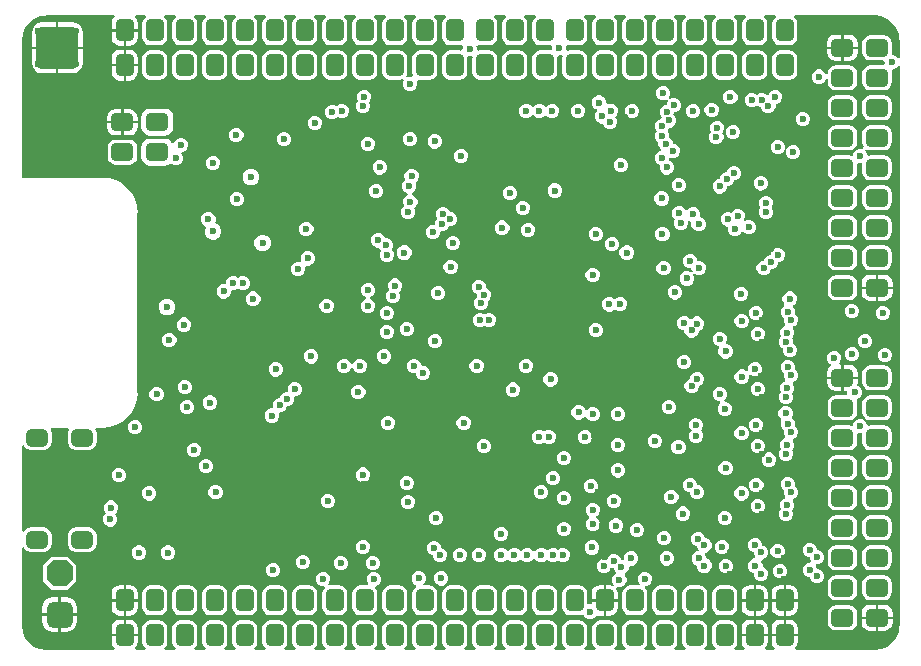
<source format=gbr>
%TF.GenerationSoftware,Altium Limited,Altium Designer,22.7.1 (60)*%
G04 Layer_Physical_Order=2*
G04 Layer_Color=36540*
%FSLAX45Y45*%
%MOMM*%
%TF.SameCoordinates,89C5C705-8D76-4DBF-8A4D-424F25D0343C*%
%TF.FilePolarity,Positive*%
%TF.FileFunction,Copper,L2,Inr,Signal*%
%TF.Part,Single*%
G01*
G75*
%TA.AperFunction,ComponentPad*%
G04:AMPARAMS|DCode=101|XSize=1.8mm|YSize=1.45mm|CornerRadius=0.3625mm|HoleSize=0mm|Usage=FLASHONLY|Rotation=180.000|XOffset=0mm|YOffset=0mm|HoleType=Round|Shape=RoundedRectangle|*
%AMROUNDEDRECTD101*
21,1,1.80000,0.72500,0,0,180.0*
21,1,1.07500,1.45000,0,0,180.0*
1,1,0.72500,-0.53750,0.36250*
1,1,0.72500,0.53750,0.36250*
1,1,0.72500,0.53750,-0.36250*
1,1,0.72500,-0.53750,-0.36250*
%
%ADD101ROUNDEDRECTD101*%
G04:AMPARAMS|DCode=103|XSize=2.2mm|YSize=2.2mm|CornerRadius=0mm|HoleSize=0mm|Usage=FLASHONLY|Rotation=270.000|XOffset=0mm|YOffset=0mm|HoleType=Round|Shape=Octagon|*
%AMOCTAGOND103*
4,1,8,-0.55000,-1.10000,0.55000,-1.10000,1.10000,-0.55000,1.10000,0.55000,0.55000,1.10000,-0.55000,1.10000,-1.10000,0.55000,-1.10000,-0.55000,-0.55000,-1.10000,0.0*
%
%ADD103OCTAGOND103*%

G04:AMPARAMS|DCode=104|XSize=2.2mm|YSize=2.2mm|CornerRadius=0.55mm|HoleSize=0mm|Usage=FLASHONLY|Rotation=270.000|XOffset=0mm|YOffset=0mm|HoleType=Round|Shape=RoundedRectangle|*
%AMROUNDEDRECTD104*
21,1,2.20000,1.10000,0,0,270.0*
21,1,1.10000,2.20000,0,0,270.0*
1,1,1.10000,-0.55000,-0.55000*
1,1,1.10000,-0.55000,0.55000*
1,1,1.10000,0.55000,0.55000*
1,1,1.10000,0.55000,-0.55000*
%
%ADD104ROUNDEDRECTD104*%
%TA.AperFunction,ViaPad*%
%ADD105C,0.60000*%
%TA.AperFunction,ComponentPad*%
G04:AMPARAMS|DCode=106|XSize=1.5mm|YSize=1.9mm|CornerRadius=0.375mm|HoleSize=0mm|Usage=FLASHONLY|Rotation=270.000|XOffset=0mm|YOffset=0mm|HoleType=Round|Shape=RoundedRectangle|*
%AMROUNDEDRECTD106*
21,1,1.50000,1.15000,0,0,270.0*
21,1,0.75000,1.90000,0,0,270.0*
1,1,0.75000,-0.57500,-0.37500*
1,1,0.75000,-0.57500,0.37500*
1,1,0.75000,0.57500,0.37500*
1,1,0.75000,0.57500,-0.37500*
%
%ADD106ROUNDEDRECTD106*%
G04:AMPARAMS|DCode=107|XSize=1.5mm|YSize=1.9mm|CornerRadius=0.375mm|HoleSize=0mm|Usage=FLASHONLY|Rotation=0.000|XOffset=0mm|YOffset=0mm|HoleType=Round|Shape=RoundedRectangle|*
%AMROUNDEDRECTD107*
21,1,1.50000,1.15000,0,0,0.0*
21,1,0.75000,1.90000,0,0,0.0*
1,1,0.75000,0.37500,-0.57500*
1,1,0.75000,-0.37500,-0.57500*
1,1,0.75000,-0.37500,0.57500*
1,1,0.75000,0.37500,0.57500*
%
%ADD107ROUNDEDRECTD107*%
G04:AMPARAMS|DCode=108|XSize=3.6mm|YSize=3.6mm|CornerRadius=0.54mm|HoleSize=0mm|Usage=FLASHONLY|Rotation=0.000|XOffset=0mm|YOffset=0mm|HoleType=Round|Shape=RoundedRectangle|*
%AMROUNDEDRECTD108*
21,1,3.60000,2.52000,0,0,0.0*
21,1,2.52000,3.60000,0,0,0.0*
1,1,1.08000,1.26000,-1.26000*
1,1,1.08000,-1.26000,-1.26000*
1,1,1.08000,-1.26000,1.26000*
1,1,1.08000,1.26000,1.26000*
%
%ADD108ROUNDEDRECTD108*%
G36*
X8434462Y5410484D02*
X8485651Y5389281D01*
X8529609Y5355551D01*
X8563338Y5311594D01*
X8584542Y5260404D01*
X8589867Y5219955D01*
X8591113Y5205471D01*
X8591116Y5205460D01*
X8591116Y5190471D01*
X8591120Y5057416D01*
X8576120Y5054432D01*
X8575688Y5055475D01*
X8558809Y5072354D01*
X8536757Y5081488D01*
X8535268D01*
X8525753Y5093083D01*
X8528322Y5106000D01*
Y5181000D01*
X8523083Y5207337D01*
X8508164Y5229664D01*
X8485837Y5244583D01*
X8459500Y5249822D01*
X8344500D01*
X8318163Y5244583D01*
X8295836Y5229664D01*
X8280917Y5207337D01*
X8275678Y5181000D01*
Y5106000D01*
X8280917Y5079663D01*
X8295836Y5057336D01*
X8318163Y5042417D01*
X8344500Y5037178D01*
X8450964D01*
X8460462Y5034604D01*
X8464822Y5022943D01*
Y5010057D01*
X8464671Y5007715D01*
X8454274Y4995822D01*
X8344500D01*
X8318163Y4990583D01*
X8295836Y4975664D01*
X8280917Y4953337D01*
X8275678Y4927000D01*
Y4852000D01*
X8280917Y4825663D01*
X8295836Y4803336D01*
X8318163Y4788417D01*
X8344500Y4783178D01*
X8459500D01*
X8485837Y4788417D01*
X8508164Y4803336D01*
X8523083Y4825663D01*
X8528322Y4852000D01*
Y4927000D01*
X8524446Y4946488D01*
X8534304Y4961488D01*
X8536757D01*
X8558809Y4970623D01*
X8575688Y4987501D01*
X8576122Y4988549D01*
X8591122Y4985565D01*
X8591247Y270194D01*
X8591247Y269996D01*
Y255256D01*
X8589999Y240773D01*
X8584683Y200394D01*
X8563507Y149271D01*
X8529821Y105371D01*
X8485921Y71685D01*
X8434798Y50509D01*
X8381926Y43549D01*
X8379938Y43944D01*
X7711646D01*
X7707096Y58944D01*
X7709769Y60731D01*
X7725793Y84712D01*
X7731420Y113000D01*
Y160500D01*
X7508580D01*
Y113000D01*
X7514207Y84712D01*
X7530231Y60731D01*
X7532904Y58944D01*
X7528354Y43944D01*
X7457646D01*
X7453096Y58944D01*
X7455769Y60731D01*
X7471793Y84712D01*
X7477420Y113000D01*
Y160500D01*
X7254580D01*
Y113000D01*
X7260207Y84712D01*
X7276231Y60731D01*
X7278904Y58944D01*
X7274354Y43944D01*
X7194646D01*
X7190096Y58944D01*
X7198164Y64336D01*
X7213083Y86663D01*
X7218322Y113000D01*
Y228000D01*
X7213083Y254337D01*
X7198164Y276664D01*
X7175837Y291583D01*
X7149500Y296822D01*
X7074500D01*
X7048163Y291583D01*
X7025836Y276664D01*
X7010917Y254337D01*
X7005678Y228000D01*
Y113000D01*
X7010917Y86663D01*
X7025836Y64336D01*
X7033904Y58944D01*
X7029354Y43944D01*
X6940646D01*
X6936096Y58944D01*
X6944164Y64336D01*
X6959083Y86663D01*
X6964322Y113000D01*
Y228000D01*
X6959083Y254337D01*
X6944164Y276664D01*
X6921837Y291583D01*
X6895500Y296822D01*
X6820500D01*
X6794163Y291583D01*
X6771836Y276664D01*
X6756917Y254337D01*
X6751678Y228000D01*
Y113000D01*
X6756917Y86663D01*
X6771836Y64336D01*
X6779904Y58944D01*
X6775354Y43944D01*
X6686646D01*
X6682096Y58944D01*
X6690164Y64336D01*
X6705083Y86663D01*
X6710322Y113000D01*
Y228000D01*
X6705083Y254337D01*
X6690164Y276664D01*
X6667837Y291583D01*
X6641500Y296822D01*
X6566500D01*
X6540163Y291583D01*
X6517836Y276664D01*
X6502917Y254337D01*
X6497678Y228000D01*
Y113000D01*
X6502917Y86663D01*
X6517836Y64336D01*
X6525904Y58944D01*
X6521354Y43944D01*
X6432646D01*
X6428096Y58944D01*
X6436164Y64336D01*
X6451083Y86663D01*
X6456322Y113000D01*
Y228000D01*
X6451083Y254337D01*
X6436164Y276664D01*
X6413837Y291583D01*
X6387500Y296822D01*
X6312500D01*
X6286163Y291583D01*
X6263836Y276664D01*
X6248917Y254337D01*
X6243678Y228000D01*
Y113000D01*
X6248917Y86663D01*
X6263836Y64336D01*
X6271904Y58944D01*
X6267354Y43944D01*
X6178646D01*
X6174096Y58944D01*
X6182164Y64336D01*
X6197083Y86663D01*
X6202322Y113000D01*
Y228000D01*
X6197083Y254337D01*
X6182164Y276664D01*
X6159837Y291583D01*
X6133500Y296822D01*
X6058500D01*
X6032163Y291583D01*
X6009836Y276664D01*
X5994917Y254337D01*
X5989678Y228000D01*
Y113000D01*
X5994917Y86663D01*
X6009836Y64336D01*
X6017904Y58944D01*
X6013354Y43944D01*
X5924646D01*
X5920096Y58944D01*
X5928164Y64336D01*
X5943083Y86663D01*
X5948322Y113000D01*
Y228000D01*
X5943083Y254337D01*
X5928164Y276664D01*
X5905837Y291583D01*
X5879500Y296822D01*
X5804500D01*
X5778163Y291583D01*
X5755836Y276664D01*
X5740917Y254337D01*
X5735678Y228000D01*
Y113000D01*
X5740917Y86663D01*
X5755836Y64336D01*
X5763904Y58944D01*
X5759354Y43944D01*
X5670646D01*
X5666096Y58944D01*
X5674164Y64336D01*
X5689083Y86663D01*
X5694322Y113000D01*
Y228000D01*
X5689083Y254337D01*
X5674164Y276664D01*
X5651837Y291583D01*
X5625500Y296822D01*
X5550500D01*
X5524163Y291583D01*
X5501836Y276664D01*
X5486917Y254337D01*
X5481678Y228000D01*
Y113000D01*
X5486917Y86663D01*
X5501836Y64336D01*
X5509904Y58944D01*
X5505354Y43944D01*
X5416646D01*
X5412096Y58944D01*
X5420164Y64336D01*
X5435083Y86663D01*
X5440322Y113000D01*
Y228000D01*
X5435083Y254337D01*
X5420164Y276664D01*
X5397837Y291583D01*
X5371500Y296822D01*
X5296500D01*
X5270163Y291583D01*
X5247836Y276664D01*
X5232917Y254337D01*
X5227678Y228000D01*
Y113000D01*
X5232917Y86663D01*
X5247836Y64336D01*
X5255904Y58944D01*
X5251354Y43944D01*
X5162646D01*
X5158096Y58944D01*
X5166164Y64336D01*
X5181083Y86663D01*
X5186322Y113000D01*
Y228000D01*
X5181083Y254337D01*
X5166164Y276664D01*
X5143837Y291583D01*
X5117500Y296822D01*
X5042500D01*
X5016163Y291583D01*
X4993836Y276664D01*
X4978917Y254337D01*
X4973678Y228000D01*
Y113000D01*
X4978917Y86663D01*
X4993836Y64336D01*
X5001904Y58944D01*
X4997354Y43944D01*
X4908646D01*
X4904096Y58944D01*
X4912164Y64336D01*
X4927083Y86663D01*
X4932322Y113000D01*
Y228000D01*
X4927083Y254337D01*
X4912164Y276664D01*
X4889837Y291583D01*
X4863500Y296822D01*
X4788500D01*
X4762163Y291583D01*
X4739836Y276664D01*
X4724917Y254337D01*
X4719678Y228000D01*
Y113000D01*
X4724917Y86663D01*
X4739836Y64336D01*
X4747904Y58944D01*
X4743354Y43944D01*
X4654646D01*
X4650096Y58944D01*
X4658164Y64336D01*
X4673083Y86663D01*
X4678322Y113000D01*
Y228000D01*
X4673083Y254337D01*
X4658164Y276664D01*
X4635837Y291583D01*
X4609500Y296822D01*
X4534500D01*
X4508163Y291583D01*
X4485836Y276664D01*
X4470917Y254337D01*
X4465678Y228000D01*
Y113000D01*
X4470917Y86663D01*
X4485836Y64336D01*
X4493904Y58944D01*
X4489354Y43944D01*
X4400646D01*
X4396096Y58944D01*
X4404164Y64336D01*
X4419083Y86663D01*
X4424322Y113000D01*
Y228000D01*
X4419083Y254337D01*
X4404164Y276664D01*
X4381837Y291583D01*
X4355500Y296822D01*
X4280500D01*
X4254163Y291583D01*
X4231836Y276664D01*
X4216917Y254337D01*
X4211678Y228000D01*
Y113000D01*
X4216917Y86663D01*
X4231836Y64336D01*
X4239904Y58944D01*
X4235354Y43944D01*
X4146646D01*
X4142096Y58944D01*
X4150164Y64336D01*
X4165083Y86663D01*
X4170322Y113000D01*
Y228000D01*
X4165083Y254337D01*
X4150164Y276664D01*
X4127837Y291583D01*
X4101500Y296822D01*
X4026500D01*
X4000163Y291583D01*
X3977836Y276664D01*
X3962917Y254337D01*
X3957678Y228000D01*
Y113000D01*
X3962917Y86663D01*
X3977836Y64336D01*
X3985904Y58944D01*
X3981354Y43944D01*
X3892646D01*
X3888096Y58944D01*
X3896164Y64336D01*
X3911083Y86663D01*
X3916322Y113000D01*
Y228000D01*
X3911083Y254337D01*
X3896164Y276664D01*
X3873837Y291583D01*
X3847500Y296822D01*
X3772500D01*
X3746163Y291583D01*
X3723836Y276664D01*
X3708917Y254337D01*
X3703678Y228000D01*
Y113000D01*
X3708917Y86663D01*
X3723836Y64336D01*
X3731904Y58944D01*
X3727354Y43944D01*
X3638646D01*
X3634096Y58944D01*
X3642164Y64336D01*
X3657083Y86663D01*
X3662322Y113000D01*
Y228000D01*
X3657083Y254337D01*
X3642164Y276664D01*
X3619837Y291583D01*
X3593500Y296822D01*
X3518500D01*
X3492163Y291583D01*
X3469836Y276664D01*
X3454917Y254337D01*
X3449678Y228000D01*
Y113000D01*
X3454917Y86663D01*
X3469836Y64336D01*
X3477904Y58944D01*
X3473354Y43944D01*
X3384646D01*
X3380096Y58944D01*
X3388164Y64336D01*
X3403083Y86663D01*
X3408322Y113000D01*
Y228000D01*
X3403083Y254337D01*
X3388164Y276664D01*
X3365837Y291583D01*
X3339500Y296822D01*
X3264500D01*
X3238163Y291583D01*
X3215836Y276664D01*
X3200917Y254337D01*
X3195678Y228000D01*
Y113000D01*
X3200917Y86663D01*
X3215836Y64336D01*
X3223904Y58944D01*
X3219354Y43944D01*
X3130646D01*
X3126096Y58944D01*
X3134164Y64336D01*
X3149083Y86663D01*
X3154322Y113000D01*
Y228000D01*
X3149083Y254337D01*
X3134164Y276664D01*
X3111837Y291583D01*
X3085500Y296822D01*
X3010500D01*
X2984163Y291583D01*
X2961836Y276664D01*
X2946917Y254337D01*
X2941678Y228000D01*
Y113000D01*
X2946917Y86663D01*
X2961836Y64336D01*
X2969904Y58944D01*
X2965354Y43944D01*
X2876646D01*
X2872096Y58944D01*
X2880164Y64336D01*
X2895083Y86663D01*
X2900322Y113000D01*
Y228000D01*
X2895083Y254337D01*
X2880164Y276664D01*
X2857837Y291583D01*
X2831500Y296822D01*
X2756500D01*
X2730163Y291583D01*
X2707836Y276664D01*
X2692917Y254337D01*
X2687678Y228000D01*
Y113000D01*
X2692917Y86663D01*
X2707836Y64336D01*
X2715904Y58944D01*
X2711354Y43944D01*
X2622646D01*
X2618096Y58944D01*
X2626164Y64336D01*
X2641083Y86663D01*
X2646322Y113000D01*
Y228000D01*
X2641083Y254337D01*
X2626164Y276664D01*
X2603837Y291583D01*
X2577500Y296822D01*
X2502500D01*
X2476163Y291583D01*
X2453836Y276664D01*
X2438917Y254337D01*
X2433678Y228000D01*
Y113000D01*
X2438917Y86663D01*
X2453836Y64336D01*
X2461904Y58944D01*
X2457354Y43944D01*
X2368646D01*
X2364096Y58944D01*
X2372164Y64336D01*
X2387083Y86663D01*
X2392322Y113000D01*
Y228000D01*
X2387083Y254337D01*
X2372164Y276664D01*
X2349837Y291583D01*
X2323500Y296822D01*
X2248500D01*
X2222163Y291583D01*
X2199836Y276664D01*
X2184917Y254337D01*
X2179678Y228000D01*
Y113000D01*
X2184917Y86663D01*
X2199836Y64336D01*
X2207904Y58944D01*
X2203354Y43944D01*
X2123646D01*
X2119096Y58944D01*
X2121769Y60731D01*
X2137793Y84712D01*
X2143420Y113000D01*
Y160500D01*
X1920580D01*
Y113000D01*
X1926207Y84712D01*
X1942231Y60731D01*
X1944904Y58944D01*
X1940354Y43944D01*
X1371600D01*
X1369643Y43555D01*
X1317066Y50477D01*
X1266249Y71526D01*
X1222611Y105011D01*
X1189126Y148649D01*
X1168077Y199466D01*
X1161155Y252043D01*
X1161544Y254000D01*
Y906011D01*
X1175454Y914991D01*
X1176544Y914852D01*
X1190487Y893986D01*
X1212401Y879344D01*
X1238250Y874202D01*
X1345750D01*
X1371599Y879344D01*
X1393513Y893986D01*
X1408156Y915900D01*
X1413298Y941750D01*
Y1014250D01*
X1408156Y1040099D01*
X1393513Y1062013D01*
X1371599Y1076656D01*
X1345750Y1081798D01*
X1238250D01*
X1212401Y1076656D01*
X1190487Y1062013D01*
X1176544Y1041148D01*
X1175454Y1041009D01*
X1161544Y1049989D01*
Y1770011D01*
X1175454Y1778991D01*
X1176544Y1778852D01*
X1190487Y1757986D01*
X1212401Y1743344D01*
X1238250Y1738202D01*
X1345750D01*
X1371599Y1743344D01*
X1393513Y1757986D01*
X1408156Y1779900D01*
X1413298Y1805750D01*
Y1878250D01*
X1408156Y1904099D01*
X1403327Y1911327D01*
X1410397Y1924556D01*
X1553602D01*
X1560673Y1911327D01*
X1555844Y1904099D01*
X1550702Y1878250D01*
Y1805750D01*
X1555844Y1779900D01*
X1570487Y1757986D01*
X1592401Y1743344D01*
X1618250Y1738202D01*
X1725750D01*
X1751599Y1743344D01*
X1773513Y1757986D01*
X1788156Y1779900D01*
X1793298Y1805750D01*
Y1878250D01*
X1788156Y1904099D01*
X1783327Y1911327D01*
X1790397Y1924556D01*
X1841500D01*
Y1923962D01*
X1899742Y1929699D01*
X1955745Y1946687D01*
X2007359Y1974275D01*
X2052598Y2011402D01*
X2089725Y2056641D01*
X2117313Y2108255D01*
X2134301Y2164258D01*
X2140038Y2222500D01*
X2139444D01*
Y3746500D01*
X2140038D01*
X2134301Y3804742D01*
X2117313Y3860745D01*
X2089725Y3912359D01*
X2052598Y3957598D01*
X2007359Y3994725D01*
X1955745Y4022313D01*
X1899742Y4039301D01*
X1841500Y4045038D01*
Y4044444D01*
X1161544D01*
Y5207000D01*
X1161155Y5208958D01*
X1168077Y5261534D01*
X1189126Y5312351D01*
X1222610Y5355989D01*
X1266248Y5389474D01*
X1317066Y5410523D01*
X1357121Y5415796D01*
X1371600Y5417055D01*
Y5417056D01*
X1940354D01*
X1944904Y5402056D01*
X1942231Y5400269D01*
X1926207Y5376288D01*
X1920580Y5348000D01*
Y5300500D01*
X2143420D01*
Y5348000D01*
X2137793Y5376288D01*
X2121769Y5400269D01*
X2119096Y5402056D01*
X2123646Y5417056D01*
X2203354D01*
X2207904Y5402056D01*
X2199836Y5396664D01*
X2184917Y5374337D01*
X2179678Y5348000D01*
Y5233000D01*
X2184917Y5206663D01*
X2199836Y5184336D01*
X2222163Y5169417D01*
X2248500Y5164178D01*
X2323500D01*
X2349837Y5169417D01*
X2372164Y5184336D01*
X2387083Y5206663D01*
X2392322Y5233000D01*
Y5348000D01*
X2387083Y5374337D01*
X2372164Y5396664D01*
X2364096Y5402056D01*
X2368646Y5417056D01*
X2457354D01*
X2461904Y5402056D01*
X2453836Y5396664D01*
X2438917Y5374337D01*
X2433678Y5348000D01*
Y5233000D01*
X2438917Y5206663D01*
X2453836Y5184336D01*
X2476163Y5169417D01*
X2502500Y5164178D01*
X2577500D01*
X2603837Y5169417D01*
X2626164Y5184336D01*
X2641083Y5206663D01*
X2646322Y5233000D01*
Y5348000D01*
X2641083Y5374337D01*
X2626164Y5396664D01*
X2618096Y5402056D01*
X2622646Y5417056D01*
X2711354D01*
X2715904Y5402056D01*
X2707836Y5396664D01*
X2692917Y5374337D01*
X2687678Y5348000D01*
Y5233000D01*
X2692917Y5206663D01*
X2707836Y5184336D01*
X2730163Y5169417D01*
X2756500Y5164178D01*
X2831500D01*
X2857837Y5169417D01*
X2880164Y5184336D01*
X2895083Y5206663D01*
X2900322Y5233000D01*
Y5348000D01*
X2895083Y5374337D01*
X2880164Y5396664D01*
X2872096Y5402056D01*
X2876646Y5417056D01*
X2965354D01*
X2969904Y5402056D01*
X2961836Y5396664D01*
X2946917Y5374337D01*
X2941678Y5348000D01*
Y5233000D01*
X2946917Y5206663D01*
X2961836Y5184336D01*
X2984163Y5169417D01*
X3010500Y5164178D01*
X3085500D01*
X3111837Y5169417D01*
X3134164Y5184336D01*
X3149083Y5206663D01*
X3154322Y5233000D01*
Y5348000D01*
X3149083Y5374337D01*
X3134164Y5396664D01*
X3126096Y5402056D01*
X3130646Y5417056D01*
X3219354D01*
X3223904Y5402056D01*
X3215836Y5396664D01*
X3200917Y5374337D01*
X3195678Y5348000D01*
Y5233000D01*
X3200917Y5206663D01*
X3215836Y5184336D01*
X3238163Y5169417D01*
X3264500Y5164178D01*
X3339500D01*
X3365837Y5169417D01*
X3388164Y5184336D01*
X3403083Y5206663D01*
X3408322Y5233000D01*
Y5348000D01*
X3403083Y5374337D01*
X3388164Y5396664D01*
X3380096Y5402056D01*
X3384646Y5417056D01*
X3473354D01*
X3477904Y5402056D01*
X3469836Y5396664D01*
X3454917Y5374337D01*
X3449678Y5348000D01*
Y5233000D01*
X3454917Y5206663D01*
X3469836Y5184336D01*
X3492163Y5169417D01*
X3518500Y5164178D01*
X3593500D01*
X3619837Y5169417D01*
X3642164Y5184336D01*
X3657083Y5206663D01*
X3662322Y5233000D01*
Y5348000D01*
X3657083Y5374337D01*
X3642164Y5396664D01*
X3634096Y5402056D01*
X3638646Y5417056D01*
X3727354D01*
X3731904Y5402056D01*
X3723836Y5396664D01*
X3708917Y5374337D01*
X3703678Y5348000D01*
Y5233000D01*
X3708917Y5206663D01*
X3723836Y5184336D01*
X3746163Y5169417D01*
X3772500Y5164178D01*
X3847500D01*
X3873837Y5169417D01*
X3896164Y5184336D01*
X3911083Y5206663D01*
X3916322Y5233000D01*
Y5348000D01*
X3911083Y5374337D01*
X3896164Y5396664D01*
X3888096Y5402056D01*
X3892646Y5417056D01*
X3981354D01*
X3985904Y5402056D01*
X3977836Y5396664D01*
X3962917Y5374337D01*
X3957678Y5348000D01*
Y5233000D01*
X3962917Y5206663D01*
X3977836Y5184336D01*
X4000163Y5169417D01*
X4026500Y5164178D01*
X4101500D01*
X4127837Y5169417D01*
X4150164Y5184336D01*
X4165083Y5206663D01*
X4170322Y5233000D01*
Y5348000D01*
X4165083Y5374337D01*
X4150164Y5396664D01*
X4142096Y5402056D01*
X4146646Y5417056D01*
X4235354D01*
X4239904Y5402056D01*
X4231836Y5396664D01*
X4216917Y5374337D01*
X4211678Y5348000D01*
Y5233000D01*
X4216917Y5206663D01*
X4231836Y5184336D01*
X4254163Y5169417D01*
X4280500Y5164178D01*
X4355500D01*
X4381837Y5169417D01*
X4404164Y5184336D01*
X4419083Y5206663D01*
X4424322Y5233000D01*
Y5348000D01*
X4419083Y5374337D01*
X4404164Y5396664D01*
X4396096Y5402056D01*
X4400646Y5417056D01*
X4489354D01*
X4493904Y5402056D01*
X4485836Y5396664D01*
X4470917Y5374337D01*
X4465678Y5348000D01*
Y5233000D01*
X4470917Y5206663D01*
X4485836Y5184336D01*
X4508163Y5169417D01*
X4534500Y5164178D01*
X4609500D01*
X4635837Y5169417D01*
X4658164Y5184336D01*
X4673083Y5206663D01*
X4678322Y5233000D01*
Y5348000D01*
X4673083Y5374337D01*
X4658164Y5396664D01*
X4650096Y5402056D01*
X4654646Y5417056D01*
X4743354D01*
X4747904Y5402056D01*
X4739836Y5396664D01*
X4724917Y5374337D01*
X4719678Y5348000D01*
Y5233000D01*
X4724917Y5206663D01*
X4739836Y5184336D01*
X4762163Y5169417D01*
X4788500Y5164178D01*
X4863500D01*
X4884170Y5168289D01*
X4895310Y5156815D01*
X4895486Y5156411D01*
X4892487Y5149171D01*
Y5132350D01*
X4881053Y5120773D01*
X4878629Y5119813D01*
X4863500Y5122822D01*
X4788500D01*
X4762163Y5117583D01*
X4739836Y5102664D01*
X4724917Y5080337D01*
X4719678Y5054000D01*
Y4939000D01*
X4724917Y4912663D01*
X4739836Y4890336D01*
X4762163Y4875417D01*
X4788500Y4870178D01*
X4863500D01*
X4889837Y4875417D01*
X4912164Y4890336D01*
X4927083Y4912663D01*
X4932322Y4939000D01*
Y5054000D01*
X4930066Y5065344D01*
X4935793Y5071839D01*
X4942994Y5077236D01*
X4963006D01*
X4965257Y5076414D01*
X4976027Y5065807D01*
X4973678Y5054000D01*
Y4939000D01*
X4978917Y4912663D01*
X4993836Y4890336D01*
X5016163Y4875417D01*
X5042500Y4870178D01*
X5117500D01*
X5143837Y4875417D01*
X5166164Y4890336D01*
X5181083Y4912663D01*
X5186322Y4939000D01*
Y5054000D01*
X5181083Y5080337D01*
X5166164Y5102664D01*
X5143837Y5117583D01*
X5117500Y5122822D01*
X5042500D01*
X5026345Y5119609D01*
X5023632Y5120723D01*
X5012487Y5131794D01*
Y5149171D01*
X5009396Y5156633D01*
X5010690Y5159077D01*
X5020712Y5168512D01*
X5042500Y5164178D01*
X5117500D01*
X5143837Y5169417D01*
X5166164Y5184336D01*
X5181083Y5206663D01*
X5186322Y5233000D01*
Y5348000D01*
X5181083Y5374337D01*
X5166164Y5396664D01*
X5158096Y5402056D01*
X5162646Y5417056D01*
X5251354D01*
X5255904Y5402056D01*
X5247836Y5396664D01*
X5232917Y5374337D01*
X5227678Y5348000D01*
Y5233000D01*
X5232917Y5206663D01*
X5247836Y5184336D01*
X5270163Y5169417D01*
X5296500Y5164178D01*
X5371500D01*
X5397837Y5169417D01*
X5420164Y5184336D01*
X5435083Y5206663D01*
X5440322Y5233000D01*
Y5348000D01*
X5435083Y5374337D01*
X5420164Y5396664D01*
X5412096Y5402056D01*
X5416646Y5417056D01*
X5505354D01*
X5509904Y5402056D01*
X5501836Y5396664D01*
X5486917Y5374337D01*
X5481678Y5348000D01*
Y5233000D01*
X5486917Y5206663D01*
X5501836Y5184336D01*
X5524163Y5169417D01*
X5550500Y5164178D01*
X5625500D01*
X5640734Y5167208D01*
X5651524Y5154060D01*
X5650469Y5151513D01*
Y5133149D01*
X5640363Y5122203D01*
X5637193Y5120496D01*
X5625500Y5122822D01*
X5550500D01*
X5524163Y5117583D01*
X5501836Y5102664D01*
X5486917Y5080337D01*
X5481678Y5054000D01*
Y4939000D01*
X5486917Y4912663D01*
X5501836Y4890336D01*
X5524163Y4875417D01*
X5550500Y4870178D01*
X5625500D01*
X5651837Y4875417D01*
X5674164Y4890336D01*
X5689083Y4912663D01*
X5694322Y4939000D01*
Y5054000D01*
X5691919Y5066083D01*
X5693377Y5069058D01*
X5704528Y5079578D01*
X5722403D01*
X5725747Y5080963D01*
X5738895Y5070174D01*
X5735678Y5054000D01*
Y4939000D01*
X5740917Y4912663D01*
X5755836Y4890336D01*
X5778163Y4875417D01*
X5804500Y4870178D01*
X5879500D01*
X5905837Y4875417D01*
X5928164Y4890336D01*
X5943083Y4912663D01*
X5948322Y4939000D01*
Y5054000D01*
X5943083Y5080337D01*
X5928164Y5102664D01*
X5905837Y5117583D01*
X5879500Y5122822D01*
X5804500D01*
X5782930Y5118532D01*
X5776461Y5123262D01*
X5772091Y5127526D01*
X5770469Y5130183D01*
Y5151513D01*
X5767602Y5158433D01*
X5774879Y5166001D01*
X5779390Y5169173D01*
X5804500Y5164178D01*
X5879500D01*
X5905837Y5169417D01*
X5928164Y5184336D01*
X5943083Y5206663D01*
X5948322Y5233000D01*
Y5348000D01*
X5943083Y5374337D01*
X5928164Y5396664D01*
X5920096Y5402056D01*
X5924646Y5417056D01*
X6013354D01*
X6017904Y5402056D01*
X6009836Y5396664D01*
X5994917Y5374337D01*
X5989678Y5348000D01*
Y5233000D01*
X5994917Y5206663D01*
X6009836Y5184336D01*
X6032163Y5169417D01*
X6058500Y5164178D01*
X6133500D01*
X6159837Y5169417D01*
X6182164Y5184336D01*
X6197083Y5206663D01*
X6202322Y5233000D01*
Y5348000D01*
X6197083Y5374337D01*
X6182164Y5396664D01*
X6174096Y5402056D01*
X6178646Y5417056D01*
X6267354D01*
X6271904Y5402056D01*
X6263836Y5396664D01*
X6248917Y5374337D01*
X6243678Y5348000D01*
Y5233000D01*
X6248917Y5206663D01*
X6263836Y5184336D01*
X6286163Y5169417D01*
X6312500Y5164178D01*
X6387500D01*
X6413837Y5169417D01*
X6436164Y5184336D01*
X6451083Y5206663D01*
X6456322Y5233000D01*
Y5348000D01*
X6451083Y5374337D01*
X6436164Y5396664D01*
X6428096Y5402056D01*
X6432646Y5417056D01*
X6521354D01*
X6525904Y5402056D01*
X6517836Y5396664D01*
X6502917Y5374337D01*
X6497678Y5348000D01*
Y5233000D01*
X6502917Y5206663D01*
X6517836Y5184336D01*
X6540163Y5169417D01*
X6566500Y5164178D01*
X6641500D01*
X6667837Y5169417D01*
X6690164Y5184336D01*
X6705083Y5206663D01*
X6710322Y5233000D01*
Y5348000D01*
X6705083Y5374337D01*
X6690164Y5396664D01*
X6682096Y5402056D01*
X6686646Y5417056D01*
X6775354D01*
X6779904Y5402056D01*
X6771836Y5396664D01*
X6756917Y5374337D01*
X6751678Y5348000D01*
Y5233000D01*
X6756917Y5206663D01*
X6771836Y5184336D01*
X6794163Y5169417D01*
X6820500Y5164178D01*
X6895500D01*
X6921837Y5169417D01*
X6944164Y5184336D01*
X6959083Y5206663D01*
X6964322Y5233000D01*
Y5348000D01*
X6959083Y5374337D01*
X6944164Y5396664D01*
X6936096Y5402056D01*
X6940646Y5417056D01*
X7029354D01*
X7033904Y5402056D01*
X7025836Y5396664D01*
X7010917Y5374337D01*
X7005678Y5348000D01*
Y5233000D01*
X7010917Y5206663D01*
X7025836Y5184336D01*
X7048163Y5169417D01*
X7074500Y5164178D01*
X7149500D01*
X7175837Y5169417D01*
X7198164Y5184336D01*
X7213083Y5206663D01*
X7218322Y5233000D01*
Y5348000D01*
X7213083Y5374337D01*
X7198164Y5396664D01*
X7190096Y5402056D01*
X7194646Y5417056D01*
X7283354D01*
X7287904Y5402056D01*
X7279836Y5396664D01*
X7264917Y5374337D01*
X7259678Y5348000D01*
Y5233000D01*
X7264917Y5206663D01*
X7279836Y5184336D01*
X7302163Y5169417D01*
X7328500Y5164178D01*
X7403500D01*
X7429837Y5169417D01*
X7452164Y5184336D01*
X7467083Y5206663D01*
X7472322Y5233000D01*
Y5348000D01*
X7467083Y5374337D01*
X7452164Y5396664D01*
X7444096Y5402056D01*
X7448646Y5417056D01*
X7537354D01*
X7541904Y5402056D01*
X7533836Y5396664D01*
X7518917Y5374337D01*
X7513678Y5348000D01*
Y5233000D01*
X7518917Y5206663D01*
X7533836Y5184336D01*
X7556163Y5169417D01*
X7582500Y5164178D01*
X7657500D01*
X7683837Y5169417D01*
X7706164Y5184336D01*
X7721083Y5206663D01*
X7726322Y5233000D01*
Y5348000D01*
X7721083Y5374337D01*
X7706164Y5396664D01*
X7698096Y5402056D01*
X7702646Y5417056D01*
X8379531D01*
X8381527Y5417453D01*
X8434462Y5410484D01*
D02*
G37*
%LPC*%
G36*
X2143420Y5280500D02*
X2042000D01*
Y5159080D01*
X2069500D01*
X2097788Y5164707D01*
X2121769Y5180731D01*
X2137793Y5204712D01*
X2143420Y5233000D01*
Y5280500D01*
D02*
G37*
G36*
X2022000D02*
X1920580D01*
Y5233000D01*
X1926207Y5204712D01*
X1942231Y5180731D01*
X1966212Y5164707D01*
X1994500Y5159080D01*
X2022000D01*
Y5280500D01*
D02*
G37*
G36*
X8165500Y5254920D02*
X8118000D01*
Y5153500D01*
X8239420D01*
Y5181000D01*
X8233793Y5209288D01*
X8217769Y5233269D01*
X8193788Y5249293D01*
X8165500Y5254920D01*
D02*
G37*
G36*
X1586500Y5360244D02*
X1470500D01*
Y5153500D01*
X1677244D01*
Y5269500D01*
X1670336Y5304226D01*
X1650665Y5333665D01*
X1621226Y5353336D01*
X1586500Y5360244D01*
D02*
G37*
G36*
X1450500D02*
X1334500D01*
X1299774Y5353336D01*
X1270335Y5333665D01*
X1250664Y5304226D01*
X1243756Y5269500D01*
Y5153500D01*
X1450500D01*
Y5360244D01*
D02*
G37*
G36*
X8098000Y5254920D02*
X8050500D01*
X8022212Y5249293D01*
X7998231Y5233269D01*
X7982207Y5209288D01*
X7976580Y5181000D01*
Y5153500D01*
X8098000D01*
Y5254920D01*
D02*
G37*
G36*
X8239420Y5133500D02*
X8118000D01*
Y5032080D01*
X8165500D01*
X8193788Y5037707D01*
X8217769Y5053731D01*
X8233793Y5077712D01*
X8239420Y5106000D01*
Y5133500D01*
D02*
G37*
G36*
X8098000D02*
X7976580D01*
Y5106000D01*
X7982207Y5077712D01*
X7998231Y5053731D01*
X8022212Y5037707D01*
X8050500Y5032080D01*
X8098000D01*
Y5133500D01*
D02*
G37*
G36*
X2069500Y5127920D02*
X2042000D01*
Y5006500D01*
X2143420D01*
Y5054000D01*
X2137793Y5082288D01*
X2121769Y5106269D01*
X2097788Y5122293D01*
X2069500Y5127920D01*
D02*
G37*
G36*
X2022000D02*
X1994500D01*
X1966212Y5122293D01*
X1942231Y5106269D01*
X1926207Y5082288D01*
X1920580Y5054000D01*
Y5006500D01*
X2022000D01*
Y5127920D01*
D02*
G37*
G36*
X1677244Y5133500D02*
X1470500D01*
Y4926756D01*
X1586500D01*
X1621226Y4933664D01*
X1650665Y4953335D01*
X1670336Y4982774D01*
X1677244Y5017500D01*
Y5133500D01*
D02*
G37*
G36*
X1450500D02*
X1243756D01*
Y5017500D01*
X1250664Y4982774D01*
X1270335Y4953335D01*
X1299774Y4933664D01*
X1334500Y4926756D01*
X1450500D01*
Y5133500D01*
D02*
G37*
G36*
X8165500Y4995822D02*
X8050500D01*
X8024163Y4990583D01*
X8001836Y4975664D01*
X7986917Y4953337D01*
X7981678Y4927000D01*
Y4922938D01*
X7966678Y4919955D01*
X7960865Y4933987D01*
X7943987Y4950866D01*
X7921935Y4960000D01*
X7898065D01*
X7876013Y4950866D01*
X7859134Y4933987D01*
X7850000Y4911935D01*
Y4888065D01*
X7859134Y4866013D01*
X7876013Y4849135D01*
X7898065Y4840000D01*
X7921935D01*
X7943987Y4849135D01*
X7960865Y4866013D01*
X7966678Y4880046D01*
X7981678Y4877062D01*
Y4852000D01*
X7986917Y4825663D01*
X8001836Y4803336D01*
X8024163Y4788417D01*
X8050500Y4783178D01*
X8165500D01*
X8191837Y4788417D01*
X8214164Y4803336D01*
X8229083Y4825663D01*
X8234322Y4852000D01*
Y4927000D01*
X8229083Y4953337D01*
X8214164Y4975664D01*
X8191837Y4990583D01*
X8165500Y4995822D01*
D02*
G37*
G36*
X4609500Y5122822D02*
X4534500D01*
X4508163Y5117583D01*
X4485836Y5102664D01*
X4470917Y5080337D01*
X4465678Y5054000D01*
Y4939000D01*
X4470917Y4912663D01*
X4471053Y4912459D01*
X4463506Y4902147D01*
X4461338Y4900000D01*
X4438065D01*
X4425064Y4894615D01*
X4415120Y4906732D01*
X4419083Y4912663D01*
X4424322Y4939000D01*
Y5054000D01*
X4419083Y5080337D01*
X4404164Y5102664D01*
X4381837Y5117583D01*
X4355500Y5122822D01*
X4280500D01*
X4254163Y5117583D01*
X4231836Y5102664D01*
X4216917Y5080337D01*
X4211678Y5054000D01*
Y4939000D01*
X4216917Y4912663D01*
X4231836Y4890336D01*
X4254163Y4875417D01*
X4280500Y4870178D01*
X4355500D01*
X4381837Y4875417D01*
X4384124Y4876945D01*
X4396240Y4867000D01*
X4390000Y4851935D01*
Y4828065D01*
X4399134Y4806013D01*
X4416013Y4789134D01*
X4438065Y4780000D01*
X4461935D01*
X4483987Y4789134D01*
X4500866Y4806013D01*
X4510000Y4828065D01*
Y4851935D01*
X4506469Y4860460D01*
X4517259Y4873607D01*
X4534500Y4870178D01*
X4609500D01*
X4635837Y4875417D01*
X4658164Y4890336D01*
X4673083Y4912663D01*
X4678322Y4939000D01*
Y5054000D01*
X4673083Y5080337D01*
X4658164Y5102664D01*
X4635837Y5117583D01*
X4609500Y5122822D01*
D02*
G37*
G36*
X7657500D02*
X7582500D01*
X7556163Y5117583D01*
X7533836Y5102664D01*
X7518917Y5080337D01*
X7513678Y5054000D01*
Y4939000D01*
X7518917Y4912663D01*
X7533836Y4890336D01*
X7556163Y4875417D01*
X7582500Y4870178D01*
X7657500D01*
X7683837Y4875417D01*
X7706164Y4890336D01*
X7721083Y4912663D01*
X7726322Y4939000D01*
Y5054000D01*
X7721083Y5080337D01*
X7706164Y5102664D01*
X7683837Y5117583D01*
X7657500Y5122822D01*
D02*
G37*
G36*
X7403500D02*
X7328500D01*
X7302163Y5117583D01*
X7279836Y5102664D01*
X7264917Y5080337D01*
X7259678Y5054000D01*
Y4939000D01*
X7264917Y4912663D01*
X7279836Y4890336D01*
X7302163Y4875417D01*
X7328500Y4870178D01*
X7403500D01*
X7429837Y4875417D01*
X7452164Y4890336D01*
X7467083Y4912663D01*
X7472322Y4939000D01*
Y5054000D01*
X7467083Y5080337D01*
X7452164Y5102664D01*
X7429837Y5117583D01*
X7403500Y5122822D01*
D02*
G37*
G36*
X7149500D02*
X7074500D01*
X7048163Y5117583D01*
X7025836Y5102664D01*
X7010917Y5080337D01*
X7005678Y5054000D01*
Y4939000D01*
X7010917Y4912663D01*
X7025836Y4890336D01*
X7048163Y4875417D01*
X7074500Y4870178D01*
X7149500D01*
X7175837Y4875417D01*
X7198164Y4890336D01*
X7213083Y4912663D01*
X7218322Y4939000D01*
Y5054000D01*
X7213083Y5080337D01*
X7198164Y5102664D01*
X7175837Y5117583D01*
X7149500Y5122822D01*
D02*
G37*
G36*
X6895500D02*
X6820500D01*
X6794163Y5117583D01*
X6771836Y5102664D01*
X6756917Y5080337D01*
X6751678Y5054000D01*
Y4939000D01*
X6756917Y4912663D01*
X6771836Y4890336D01*
X6794163Y4875417D01*
X6820500Y4870178D01*
X6895500D01*
X6921837Y4875417D01*
X6944164Y4890336D01*
X6959083Y4912663D01*
X6964322Y4939000D01*
Y5054000D01*
X6959083Y5080337D01*
X6944164Y5102664D01*
X6921837Y5117583D01*
X6895500Y5122822D01*
D02*
G37*
G36*
X6641500D02*
X6566500D01*
X6540163Y5117583D01*
X6517836Y5102664D01*
X6502917Y5080337D01*
X6497678Y5054000D01*
Y4939000D01*
X6502917Y4912663D01*
X6517836Y4890336D01*
X6540163Y4875417D01*
X6566500Y4870178D01*
X6641500D01*
X6667837Y4875417D01*
X6690164Y4890336D01*
X6705083Y4912663D01*
X6710322Y4939000D01*
Y5054000D01*
X6705083Y5080337D01*
X6690164Y5102664D01*
X6667837Y5117583D01*
X6641500Y5122822D01*
D02*
G37*
G36*
X6387500D02*
X6312500D01*
X6286163Y5117583D01*
X6263836Y5102664D01*
X6248917Y5080337D01*
X6243678Y5054000D01*
Y4939000D01*
X6248917Y4912663D01*
X6263836Y4890336D01*
X6286163Y4875417D01*
X6312500Y4870178D01*
X6387500D01*
X6413837Y4875417D01*
X6436164Y4890336D01*
X6451083Y4912663D01*
X6456322Y4939000D01*
Y5054000D01*
X6451083Y5080337D01*
X6436164Y5102664D01*
X6413837Y5117583D01*
X6387500Y5122822D01*
D02*
G37*
G36*
X6133500D02*
X6058500D01*
X6032163Y5117583D01*
X6009836Y5102664D01*
X5994917Y5080337D01*
X5989678Y5054000D01*
Y4939000D01*
X5994917Y4912663D01*
X6009836Y4890336D01*
X6032163Y4875417D01*
X6058500Y4870178D01*
X6133500D01*
X6159837Y4875417D01*
X6182164Y4890336D01*
X6197083Y4912663D01*
X6202322Y4939000D01*
Y5054000D01*
X6197083Y5080337D01*
X6182164Y5102664D01*
X6159837Y5117583D01*
X6133500Y5122822D01*
D02*
G37*
G36*
X5371500D02*
X5296500D01*
X5270163Y5117583D01*
X5247836Y5102664D01*
X5232917Y5080337D01*
X5227678Y5054000D01*
Y4939000D01*
X5232917Y4912663D01*
X5247836Y4890336D01*
X5270163Y4875417D01*
X5296500Y4870178D01*
X5371500D01*
X5397837Y4875417D01*
X5420164Y4890336D01*
X5435083Y4912663D01*
X5440322Y4939000D01*
Y5054000D01*
X5435083Y5080337D01*
X5420164Y5102664D01*
X5397837Y5117583D01*
X5371500Y5122822D01*
D02*
G37*
G36*
X4101500D02*
X4026500D01*
X4000163Y5117583D01*
X3977836Y5102664D01*
X3962917Y5080337D01*
X3957678Y5054000D01*
Y4939000D01*
X3962917Y4912663D01*
X3977836Y4890336D01*
X4000163Y4875417D01*
X4026500Y4870178D01*
X4101500D01*
X4127837Y4875417D01*
X4150164Y4890336D01*
X4165083Y4912663D01*
X4170322Y4939000D01*
Y5054000D01*
X4165083Y5080337D01*
X4150164Y5102664D01*
X4127837Y5117583D01*
X4101500Y5122822D01*
D02*
G37*
G36*
X3847500D02*
X3772500D01*
X3746163Y5117583D01*
X3723836Y5102664D01*
X3708917Y5080337D01*
X3703678Y5054000D01*
Y4939000D01*
X3708917Y4912663D01*
X3723836Y4890336D01*
X3746163Y4875417D01*
X3772500Y4870178D01*
X3847500D01*
X3873837Y4875417D01*
X3896164Y4890336D01*
X3911083Y4912663D01*
X3916322Y4939000D01*
Y5054000D01*
X3911083Y5080337D01*
X3896164Y5102664D01*
X3873837Y5117583D01*
X3847500Y5122822D01*
D02*
G37*
G36*
X3593500D02*
X3518500D01*
X3492163Y5117583D01*
X3469836Y5102664D01*
X3454917Y5080337D01*
X3449678Y5054000D01*
Y4939000D01*
X3454917Y4912663D01*
X3469836Y4890336D01*
X3492163Y4875417D01*
X3518500Y4870178D01*
X3593500D01*
X3619837Y4875417D01*
X3642164Y4890336D01*
X3657083Y4912663D01*
X3662322Y4939000D01*
Y5054000D01*
X3657083Y5080337D01*
X3642164Y5102664D01*
X3619837Y5117583D01*
X3593500Y5122822D01*
D02*
G37*
G36*
X3339500D02*
X3264500D01*
X3238163Y5117583D01*
X3215836Y5102664D01*
X3200917Y5080337D01*
X3195678Y5054000D01*
Y4939000D01*
X3200917Y4912663D01*
X3215836Y4890336D01*
X3238163Y4875417D01*
X3264500Y4870178D01*
X3339500D01*
X3365837Y4875417D01*
X3388164Y4890336D01*
X3403083Y4912663D01*
X3408322Y4939000D01*
Y5054000D01*
X3403083Y5080337D01*
X3388164Y5102664D01*
X3365837Y5117583D01*
X3339500Y5122822D01*
D02*
G37*
G36*
X3085500D02*
X3010500D01*
X2984163Y5117583D01*
X2961836Y5102664D01*
X2946917Y5080337D01*
X2941678Y5054000D01*
Y4939000D01*
X2946917Y4912663D01*
X2961836Y4890336D01*
X2984163Y4875417D01*
X3010500Y4870178D01*
X3085500D01*
X3111837Y4875417D01*
X3134164Y4890336D01*
X3149083Y4912663D01*
X3154322Y4939000D01*
Y5054000D01*
X3149083Y5080337D01*
X3134164Y5102664D01*
X3111837Y5117583D01*
X3085500Y5122822D01*
D02*
G37*
G36*
X2831500D02*
X2756500D01*
X2730163Y5117583D01*
X2707836Y5102664D01*
X2692917Y5080337D01*
X2687678Y5054000D01*
Y4939000D01*
X2692917Y4912663D01*
X2707836Y4890336D01*
X2730163Y4875417D01*
X2756500Y4870178D01*
X2831500D01*
X2857837Y4875417D01*
X2880164Y4890336D01*
X2895083Y4912663D01*
X2900322Y4939000D01*
Y5054000D01*
X2895083Y5080337D01*
X2880164Y5102664D01*
X2857837Y5117583D01*
X2831500Y5122822D01*
D02*
G37*
G36*
X2577500D02*
X2502500D01*
X2476163Y5117583D01*
X2453836Y5102664D01*
X2438917Y5080337D01*
X2433678Y5054000D01*
Y4939000D01*
X2438917Y4912663D01*
X2453836Y4890336D01*
X2476163Y4875417D01*
X2502500Y4870178D01*
X2577500D01*
X2603837Y4875417D01*
X2626164Y4890336D01*
X2641083Y4912663D01*
X2646322Y4939000D01*
Y5054000D01*
X2641083Y5080337D01*
X2626164Y5102664D01*
X2603837Y5117583D01*
X2577500Y5122822D01*
D02*
G37*
G36*
X2323500D02*
X2248500D01*
X2222163Y5117583D01*
X2199836Y5102664D01*
X2184917Y5080337D01*
X2179678Y5054000D01*
Y4939000D01*
X2184917Y4912663D01*
X2199836Y4890336D01*
X2222163Y4875417D01*
X2248500Y4870178D01*
X2323500D01*
X2349837Y4875417D01*
X2372164Y4890336D01*
X2387083Y4912663D01*
X2392322Y4939000D01*
Y5054000D01*
X2387083Y5080337D01*
X2372164Y5102664D01*
X2349837Y5117583D01*
X2323500Y5122822D01*
D02*
G37*
G36*
X2143420Y4986500D02*
X2042000D01*
Y4865080D01*
X2069500D01*
X2097788Y4870707D01*
X2121769Y4886731D01*
X2137793Y4910712D01*
X2143420Y4939000D01*
Y4986500D01*
D02*
G37*
G36*
X2022000D02*
X1920580D01*
Y4939000D01*
X1926207Y4910712D01*
X1942231Y4886731D01*
X1966212Y4870707D01*
X1994500Y4865080D01*
X2022000D01*
Y4986500D01*
D02*
G37*
G36*
X7551935Y4790000D02*
X7528065D01*
X7506013Y4780865D01*
X7489134Y4763987D01*
X7482252Y4747371D01*
X7467839Y4742805D01*
X7465432Y4742978D01*
X7458387Y4750022D01*
X7436335Y4759156D01*
X7412465D01*
X7390413Y4750022D01*
X7382622Y4742231D01*
X7373987Y4750866D01*
X7351935Y4760000D01*
X7328065D01*
X7306013Y4750866D01*
X7289135Y4733987D01*
X7280000Y4711935D01*
Y4688065D01*
X7289135Y4666013D01*
X7306013Y4649134D01*
X7328065Y4640000D01*
X7351935D01*
X7373987Y4649134D01*
X7381778Y4656925D01*
X7390413Y4648291D01*
X7412465Y4639157D01*
X7421743D01*
Y4638086D01*
X7430877Y4616033D01*
X7447755Y4599155D01*
X7469808Y4590021D01*
X7493677D01*
X7515730Y4599155D01*
X7532608Y4616033D01*
X7541743Y4638086D01*
Y4661955D01*
X7547118Y4670000D01*
X7551935D01*
X7573987Y4679134D01*
X7590865Y4696013D01*
X7600000Y4718065D01*
Y4741935D01*
X7590865Y4763987D01*
X7573987Y4780865D01*
X7551935Y4790000D01*
D02*
G37*
G36*
X7171672Y4783983D02*
X7147803D01*
X7125750Y4774849D01*
X7108872Y4757971D01*
X7099737Y4735918D01*
Y4712049D01*
X7108872Y4689996D01*
X7125750Y4673118D01*
X7147803Y4663984D01*
X7171672D01*
X7193724Y4673118D01*
X7210603Y4689996D01*
X7219737Y4712049D01*
Y4735918D01*
X7210603Y4757971D01*
X7193724Y4774849D01*
X7171672Y4783983D01*
D02*
G37*
G36*
X3881935Y4670000D02*
X3858065D01*
X3836013Y4660865D01*
X3825000Y4649853D01*
X3823987Y4650865D01*
X3801935Y4660000D01*
X3778065D01*
X3756013Y4650865D01*
X3739135Y4633987D01*
X3730000Y4611935D01*
Y4588065D01*
X3739135Y4566013D01*
X3756013Y4549134D01*
X3778065Y4540000D01*
X3801935D01*
X3823987Y4549134D01*
X3835000Y4560147D01*
X3836013Y4559134D01*
X3858065Y4550000D01*
X3881935D01*
X3903987Y4559134D01*
X3920865Y4576013D01*
X3930000Y4598065D01*
Y4621935D01*
X3920865Y4643987D01*
X3903987Y4660865D01*
X3881935Y4670000D01*
D02*
G37*
G36*
X5661936Y4669998D02*
X5638067D01*
X5616014Y4660864D01*
X5605208Y4650058D01*
X5595409Y4645659D01*
X5585610Y4650058D01*
X5574804Y4660864D01*
X5552752Y4669998D01*
X5528882D01*
X5506830Y4660864D01*
X5495009Y4649043D01*
X5485409Y4645610D01*
X5475810Y4649043D01*
X5463989Y4660864D01*
X5441937Y4669998D01*
X5418067D01*
X5396015Y4660864D01*
X5379136Y4643986D01*
X5370002Y4621933D01*
Y4598064D01*
X5379136Y4576011D01*
X5396015Y4559133D01*
X5418067Y4549999D01*
X5441937D01*
X5463989Y4559133D01*
X5475810Y4570954D01*
X5485409Y4574387D01*
X5495009Y4570954D01*
X5506830Y4559133D01*
X5528882Y4549999D01*
X5552752D01*
X5574804Y4559133D01*
X5585610Y4569939D01*
X5595409Y4574338D01*
X5605208Y4569939D01*
X5616014Y4559133D01*
X5638067Y4549999D01*
X5661936D01*
X5683989Y4559133D01*
X5700867Y4576011D01*
X5710001Y4598064D01*
Y4621933D01*
X5700867Y4643986D01*
X5683989Y4660864D01*
X5661936Y4669998D01*
D02*
G37*
G36*
X4071935Y4790000D02*
X4048065D01*
X4026013Y4780865D01*
X4009134Y4763987D01*
X4000000Y4741935D01*
Y4718065D01*
X4009134Y4696013D01*
X4010147Y4695000D01*
X3999134Y4683987D01*
X3990000Y4661935D01*
Y4638065D01*
X3999134Y4616013D01*
X4016013Y4599135D01*
X4038065Y4590000D01*
X4061935D01*
X4083987Y4599135D01*
X4100866Y4616013D01*
X4110000Y4638065D01*
Y4661935D01*
X4100866Y4683987D01*
X4099853Y4685000D01*
X4110866Y4696013D01*
X4120000Y4718065D01*
Y4741935D01*
X4110866Y4763987D01*
X4093987Y4780865D01*
X4071935Y4790000D01*
D02*
G37*
G36*
X7011935Y4677500D02*
X6988065D01*
X6966013Y4668366D01*
X6949134Y4651487D01*
X6940000Y4629435D01*
Y4605565D01*
X6949134Y4583513D01*
X6966013Y4566635D01*
X6988065Y4557500D01*
X7011935D01*
X7033987Y4566635D01*
X7050866Y4583513D01*
X7060000Y4605565D01*
Y4629435D01*
X7050866Y4651487D01*
X7033987Y4668366D01*
X7011935Y4677500D01*
D02*
G37*
G36*
X5881935Y4670000D02*
X5858065D01*
X5836013Y4660865D01*
X5819134Y4643987D01*
X5810000Y4621935D01*
Y4598065D01*
X5819134Y4576013D01*
X5836013Y4559134D01*
X5858065Y4550000D01*
X5881935D01*
X5903987Y4559134D01*
X5920865Y4576013D01*
X5930000Y4598065D01*
Y4621935D01*
X5920865Y4643987D01*
X5903987Y4660865D01*
X5881935Y4670000D01*
D02*
G37*
G36*
X6339878Y4668868D02*
X6316008D01*
X6293956Y4659734D01*
X6277078Y4642856D01*
X6267943Y4620803D01*
Y4596934D01*
X6277078Y4574881D01*
X6293956Y4558003D01*
X6316008Y4548869D01*
X6339878D01*
X6361930Y4558003D01*
X6378809Y4574881D01*
X6387943Y4596934D01*
Y4620803D01*
X6378809Y4642856D01*
X6361930Y4659734D01*
X6339878Y4668868D01*
D02*
G37*
G36*
X6856934Y4665000D02*
X6833064D01*
X6811012Y4655866D01*
X6794133Y4638987D01*
X6784999Y4616935D01*
Y4593065D01*
X6794133Y4571013D01*
X6811012Y4554135D01*
X6833064Y4545000D01*
X6856934D01*
X6878986Y4554135D01*
X6895865Y4571013D01*
X6904999Y4593065D01*
Y4616935D01*
X6895865Y4638987D01*
X6878986Y4655866D01*
X6856934Y4665000D01*
D02*
G37*
G36*
X8459500Y4741822D02*
X8344500D01*
X8318163Y4736583D01*
X8295836Y4721664D01*
X8280917Y4699337D01*
X8275678Y4673000D01*
Y4598000D01*
X8280917Y4571663D01*
X8295836Y4549336D01*
X8318163Y4534417D01*
X8344500Y4529178D01*
X8459500D01*
X8485837Y4534417D01*
X8508164Y4549336D01*
X8523083Y4571663D01*
X8528322Y4598000D01*
Y4673000D01*
X8523083Y4699337D01*
X8508164Y4721664D01*
X8485837Y4736583D01*
X8459500Y4741822D01*
D02*
G37*
G36*
X8165500D02*
X8050500D01*
X8024163Y4736583D01*
X8001836Y4721664D01*
X7986917Y4699337D01*
X7981678Y4673000D01*
Y4598000D01*
X7986917Y4571663D01*
X8001836Y4549336D01*
X8024163Y4534417D01*
X8050500Y4529178D01*
X8165500D01*
X8191837Y4534417D01*
X8214164Y4549336D01*
X8229083Y4571663D01*
X8234322Y4598000D01*
Y4673000D01*
X8229083Y4699337D01*
X8214164Y4721664D01*
X8191837Y4736583D01*
X8165500Y4741822D01*
D02*
G37*
G36*
X2069500Y4623820D02*
X2022000D01*
Y4522400D01*
X2143420D01*
Y4549900D01*
X2137793Y4578188D01*
X2121769Y4602169D01*
X2097788Y4618193D01*
X2069500Y4623820D01*
D02*
G37*
G36*
X2002000D02*
X1954500D01*
X1926212Y4618193D01*
X1902231Y4602169D01*
X1886207Y4578188D01*
X1880580Y4549900D01*
Y4522400D01*
X2002000D01*
Y4623820D01*
D02*
G37*
G36*
X7784390Y4601138D02*
X7760520D01*
X7738468Y4592003D01*
X7721589Y4575125D01*
X7712455Y4553072D01*
Y4529203D01*
X7721589Y4507150D01*
X7738468Y4490272D01*
X7760520Y4481138D01*
X7784390D01*
X7806442Y4490272D01*
X7823320Y4507150D01*
X7832455Y4529203D01*
Y4553072D01*
X7823320Y4575125D01*
X7806442Y4592003D01*
X7784390Y4601138D01*
D02*
G37*
G36*
X6061935Y4740000D02*
X6038065D01*
X6016013Y4730866D01*
X5999135Y4713987D01*
X5990000Y4691935D01*
Y4668065D01*
X5999135Y4646013D01*
X6016013Y4629135D01*
X6028764Y4623853D01*
X6032058Y4606253D01*
X6021947Y4596142D01*
X6012813Y4574090D01*
Y4550220D01*
X6021947Y4528168D01*
X6038826Y4511289D01*
X6060878Y4502155D01*
X6084188D01*
X6091538Y4484410D01*
X6108416Y4467532D01*
X6130469Y4458397D01*
X6154338D01*
X6176391Y4467532D01*
X6193269Y4484410D01*
X6202403Y4506463D01*
Y4530332D01*
X6193269Y4552385D01*
X6185253Y4560400D01*
X6200865Y4576013D01*
X6210000Y4598065D01*
Y4621935D01*
X6200865Y4643987D01*
X6183987Y4660865D01*
X6161935Y4670000D01*
X6138065D01*
X6123858Y4664115D01*
X6122448Y4664517D01*
X6110000Y4674451D01*
Y4691935D01*
X6100866Y4713987D01*
X6083987Y4730866D01*
X6061935Y4740000D01*
D02*
G37*
G36*
X3651932Y4569998D02*
X3628063D01*
X3606011Y4560864D01*
X3589132Y4543986D01*
X3579998Y4521933D01*
Y4498064D01*
X3589132Y4476011D01*
X3606011Y4459133D01*
X3628063Y4449999D01*
X3651932D01*
X3673985Y4459133D01*
X3690863Y4476011D01*
X3699998Y4498064D01*
Y4521933D01*
X3690863Y4543986D01*
X3673985Y4560864D01*
X3651932Y4569998D01*
D02*
G37*
G36*
X2143420Y4502400D02*
X2022000D01*
Y4400980D01*
X2069500D01*
X2097788Y4406607D01*
X2121769Y4422630D01*
X2137793Y4446612D01*
X2143420Y4474900D01*
Y4502400D01*
D02*
G37*
G36*
X2002000D02*
X1880580D01*
Y4474900D01*
X1886207Y4446612D01*
X1902231Y4422630D01*
X1926212Y4406607D01*
X1954500Y4400980D01*
X2002000D01*
Y4502400D01*
D02*
G37*
G36*
X2363500Y4628918D02*
X2248500D01*
X2218261Y4622903D01*
X2192626Y4605774D01*
X2175497Y4580139D01*
X2169482Y4549900D01*
Y4474900D01*
X2175497Y4444661D01*
X2192626Y4419026D01*
X2218261Y4401897D01*
X2248500Y4395882D01*
X2363500D01*
X2393739Y4401897D01*
X2419374Y4419026D01*
X2436503Y4444661D01*
X2442518Y4474900D01*
Y4549900D01*
X2436503Y4580139D01*
X2419374Y4605774D01*
X2393739Y4622903D01*
X2363500Y4628918D01*
D02*
G37*
G36*
X7196070Y4490000D02*
X7172201D01*
X7150148Y4480866D01*
X7133270Y4463987D01*
X7124136Y4441935D01*
Y4418065D01*
X7133270Y4396013D01*
X7150148Y4379134D01*
X7172201Y4370000D01*
X7196070D01*
X7218123Y4379134D01*
X7235001Y4396013D01*
X7244135Y4418065D01*
Y4441935D01*
X7235001Y4463987D01*
X7218123Y4480866D01*
X7196070Y4490000D01*
D02*
G37*
G36*
X2989435Y4467500D02*
X2965565D01*
X2943513Y4458366D01*
X2926634Y4441487D01*
X2917500Y4419435D01*
Y4395566D01*
X2926634Y4373513D01*
X2943513Y4356635D01*
X2965565Y4347500D01*
X2989435D01*
X3011487Y4356635D01*
X3028366Y4373513D01*
X3037500Y4395566D01*
Y4419435D01*
X3028366Y4441487D01*
X3011487Y4458366D01*
X2989435Y4467500D01*
D02*
G37*
G36*
X2520164Y4382875D02*
X2496295D01*
X2474242Y4373741D01*
X2457364Y4356862D01*
X2448429Y4335290D01*
X2445936Y4334233D01*
X2433230Y4331038D01*
X2419374Y4351774D01*
X2393739Y4368903D01*
X2363500Y4374918D01*
X2248500D01*
X2218261Y4368903D01*
X2192626Y4351774D01*
X2175497Y4326139D01*
X2169482Y4295900D01*
Y4220900D01*
X2175497Y4190661D01*
X2192626Y4165026D01*
X2218261Y4147897D01*
X2248500Y4141882D01*
X2363500D01*
X2393739Y4147897D01*
X2419374Y4165025D01*
X2424267Y4165508D01*
X2433811Y4155963D01*
X2455864Y4146829D01*
X2479733D01*
X2501786Y4155963D01*
X2518664Y4172841D01*
X2527798Y4194894D01*
Y4218763D01*
X2518664Y4240816D01*
X2511605Y4247875D01*
X2517818Y4262875D01*
X2520164D01*
X2542217Y4272009D01*
X2559095Y4288888D01*
X2568230Y4310940D01*
Y4334810D01*
X2559095Y4356862D01*
X2542217Y4373741D01*
X2520164Y4382875D01*
D02*
G37*
G36*
X7061070Y4526648D02*
X7037201D01*
X7015148Y4517513D01*
X6998270Y4500635D01*
X6989136Y4478583D01*
Y4454713D01*
X6998270Y4432661D01*
X6998752Y4432179D01*
X6990260Y4423688D01*
X6981126Y4401635D01*
Y4377766D01*
X6990260Y4355713D01*
X7007138Y4338835D01*
X7029191Y4329701D01*
X7053060D01*
X7075113Y4338835D01*
X7091991Y4355713D01*
X7101125Y4377766D01*
Y4401635D01*
X7091991Y4423688D01*
X7091510Y4424169D01*
X7100001Y4432661D01*
X7109135Y4454713D01*
Y4478583D01*
X7100001Y4500635D01*
X7083123Y4517513D01*
X7061070Y4526648D01*
D02*
G37*
G36*
X4461935Y4430000D02*
X4438065D01*
X4416013Y4420865D01*
X4399134Y4403987D01*
X4390000Y4381935D01*
Y4358065D01*
X4399134Y4336013D01*
X4416013Y4319134D01*
X4438065Y4310000D01*
X4461935D01*
X4483987Y4319134D01*
X4500866Y4336013D01*
X4510000Y4358065D01*
Y4381935D01*
X4500866Y4403987D01*
X4483987Y4420865D01*
X4461935Y4430000D01*
D02*
G37*
G36*
X3391935D02*
X3368065D01*
X3346013Y4420865D01*
X3329135Y4403987D01*
X3320000Y4381935D01*
Y4358065D01*
X3329135Y4336013D01*
X3346013Y4319134D01*
X3368065Y4310000D01*
X3391935D01*
X3413987Y4319134D01*
X3430866Y4336013D01*
X3440000Y4358065D01*
Y4381935D01*
X3430866Y4403987D01*
X3413987Y4420865D01*
X3391935Y4430000D01*
D02*
G37*
G36*
X4667347Y4410000D02*
X4643477D01*
X4621425Y4400865D01*
X4604547Y4383987D01*
X4595412Y4361935D01*
Y4338065D01*
X4604547Y4316013D01*
X4621425Y4299134D01*
X4643477Y4290000D01*
X4667347D01*
X4689399Y4299134D01*
X4706278Y4316013D01*
X4715412Y4338065D01*
Y4361935D01*
X4706278Y4383987D01*
X4689399Y4400865D01*
X4667347Y4410000D01*
D02*
G37*
G36*
X8459500Y4487822D02*
X8344500D01*
X8318163Y4482583D01*
X8295836Y4467664D01*
X8280917Y4445337D01*
X8275678Y4419000D01*
Y4344000D01*
X8280917Y4317663D01*
X8287026Y4308519D01*
X8282577Y4288293D01*
X8279959Y4286676D01*
X8271935Y4290000D01*
X8248065D01*
X8226013Y4280865D01*
X8209134Y4263987D01*
X8200000Y4241935D01*
Y4239796D01*
X8185000Y4229943D01*
X8165500Y4233822D01*
X8050500D01*
X8024163Y4228583D01*
X8001836Y4213664D01*
X7986917Y4191337D01*
X7981678Y4165000D01*
Y4090000D01*
X7986917Y4063663D01*
X8001836Y4041336D01*
X8024163Y4026417D01*
X8050500Y4021178D01*
X8165500D01*
X8191837Y4026417D01*
X8214164Y4041336D01*
X8229083Y4063663D01*
X8234322Y4090000D01*
Y4159457D01*
X8246398Y4169820D01*
X8248622Y4170000D01*
X8261378D01*
X8273036Y4165924D01*
X8275678Y4156142D01*
Y4090000D01*
X8280917Y4063663D01*
X8295836Y4041336D01*
X8318163Y4026417D01*
X8344500Y4021178D01*
X8459500D01*
X8485837Y4026417D01*
X8508164Y4041336D01*
X8523083Y4063663D01*
X8528322Y4090000D01*
Y4165000D01*
X8523083Y4191337D01*
X8508164Y4213664D01*
X8485837Y4228583D01*
X8459500Y4233822D01*
X8344500D01*
X8331595Y4231255D01*
X8320000Y4240771D01*
Y4241935D01*
X8310866Y4263987D01*
X8301025Y4273827D01*
X8310587Y4285479D01*
X8318163Y4280417D01*
X8344500Y4275178D01*
X8459500D01*
X8485837Y4280417D01*
X8508164Y4295336D01*
X8523083Y4317663D01*
X8528322Y4344000D01*
Y4419000D01*
X8523083Y4445337D01*
X8508164Y4467664D01*
X8485837Y4482583D01*
X8459500Y4487822D01*
D02*
G37*
G36*
X8165500D02*
X8050500D01*
X8024163Y4482583D01*
X8001836Y4467664D01*
X7986917Y4445337D01*
X7981678Y4419000D01*
Y4344000D01*
X7986917Y4317663D01*
X8001836Y4295336D01*
X8024163Y4280417D01*
X8050500Y4275178D01*
X8165500D01*
X8191837Y4280417D01*
X8214164Y4295336D01*
X8229083Y4317663D01*
X8234322Y4344000D01*
Y4419000D01*
X8229083Y4445337D01*
X8214164Y4467664D01*
X8191837Y4482583D01*
X8165500Y4487822D01*
D02*
G37*
G36*
X4101935Y4390000D02*
X4078065D01*
X4056013Y4380866D01*
X4039134Y4363987D01*
X4030000Y4341935D01*
Y4318065D01*
X4039134Y4296013D01*
X4056013Y4279134D01*
X4078065Y4270000D01*
X4101935D01*
X4123987Y4279134D01*
X4140865Y4296013D01*
X4150000Y4318065D01*
Y4341935D01*
X4140865Y4363987D01*
X4123987Y4380866D01*
X4101935Y4390000D01*
D02*
G37*
G36*
X7571935Y4360000D02*
X7548065D01*
X7526013Y4350866D01*
X7509135Y4333987D01*
X7500000Y4311935D01*
Y4288065D01*
X7509135Y4266013D01*
X7526013Y4249135D01*
X7548065Y4240000D01*
X7571935D01*
X7593987Y4249135D01*
X7610866Y4266013D01*
X7620000Y4288065D01*
Y4311935D01*
X7610866Y4333987D01*
X7593987Y4350866D01*
X7571935Y4360000D01*
D02*
G37*
G36*
X6601935Y4817500D02*
X6578065D01*
X6556013Y4808366D01*
X6539134Y4791487D01*
X6530000Y4769435D01*
Y4745565D01*
X6539134Y4723513D01*
X6556013Y4706634D01*
X6578065Y4697500D01*
X6601935D01*
X6623987Y4706634D01*
X6633026Y4695378D01*
X6629135Y4691487D01*
X6620000Y4669435D01*
Y4660000D01*
X6608065D01*
X6586013Y4650865D01*
X6569134Y4633987D01*
X6560000Y4611935D01*
Y4588065D01*
X6569134Y4566013D01*
X6580147Y4555000D01*
X6573934Y4540000D01*
X6570565D01*
X6548513Y4530865D01*
X6531634Y4513987D01*
X6522500Y4491935D01*
Y4468065D01*
X6531634Y4446013D01*
X6537647Y4440000D01*
X6531634Y4433987D01*
X6522500Y4411935D01*
Y4388065D01*
X6531634Y4366013D01*
X6548513Y4349135D01*
X6552328Y4347554D01*
X6550000Y4341935D01*
Y4318065D01*
X6559134Y4296013D01*
X6570270Y4284878D01*
X6570348Y4280955D01*
X6566209Y4268195D01*
X6548513Y4260865D01*
X6531634Y4243987D01*
X6522500Y4221935D01*
Y4198065D01*
X6531634Y4176013D01*
X6548513Y4159134D01*
X6564399Y4152554D01*
X6560000Y4141935D01*
Y4118065D01*
X6569134Y4096013D01*
X6586013Y4079135D01*
X6608065Y4070000D01*
X6631935D01*
X6653987Y4079135D01*
X6670865Y4096013D01*
X6680000Y4118065D01*
Y4141935D01*
X6670865Y4163987D01*
X6653987Y4180866D01*
X6638101Y4187446D01*
X6642500Y4198065D01*
Y4206928D01*
X6654972Y4215262D01*
X6663881Y4211571D01*
X6687750D01*
X6709803Y4220706D01*
X6726681Y4237584D01*
X6735815Y4259637D01*
Y4283506D01*
X6726681Y4305559D01*
X6709803Y4322437D01*
X6687750Y4331571D01*
X6670000D01*
Y4341935D01*
X6660866Y4363987D01*
X6643987Y4380866D01*
X6640172Y4382446D01*
X6642500Y4388065D01*
Y4411935D01*
X6633365Y4433987D01*
X6627353Y4440000D01*
X6633365Y4446013D01*
X6642500Y4468065D01*
Y4468229D01*
X6653705D01*
X6675758Y4477364D01*
X6692636Y4494242D01*
X6701770Y4516294D01*
Y4540164D01*
X6692636Y4562216D01*
X6676130Y4578723D01*
X6680000Y4588065D01*
Y4597500D01*
X6691935D01*
X6713987Y4606634D01*
X6730866Y4623513D01*
X6740000Y4645565D01*
Y4669435D01*
X6730866Y4691487D01*
X6713987Y4708365D01*
X6691935Y4717500D01*
X6668065D01*
X6646013Y4708365D01*
X6636975Y4719622D01*
X6640866Y4723513D01*
X6650000Y4745565D01*
Y4769435D01*
X6640866Y4791487D01*
X6623987Y4808366D01*
X6601935Y4817500D01*
D02*
G37*
G36*
X7703253Y4319599D02*
X7679384D01*
X7657331Y4310464D01*
X7640453Y4293586D01*
X7631319Y4271533D01*
Y4247664D01*
X7640453Y4225612D01*
X7657331Y4208733D01*
X7679384Y4199599D01*
X7703253D01*
X7725306Y4208733D01*
X7742184Y4225612D01*
X7751319Y4247664D01*
Y4271533D01*
X7742184Y4293586D01*
X7725306Y4310464D01*
X7703253Y4319599D01*
D02*
G37*
G36*
X4891935Y4290000D02*
X4868065D01*
X4846013Y4280865D01*
X4829134Y4263987D01*
X4820000Y4241935D01*
Y4218065D01*
X4829134Y4196013D01*
X4846013Y4179134D01*
X4868065Y4170000D01*
X4891935D01*
X4913987Y4179134D01*
X4930865Y4196013D01*
X4940000Y4218065D01*
Y4241935D01*
X4930865Y4263987D01*
X4913987Y4280865D01*
X4891935Y4290000D01*
D02*
G37*
G36*
X2069500Y4364722D02*
X1954500D01*
X1928163Y4359483D01*
X1905836Y4344564D01*
X1890917Y4322237D01*
X1885678Y4295900D01*
Y4220900D01*
X1890917Y4194563D01*
X1905836Y4172235D01*
X1928163Y4157317D01*
X1954500Y4152078D01*
X2069500D01*
X2095837Y4157317D01*
X2118164Y4172235D01*
X2133083Y4194563D01*
X2138322Y4220900D01*
Y4295900D01*
X2133083Y4322237D01*
X2118164Y4344564D01*
X2095837Y4359483D01*
X2069500Y4364722D01*
D02*
G37*
G36*
X2791935Y4230000D02*
X2768065D01*
X2746013Y4220866D01*
X2729134Y4203987D01*
X2720000Y4181935D01*
Y4158065D01*
X2729134Y4136013D01*
X2746013Y4119135D01*
X2768065Y4110000D01*
X2791935D01*
X2813987Y4119135D01*
X2830866Y4136013D01*
X2840000Y4158065D01*
Y4181935D01*
X2830866Y4203987D01*
X2813987Y4220866D01*
X2791935Y4230000D01*
D02*
G37*
G36*
X6241935Y4210000D02*
X6218065D01*
X6196013Y4200866D01*
X6179134Y4183987D01*
X6170000Y4161935D01*
Y4138065D01*
X6179134Y4116013D01*
X6196013Y4099135D01*
X6218065Y4090000D01*
X6241935D01*
X6263987Y4099135D01*
X6280866Y4116013D01*
X6290000Y4138065D01*
Y4161935D01*
X6280866Y4183987D01*
X6263987Y4200866D01*
X6241935Y4210000D01*
D02*
G37*
G36*
X4201935Y4190000D02*
X4178065D01*
X4156013Y4180866D01*
X4139134Y4163987D01*
X4130000Y4141935D01*
Y4118065D01*
X4139134Y4096013D01*
X4156013Y4079135D01*
X4178065Y4070000D01*
X4201935D01*
X4223987Y4079135D01*
X4240866Y4096013D01*
X4250000Y4118065D01*
Y4141935D01*
X4240866Y4163987D01*
X4223987Y4180866D01*
X4201935Y4190000D01*
D02*
G37*
G36*
X3113924Y4120000D02*
X3086076D01*
X3060348Y4109343D01*
X3040657Y4089652D01*
X3030000Y4063924D01*
Y4036076D01*
X3040657Y4010348D01*
X3060348Y3990657D01*
X3086076Y3980000D01*
X3113924D01*
X3139652Y3990657D01*
X3159343Y4010348D01*
X3170000Y4036076D01*
Y4063924D01*
X3159343Y4089652D01*
X3139652Y4109343D01*
X3113924Y4120000D01*
D02*
G37*
G36*
X7430693Y4054981D02*
X7406824D01*
X7384771Y4045847D01*
X7367893Y4028968D01*
X7358758Y4006916D01*
Y3983046D01*
X7367893Y3960994D01*
X7384771Y3944116D01*
X7406824Y3934981D01*
X7430693D01*
X7452746Y3944116D01*
X7469624Y3960994D01*
X7478758Y3983046D01*
Y4006916D01*
X7469624Y4028968D01*
X7452746Y4045847D01*
X7430693Y4054981D01*
D02*
G37*
G36*
X6733317Y4038618D02*
X6709447D01*
X6687395Y4029483D01*
X6670517Y4012605D01*
X6661382Y3990552D01*
Y3966683D01*
X6670517Y3944630D01*
X6687395Y3927752D01*
X6709447Y3918618D01*
X6733317D01*
X6755369Y3927752D01*
X6772248Y3944630D01*
X6781382Y3966683D01*
Y3990552D01*
X6772248Y4012605D01*
X6755369Y4029483D01*
X6733317Y4038618D01*
D02*
G37*
G36*
X7201935Y4140000D02*
X7178065D01*
X7156013Y4130866D01*
X7139135Y4113987D01*
X7130000Y4091935D01*
Y4090000D01*
X7118065D01*
X7096013Y4080866D01*
X7079134Y4063987D01*
X7070000Y4041935D01*
Y4029168D01*
X7056232D01*
X7034179Y4020033D01*
X7017301Y4003155D01*
X7008166Y3981103D01*
Y3957233D01*
X7017301Y3935181D01*
X7034179Y3918302D01*
X7056232Y3909168D01*
X7080101D01*
X7102153Y3918302D01*
X7119032Y3935181D01*
X7128166Y3957233D01*
Y3970000D01*
X7141935D01*
X7163987Y3979135D01*
X7180865Y3996013D01*
X7190000Y4018065D01*
Y4020000D01*
X7201935D01*
X7223987Y4029134D01*
X7240866Y4046013D01*
X7250000Y4068065D01*
Y4091935D01*
X7240866Y4113987D01*
X7223987Y4130866D01*
X7201935Y4140000D01*
D02*
G37*
G36*
X5684435Y3995000D02*
X5660565D01*
X5638513Y3985866D01*
X5621634Y3968987D01*
X5612500Y3946935D01*
Y3923065D01*
X5621634Y3901013D01*
X5638513Y3884134D01*
X5660565Y3875000D01*
X5684435D01*
X5706487Y3884134D01*
X5723365Y3901013D01*
X5732500Y3923065D01*
Y3946935D01*
X5723365Y3968987D01*
X5706487Y3985866D01*
X5684435Y3995000D01*
D02*
G37*
G36*
X4171937Y3990000D02*
X4148067D01*
X4126015Y3980865D01*
X4109136Y3963987D01*
X4100002Y3941934D01*
Y3918065D01*
X4109136Y3896013D01*
X4126015Y3879134D01*
X4148067Y3870000D01*
X4171937D01*
X4193989Y3879134D01*
X4210867Y3896013D01*
X4220002Y3918065D01*
Y3941934D01*
X4210867Y3963987D01*
X4193989Y3980865D01*
X4171937Y3990000D01*
D02*
G37*
G36*
X5307972Y3970717D02*
X5284103D01*
X5262050Y3961583D01*
X5245172Y3944705D01*
X5236038Y3922652D01*
Y3898783D01*
X5245172Y3876730D01*
X5262050Y3859852D01*
X5284103Y3850717D01*
X5307972D01*
X5330025Y3859852D01*
X5346903Y3876730D01*
X5356038Y3898783D01*
Y3922652D01*
X5346903Y3944705D01*
X5330025Y3961583D01*
X5307972Y3970717D01*
D02*
G37*
G36*
X6588415Y3927338D02*
X6564545D01*
X6542493Y3918203D01*
X6525615Y3901325D01*
X6516480Y3879273D01*
Y3855403D01*
X6525615Y3833351D01*
X6542493Y3816472D01*
X6564545Y3807338D01*
X6588415D01*
X6610467Y3816472D01*
X6627346Y3833351D01*
X6636480Y3855403D01*
Y3879273D01*
X6627346Y3901325D01*
X6610467Y3918203D01*
X6588415Y3927338D01*
D02*
G37*
G36*
X2991935Y3920000D02*
X2968065D01*
X2946013Y3910865D01*
X2929134Y3893987D01*
X2920000Y3871935D01*
Y3848065D01*
X2929134Y3826013D01*
X2946013Y3809134D01*
X2968065Y3800000D01*
X2991935D01*
X3013987Y3809134D01*
X3030865Y3826013D01*
X3040000Y3848065D01*
Y3871935D01*
X3030865Y3893987D01*
X3013987Y3910865D01*
X2991935Y3920000D01*
D02*
G37*
G36*
X8459500Y3979822D02*
X8344500D01*
X8318163Y3974583D01*
X8295836Y3959664D01*
X8280917Y3937337D01*
X8275678Y3911000D01*
Y3836000D01*
X8280917Y3809663D01*
X8295836Y3787336D01*
X8318163Y3772417D01*
X8344500Y3767178D01*
X8459500D01*
X8485837Y3772417D01*
X8508164Y3787336D01*
X8523083Y3809663D01*
X8528322Y3836000D01*
Y3911000D01*
X8523083Y3937337D01*
X8508164Y3959664D01*
X8485837Y3974583D01*
X8459500Y3979822D01*
D02*
G37*
G36*
X8165500D02*
X8050500D01*
X8024163Y3974583D01*
X8001836Y3959664D01*
X7986917Y3937337D01*
X7981678Y3911000D01*
Y3836000D01*
X7986917Y3809663D01*
X8001836Y3787336D01*
X8024163Y3772417D01*
X8050500Y3767178D01*
X8165500D01*
X8191837Y3772417D01*
X8214164Y3787336D01*
X8229083Y3809663D01*
X8234322Y3836000D01*
Y3911000D01*
X8229083Y3937337D01*
X8214164Y3959664D01*
X8191837Y3974583D01*
X8165500Y3979822D01*
D02*
G37*
G36*
X7231935Y3780000D02*
X7208065D01*
X7186013Y3770865D01*
X7169135Y3753987D01*
X7165206Y3744503D01*
X7151935Y3750000D01*
X7128065D01*
X7106013Y3740866D01*
X7089134Y3723987D01*
X7080000Y3701935D01*
Y3678065D01*
X7089134Y3656013D01*
X7106013Y3639134D01*
X7128065Y3630000D01*
X7134611D01*
X7140000Y3621934D01*
Y3598065D01*
X7149135Y3576013D01*
X7166013Y3559134D01*
X7188065Y3550000D01*
X7211935D01*
X7233987Y3559134D01*
X7250866Y3576013D01*
X7252438Y3579809D01*
X7270060Y3583156D01*
X7280095Y3573121D01*
X7302148Y3563987D01*
X7326017D01*
X7348070Y3573121D01*
X7364948Y3589999D01*
X7374082Y3612052D01*
Y3635921D01*
X7364948Y3657974D01*
X7348070Y3674852D01*
X7326017Y3683987D01*
X7302148D01*
X7280095Y3674852D01*
X7270866Y3686013D01*
X7280000Y3708065D01*
Y3731935D01*
X7270866Y3753987D01*
X7253987Y3770865D01*
X7231935Y3780000D01*
D02*
G37*
G36*
X5411935Y3850000D02*
X5388065D01*
X5366013Y3840866D01*
X5349135Y3823987D01*
X5340000Y3801935D01*
Y3778065D01*
X5349135Y3756013D01*
X5366013Y3739135D01*
X5388065Y3730000D01*
X5411935D01*
X5433987Y3739135D01*
X5450866Y3756013D01*
X5460000Y3778065D01*
Y3801935D01*
X5450866Y3823987D01*
X5433987Y3840866D01*
X5411935Y3850000D01*
D02*
G37*
G36*
X7471977Y3890000D02*
X7448108D01*
X7426056Y3880865D01*
X7409177Y3863987D01*
X7400043Y3841935D01*
Y3818065D01*
X7409177Y3796013D01*
X7415169Y3790021D01*
X7409135Y3783987D01*
X7400000Y3761935D01*
Y3738065D01*
X7409135Y3716013D01*
X7426013Y3699135D01*
X7448065Y3690000D01*
X7471935D01*
X7493987Y3699135D01*
X7510866Y3716013D01*
X7520000Y3738065D01*
Y3761935D01*
X7510866Y3783987D01*
X7504874Y3789979D01*
X7510908Y3796013D01*
X7520043Y3818065D01*
Y3841935D01*
X7510908Y3863987D01*
X7494030Y3880865D01*
X7471977Y3890000D01*
D02*
G37*
G36*
X4471936Y4120002D02*
X4448067D01*
X4426014Y4110868D01*
X4409136Y4093989D01*
X4400001Y4071937D01*
Y4048067D01*
X4404759Y4036581D01*
X4406014Y4020865D01*
X4389136Y4003987D01*
X4380001Y3981934D01*
Y3958065D01*
X4389136Y3936012D01*
X4406014Y3919134D01*
X4425074Y3911239D01*
X4427058Y3900337D01*
X4426566Y3895621D01*
X4416672Y3891523D01*
X4399794Y3874645D01*
X4390659Y3852592D01*
Y3828723D01*
X4395552Y3816911D01*
X4395977Y3802050D01*
X4390198Y3795052D01*
X4379133Y3783987D01*
X4369999Y3761935D01*
Y3738065D01*
X4379133Y3716013D01*
X4396012Y3699135D01*
X4418064Y3690000D01*
X4441933D01*
X4463986Y3699135D01*
X4480864Y3716013D01*
X4489999Y3738065D01*
Y3761935D01*
X4485106Y3773747D01*
X4484680Y3788608D01*
X4490460Y3795606D01*
X4501525Y3806671D01*
X4510659Y3828723D01*
Y3852592D01*
X4501525Y3874645D01*
X4484646Y3891523D01*
X4465586Y3899418D01*
X4463602Y3910320D01*
X4464095Y3915036D01*
X4473989Y3919134D01*
X4490867Y3936012D01*
X4500001Y3958065D01*
Y3981934D01*
X4495243Y3993421D01*
X4493989Y4009137D01*
X4510867Y4026015D01*
X4520001Y4048067D01*
Y4071937D01*
X4510867Y4093989D01*
X4493988Y4110868D01*
X4471936Y4120002D01*
D02*
G37*
G36*
X6738228Y3800410D02*
X6714359D01*
X6692306Y3791276D01*
X6675428Y3774398D01*
X6666294Y3752345D01*
Y3728476D01*
X6675428Y3706423D01*
X6686838Y3695013D01*
X6678605Y3675139D01*
Y3651269D01*
X6687740Y3629217D01*
X6704618Y3612338D01*
X6726671Y3603204D01*
X6750540D01*
X6772593Y3612338D01*
X6789471Y3629217D01*
X6798605Y3651269D01*
Y3671235D01*
X6804091Y3676233D01*
X6807720Y3678471D01*
X6812463Y3680206D01*
X6820033Y3677070D01*
X6830000Y3661935D01*
Y3638065D01*
X6839134Y3616013D01*
X6856013Y3599135D01*
X6878065Y3590000D01*
X6901935D01*
X6923987Y3599135D01*
X6940865Y3616013D01*
X6950000Y3638065D01*
Y3661935D01*
X6940865Y3683987D01*
X6923987Y3700866D01*
X6913659Y3705144D01*
X6903692Y3720280D01*
Y3744149D01*
X6894558Y3766201D01*
X6877679Y3783080D01*
X6855627Y3792214D01*
X6831757D01*
X6809705Y3783080D01*
X6795629Y3769004D01*
X6783390Y3769368D01*
X6778572Y3770985D01*
X6777159Y3774398D01*
X6760281Y3791276D01*
X6738228Y3800410D01*
D02*
G37*
G36*
X5241192Y3681307D02*
X5217322D01*
X5195270Y3672172D01*
X5178391Y3655294D01*
X5169257Y3633241D01*
Y3609372D01*
X5178391Y3587319D01*
X5195270Y3570441D01*
X5217322Y3561307D01*
X5241192D01*
X5263244Y3570441D01*
X5280123Y3587319D01*
X5289257Y3609372D01*
Y3633241D01*
X5280123Y3655294D01*
X5263244Y3672172D01*
X5241192Y3681307D01*
D02*
G37*
G36*
X3581935Y3670000D02*
X3558065D01*
X3536013Y3660865D01*
X3519134Y3643987D01*
X3510000Y3621935D01*
Y3598065D01*
X3519134Y3576013D01*
X3536013Y3559134D01*
X3558065Y3550000D01*
X3581935D01*
X3603987Y3559134D01*
X3620866Y3576013D01*
X3630000Y3598065D01*
Y3621935D01*
X3620866Y3643987D01*
X3603987Y3660865D01*
X3581935Y3670000D01*
D02*
G37*
G36*
X5459435Y3661929D02*
X5435565D01*
X5413513Y3652795D01*
X5396634Y3635917D01*
X5387500Y3613864D01*
Y3589995D01*
X5396634Y3567942D01*
X5413513Y3551064D01*
X5435565Y3541930D01*
X5459435D01*
X5481487Y3551064D01*
X5498365Y3567942D01*
X5507500Y3589995D01*
Y3613864D01*
X5498365Y3635917D01*
X5481487Y3652795D01*
X5459435Y3661929D01*
D02*
G37*
G36*
X4737840Y3792344D02*
X4713971D01*
X4691918Y3783210D01*
X4675040Y3766331D01*
X4665906Y3744279D01*
Y3720409D01*
X4675040Y3698357D01*
X4679272Y3694125D01*
X4669134Y3683987D01*
X4660000Y3661935D01*
Y3652357D01*
X4650188Y3640186D01*
X4626319D01*
X4604266Y3631051D01*
X4587388Y3614173D01*
X4578253Y3592121D01*
Y3568251D01*
X4587388Y3546199D01*
X4604266Y3529320D01*
X4626319Y3520186D01*
X4650188D01*
X4672241Y3529320D01*
X4689119Y3546199D01*
X4698253Y3568251D01*
Y3577829D01*
X4708066Y3590000D01*
X4731935D01*
X4753987Y3599135D01*
X4770865Y3616013D01*
X4777208Y3631326D01*
X4800629D01*
X4822682Y3640461D01*
X4839560Y3657339D01*
X4848695Y3679391D01*
Y3703261D01*
X4839560Y3725313D01*
X4822682Y3742192D01*
X4800629Y3751326D01*
X4782986D01*
X4776771Y3766331D01*
X4759893Y3783210D01*
X4737840Y3792344D01*
D02*
G37*
G36*
X2751935Y3750000D02*
X2728065D01*
X2706013Y3740866D01*
X2689135Y3723987D01*
X2680000Y3701935D01*
Y3678065D01*
X2689135Y3656013D01*
X2706013Y3639134D01*
X2709215Y3637808D01*
X2716125Y3618710D01*
X2710000Y3603924D01*
Y3576076D01*
X2720657Y3550348D01*
X2740348Y3530657D01*
X2766076Y3520000D01*
X2793924D01*
X2819652Y3530657D01*
X2839343Y3550348D01*
X2850000Y3576076D01*
Y3603924D01*
X2839343Y3629652D01*
X2819652Y3649343D01*
X2793924Y3660000D01*
X2793055Y3661300D01*
X2800000Y3678065D01*
Y3701935D01*
X2790866Y3723987D01*
X2773987Y3740866D01*
X2751935Y3750000D01*
D02*
G37*
G36*
X8459500Y3725822D02*
X8344500D01*
X8318163Y3720583D01*
X8295836Y3705664D01*
X8280917Y3683337D01*
X8275678Y3657000D01*
Y3582000D01*
X8280917Y3555663D01*
X8295836Y3533336D01*
X8318163Y3518417D01*
X8344500Y3513178D01*
X8459500D01*
X8485837Y3518417D01*
X8508164Y3533336D01*
X8523083Y3555663D01*
X8528322Y3582000D01*
Y3657000D01*
X8523083Y3683337D01*
X8508164Y3705664D01*
X8485837Y3720583D01*
X8459500Y3725822D01*
D02*
G37*
G36*
X8165500D02*
X8050500D01*
X8024163Y3720583D01*
X8001836Y3705664D01*
X7986917Y3683337D01*
X7981678Y3657000D01*
Y3582000D01*
X7986917Y3555663D01*
X8001836Y3533336D01*
X8024163Y3518417D01*
X8050500Y3513178D01*
X8165500D01*
X8191837Y3518417D01*
X8214164Y3533336D01*
X8229083Y3555663D01*
X8234322Y3582000D01*
Y3657000D01*
X8229083Y3683337D01*
X8214164Y3705664D01*
X8191837Y3720583D01*
X8165500Y3725822D01*
D02*
G37*
G36*
X6596423Y3624515D02*
X6572554D01*
X6550501Y3615380D01*
X6533623Y3598502D01*
X6524488Y3576450D01*
Y3552580D01*
X6533623Y3530528D01*
X6550501Y3513649D01*
X6572554Y3504515D01*
X6596423D01*
X6618475Y3513649D01*
X6635354Y3530528D01*
X6644488Y3552580D01*
Y3576450D01*
X6635354Y3598502D01*
X6618475Y3615380D01*
X6596423Y3624515D01*
D02*
G37*
G36*
X6030060Y3623595D02*
X6006190D01*
X5984138Y3614461D01*
X5967260Y3597582D01*
X5958125Y3575530D01*
Y3551660D01*
X5967260Y3529608D01*
X5984138Y3512730D01*
X6006190Y3503595D01*
X6030060D01*
X6052112Y3512730D01*
X6068991Y3529608D01*
X6078125Y3551660D01*
Y3575530D01*
X6068991Y3597582D01*
X6052112Y3614461D01*
X6030060Y3623595D01*
D02*
G37*
G36*
X4821935Y3550000D02*
X4798065D01*
X4776013Y3540866D01*
X4759134Y3523987D01*
X4750000Y3501935D01*
Y3478065D01*
X4759134Y3456013D01*
X4776013Y3439135D01*
X4798065Y3430000D01*
X4821935D01*
X4843987Y3439135D01*
X4860866Y3456013D01*
X4870000Y3478065D01*
Y3501935D01*
X4860866Y3523987D01*
X4843987Y3540866D01*
X4821935Y3550000D01*
D02*
G37*
G36*
X6171935Y3540000D02*
X6148065D01*
X6126013Y3530865D01*
X6109135Y3513987D01*
X6100000Y3491935D01*
Y3468065D01*
X6109135Y3446013D01*
X6126013Y3429134D01*
X6148065Y3420000D01*
X6171935D01*
X6193987Y3429134D01*
X6210866Y3446013D01*
X6220000Y3468065D01*
Y3491935D01*
X6210866Y3513987D01*
X6193987Y3530865D01*
X6171935Y3540000D01*
D02*
G37*
G36*
X3213924Y3560000D02*
X3186076D01*
X3160348Y3549343D01*
X3140657Y3529652D01*
X3130000Y3503924D01*
Y3476076D01*
X3140657Y3450348D01*
X3160348Y3430657D01*
X3186076Y3420000D01*
X3213924D01*
X3239652Y3430657D01*
X3259343Y3450348D01*
X3270000Y3476076D01*
Y3503924D01*
X3259343Y3529652D01*
X3239652Y3549343D01*
X3213924Y3560000D01*
D02*
G37*
G36*
X6291935Y3470000D02*
X6268065D01*
X6246013Y3460866D01*
X6229134Y3443987D01*
X6220000Y3421935D01*
Y3398065D01*
X6229134Y3376013D01*
X6246013Y3359135D01*
X6268065Y3350000D01*
X6291935D01*
X6313987Y3359135D01*
X6330865Y3376013D01*
X6340000Y3398065D01*
Y3421935D01*
X6330865Y3443987D01*
X6313987Y3460866D01*
X6291935Y3470000D01*
D02*
G37*
G36*
X4411935D02*
X4388065D01*
X4366013Y3460866D01*
X4349135Y3443987D01*
X4340000Y3421935D01*
Y3398065D01*
X4349135Y3376013D01*
X4366013Y3359135D01*
X4388065Y3350000D01*
X4411935D01*
X4433987Y3359135D01*
X4450866Y3376013D01*
X4460000Y3398065D01*
Y3421935D01*
X4450866Y3443987D01*
X4433987Y3460866D01*
X4411935Y3470000D01*
D02*
G37*
G36*
X4189752Y3572327D02*
X4165883D01*
X4143830Y3563193D01*
X4126952Y3546314D01*
X4117818Y3524262D01*
Y3500393D01*
X4126952Y3478340D01*
X4143830Y3461462D01*
X4165883Y3452327D01*
X4183484D01*
X4189716Y3437283D01*
X4201073Y3425926D01*
X4199134Y3423987D01*
X4190000Y3401935D01*
Y3378065D01*
X4199134Y3356013D01*
X4216013Y3339135D01*
X4238065Y3330000D01*
X4261935D01*
X4283987Y3339135D01*
X4300865Y3356013D01*
X4310000Y3378065D01*
Y3401935D01*
X4300865Y3423987D01*
X4289508Y3435344D01*
X4291447Y3437283D01*
X4300581Y3459336D01*
Y3483205D01*
X4291447Y3505258D01*
X4274569Y3522136D01*
X4252516Y3531270D01*
X4234914D01*
X4228683Y3546314D01*
X4211805Y3563193D01*
X4189752Y3572327D01*
D02*
G37*
G36*
X8459500Y3471822D02*
X8344500D01*
X8318163Y3466583D01*
X8295836Y3451664D01*
X8280917Y3429337D01*
X8275678Y3403000D01*
Y3328000D01*
X8280917Y3301663D01*
X8295836Y3279336D01*
X8318163Y3264417D01*
X8344500Y3259178D01*
X8459500D01*
X8485837Y3264417D01*
X8508164Y3279336D01*
X8523083Y3301663D01*
X8528322Y3328000D01*
Y3403000D01*
X8523083Y3429337D01*
X8508164Y3451664D01*
X8485837Y3466583D01*
X8459500Y3471822D01*
D02*
G37*
G36*
X8165500D02*
X8050500D01*
X8024163Y3466583D01*
X8001836Y3451664D01*
X7986917Y3429337D01*
X7981678Y3403000D01*
Y3328000D01*
X7986917Y3301663D01*
X8001836Y3279336D01*
X8024163Y3264417D01*
X8050500Y3259178D01*
X8165500D01*
X8191837Y3264417D01*
X8214164Y3279336D01*
X8229083Y3301663D01*
X8234322Y3328000D01*
Y3403000D01*
X8229083Y3429337D01*
X8214164Y3451664D01*
X8191837Y3466583D01*
X8165500Y3471822D01*
D02*
G37*
G36*
X6831935Y3400000D02*
X6808065D01*
X6786013Y3390865D01*
X6769135Y3373987D01*
X6760000Y3351935D01*
Y3328065D01*
X6769135Y3306013D01*
X6786013Y3289134D01*
X6808065Y3280000D01*
X6830000D01*
Y3268065D01*
X6839134Y3246013D01*
X6827878Y3236974D01*
X6823987Y3240866D01*
X6801935Y3250000D01*
X6778065D01*
X6756013Y3240866D01*
X6739134Y3223987D01*
X6730000Y3201935D01*
Y3178065D01*
X6739134Y3156013D01*
X6756013Y3139134D01*
X6778065Y3130000D01*
X6801935D01*
X6823987Y3139134D01*
X6840865Y3156013D01*
X6850000Y3178065D01*
Y3201935D01*
X6840865Y3223987D01*
X6852122Y3233026D01*
X6856013Y3229135D01*
X6878065Y3220000D01*
X6901935D01*
X6923987Y3229135D01*
X6940865Y3246013D01*
X6950000Y3268065D01*
Y3291935D01*
X6940865Y3313987D01*
X6923987Y3330866D01*
X6901935Y3340000D01*
X6880000D01*
Y3351935D01*
X6870866Y3373987D01*
X6853987Y3390865D01*
X6831935Y3400000D01*
D02*
G37*
G36*
X4801935Y3350000D02*
X4778065D01*
X4756013Y3340866D01*
X4739135Y3323987D01*
X4730000Y3301935D01*
Y3278065D01*
X4739135Y3256013D01*
X4756013Y3239134D01*
X4778065Y3230000D01*
X4801935D01*
X4823987Y3239134D01*
X4840866Y3256013D01*
X4850000Y3278065D01*
Y3301935D01*
X4840866Y3323987D01*
X4823987Y3340866D01*
X4801935Y3350000D01*
D02*
G37*
G36*
X7571935Y3450000D02*
X7548065D01*
X7526013Y3440866D01*
X7509135Y3423987D01*
X7500000Y3401935D01*
Y3388738D01*
X7493799D01*
X7471747Y3379603D01*
X7454869Y3362725D01*
X7445734Y3340673D01*
Y3340000D01*
X7428065D01*
X7406013Y3330866D01*
X7389135Y3313987D01*
X7380000Y3291935D01*
Y3268065D01*
X7389135Y3246013D01*
X7406013Y3229135D01*
X7428065Y3220000D01*
X7451935D01*
X7473987Y3229135D01*
X7490866Y3246013D01*
X7500000Y3268065D01*
Y3268738D01*
X7517669D01*
X7539721Y3277872D01*
X7556600Y3294751D01*
X7565734Y3316803D01*
Y3330000D01*
X7571935D01*
X7593987Y3339135D01*
X7610866Y3356013D01*
X7620000Y3378065D01*
Y3401935D01*
X7610866Y3423987D01*
X7593987Y3440866D01*
X7571935Y3450000D01*
D02*
G37*
G36*
X6605064Y3335707D02*
X6581195D01*
X6559142Y3326572D01*
X6542264Y3309694D01*
X6533129Y3287641D01*
Y3263772D01*
X6542264Y3241719D01*
X6559142Y3224841D01*
X6581195Y3215707D01*
X6605064D01*
X6627117Y3224841D01*
X6643995Y3241719D01*
X6653129Y3263772D01*
Y3287641D01*
X6643995Y3309694D01*
X6627117Y3326572D01*
X6605064Y3335707D01*
D02*
G37*
G36*
X3591935Y3420000D02*
X3568065D01*
X3546013Y3410865D01*
X3529134Y3393987D01*
X3520000Y3371935D01*
Y3348065D01*
X3522585Y3341824D01*
X3511935Y3330000D01*
X3488065D01*
X3466013Y3320866D01*
X3449135Y3303987D01*
X3440000Y3281935D01*
Y3258065D01*
X3449135Y3236013D01*
X3466013Y3219135D01*
X3488065Y3210000D01*
X3511935D01*
X3533987Y3219135D01*
X3550866Y3236013D01*
X3560000Y3258065D01*
Y3281935D01*
X3557415Y3288176D01*
X3568066Y3300000D01*
X3591935D01*
X3613987Y3309134D01*
X3630865Y3326013D01*
X3640000Y3348065D01*
Y3371935D01*
X3630865Y3393987D01*
X3613987Y3410865D01*
X3591935Y3420000D01*
D02*
G37*
G36*
X3043252Y3210000D02*
X3019382D01*
X2997330Y3200866D01*
X2990658Y3194194D01*
X2983987Y3200866D01*
X2961935Y3210000D01*
X2938065D01*
X2916013Y3200866D01*
X2899134Y3183987D01*
X2890000Y3161935D01*
Y3152895D01*
X2881935Y3140000D01*
X2858065D01*
X2836013Y3130865D01*
X2819135Y3113987D01*
X2810000Y3091935D01*
Y3068065D01*
X2819135Y3046013D01*
X2836013Y3029134D01*
X2858065Y3020000D01*
X2881935D01*
X2903987Y3029134D01*
X2920866Y3046013D01*
X2930000Y3068065D01*
Y3077105D01*
X2938065Y3090000D01*
X2961935D01*
X2983987Y3099135D01*
X2990658Y3105806D01*
X2997330Y3099135D01*
X3019382Y3090000D01*
X3043252D01*
X3065304Y3099135D01*
X3082183Y3116013D01*
X3091317Y3138065D01*
Y3161935D01*
X3082183Y3183987D01*
X3065304Y3200866D01*
X3043252Y3210000D01*
D02*
G37*
G36*
X6004019Y3281698D02*
X5980150D01*
X5958097Y3272564D01*
X5941219Y3255686D01*
X5932085Y3233633D01*
Y3209764D01*
X5941219Y3187711D01*
X5958097Y3170833D01*
X5980150Y3161699D01*
X6004019D01*
X6026072Y3170833D01*
X6042950Y3187711D01*
X6052084Y3209764D01*
Y3233633D01*
X6042950Y3255686D01*
X6026072Y3272564D01*
X6004019Y3281698D01*
D02*
G37*
G36*
X8459500Y3222920D02*
X8412000D01*
Y3121500D01*
X8533420D01*
Y3149000D01*
X8527793Y3177288D01*
X8511769Y3201269D01*
X8487788Y3217293D01*
X8459500Y3222920D01*
D02*
G37*
G36*
X8392000D02*
X8344500D01*
X8316212Y3217293D01*
X8292231Y3201269D01*
X8276207Y3177288D01*
X8270580Y3149000D01*
Y3121500D01*
X8392000D01*
Y3222920D01*
D02*
G37*
G36*
X6702684Y3132093D02*
X6678815D01*
X6656762Y3122958D01*
X6639884Y3106080D01*
X6630750Y3084028D01*
Y3060158D01*
X6639884Y3038106D01*
X6656762Y3021227D01*
X6678815Y3012093D01*
X6702684D01*
X6724737Y3021227D01*
X6741615Y3038106D01*
X6750750Y3060158D01*
Y3084028D01*
X6741615Y3106080D01*
X6724737Y3122958D01*
X6702684Y3132093D01*
D02*
G37*
G36*
X6239435Y3034850D02*
X6215565D01*
X6193513Y3025716D01*
X6178384Y3010587D01*
X6168106Y3020865D01*
X6146054Y3030000D01*
X6122184D01*
X6100132Y3020865D01*
X6083254Y3003987D01*
X6074119Y2981935D01*
Y2958065D01*
X6083254Y2936013D01*
X6100132Y2919134D01*
X6122184Y2910000D01*
X6146054D01*
X6168106Y2919134D01*
X6183235Y2934263D01*
X6193513Y2923985D01*
X6215565Y2914850D01*
X6239435D01*
X6261487Y2923985D01*
X6278366Y2940863D01*
X6287500Y2962915D01*
Y2986785D01*
X6278366Y3008837D01*
X6261487Y3025716D01*
X6239435Y3034850D01*
D02*
G37*
G36*
X8165500Y3217822D02*
X8050500D01*
X8024163Y3212583D01*
X8001836Y3197664D01*
X7986917Y3175337D01*
X7981678Y3149000D01*
Y3074000D01*
X7986917Y3047663D01*
X8001836Y3025336D01*
X8024163Y3010417D01*
X8050500Y3005178D01*
X8165500D01*
X8191837Y3010417D01*
X8214164Y3025336D01*
X8229083Y3047663D01*
X8234322Y3074000D01*
Y3149000D01*
X8229083Y3175337D01*
X8214164Y3197664D01*
X8191837Y3212583D01*
X8165500Y3217822D01*
D02*
G37*
G36*
X4697049Y3124220D02*
X4673179D01*
X4651127Y3115085D01*
X4634249Y3098207D01*
X4625114Y3076154D01*
Y3052285D01*
X4634249Y3030232D01*
X4651127Y3013354D01*
X4673179Y3004220D01*
X4697049D01*
X4719101Y3013354D01*
X4735980Y3030232D01*
X4745114Y3052285D01*
Y3076154D01*
X4735980Y3098207D01*
X4719101Y3115085D01*
X4697049Y3124220D01*
D02*
G37*
G36*
X8533420Y3101500D02*
X8412000D01*
Y3000080D01*
X8459500D01*
X8487788Y3005707D01*
X8511769Y3021731D01*
X8527793Y3045712D01*
X8533420Y3074000D01*
Y3101500D01*
D02*
G37*
G36*
X8392000D02*
X8270580D01*
Y3074000D01*
X8276207Y3045712D01*
X8292231Y3021731D01*
X8316212Y3005707D01*
X8344500Y3000080D01*
X8392000D01*
Y3101500D01*
D02*
G37*
G36*
X7261935Y3120000D02*
X7238065D01*
X7216013Y3110866D01*
X7199134Y3093987D01*
X7190000Y3071935D01*
Y3048065D01*
X7199134Y3026013D01*
X7216013Y3009134D01*
X7238065Y3000000D01*
X7261935D01*
X7283987Y3009134D01*
X7300866Y3026013D01*
X7310000Y3048065D01*
Y3071935D01*
X7300866Y3093987D01*
X7283987Y3110866D01*
X7261935Y3120000D01*
D02*
G37*
G36*
X4331936Y3190001D02*
X4308067D01*
X4286014Y3180867D01*
X4269136Y3163989D01*
X4260002Y3141936D01*
Y3118067D01*
X4264759Y3106581D01*
X4266014Y3090864D01*
X4249136Y3073986D01*
X4240002Y3051934D01*
Y3028064D01*
X4249136Y3006012D01*
X4266014Y2989133D01*
X4288067Y2979999D01*
X4311936D01*
X4333989Y2989133D01*
X4350867Y3006012D01*
X4360001Y3028064D01*
Y3051934D01*
X4355244Y3063420D01*
X4353989Y3079136D01*
X4370867Y3096014D01*
X4380001Y3118067D01*
Y3141936D01*
X4370867Y3163989D01*
X4353989Y3180867D01*
X4331936Y3190001D01*
D02*
G37*
G36*
X3133290Y3079999D02*
X3109421D01*
X3087368Y3070865D01*
X3070490Y3053986D01*
X3061355Y3031934D01*
Y3008064D01*
X3070490Y2986012D01*
X3087368Y2969134D01*
X3109421Y2959999D01*
X3133290D01*
X3155342Y2969134D01*
X3172221Y2986012D01*
X3181355Y3008064D01*
Y3031934D01*
X3172221Y3053986D01*
X3155342Y3070865D01*
X3133290Y3079999D01*
D02*
G37*
G36*
X5041935Y3180000D02*
X5018065D01*
X4996013Y3170866D01*
X4979135Y3153987D01*
X4970000Y3131935D01*
Y3108065D01*
X4979135Y3086013D01*
X4996013Y3069135D01*
X5013717Y3061801D01*
Y3039216D01*
X5017005Y3031277D01*
X5016013Y3030865D01*
X4999135Y3013987D01*
X4990000Y2991935D01*
Y2968065D01*
X4999135Y2946013D01*
X5016013Y2929134D01*
X5038065Y2920000D01*
X5061935D01*
X5083987Y2929134D01*
X5100866Y2946013D01*
X5110000Y2968065D01*
Y2991935D01*
X5106711Y2999874D01*
X5107704Y3000285D01*
X5124582Y3017164D01*
X5133717Y3039216D01*
Y3063086D01*
X5124582Y3085138D01*
X5107704Y3102016D01*
X5090000Y3109350D01*
Y3131935D01*
X5080866Y3153987D01*
X5063987Y3170866D01*
X5041935Y3180000D01*
D02*
G37*
G36*
X4104433Y3150001D02*
X4080564D01*
X4058512Y3140867D01*
X4041633Y3123989D01*
X4032499Y3101936D01*
Y3078067D01*
X4041633Y3056014D01*
X4058512Y3039136D01*
X4071789Y3033636D01*
Y3017400D01*
X4056013Y3010865D01*
X4039134Y2993987D01*
X4030000Y2971935D01*
Y2948065D01*
X4039134Y2926013D01*
X4056013Y2909134D01*
X4078065Y2900000D01*
X4101935D01*
X4123987Y2909134D01*
X4140865Y2926013D01*
X4150000Y2948065D01*
Y2971935D01*
X4140865Y2993987D01*
X4123987Y3010865D01*
X4110710Y3016365D01*
Y3032601D01*
X4126486Y3039136D01*
X4143364Y3056014D01*
X4152499Y3078067D01*
Y3101936D01*
X4143364Y3123989D01*
X4126486Y3140867D01*
X4104433Y3150001D01*
D02*
G37*
G36*
X3751932Y3019999D02*
X3728063D01*
X3706010Y3010865D01*
X3689132Y2993986D01*
X3679998Y2971934D01*
Y2948064D01*
X3689132Y2926012D01*
X3706010Y2909134D01*
X3728063Y2899999D01*
X3751932D01*
X3773985Y2909134D01*
X3790863Y2926012D01*
X3799997Y2948064D01*
Y2971934D01*
X3790863Y2993986D01*
X3773985Y3010865D01*
X3751932Y3019999D01*
D02*
G37*
G36*
X5128194Y2901998D02*
X5104325D01*
X5082272Y2892864D01*
X5077131Y2887722D01*
X5073987Y2890865D01*
X5051935Y2900000D01*
X5028065D01*
X5006013Y2890865D01*
X4989135Y2873987D01*
X4980000Y2851935D01*
Y2828065D01*
X4989135Y2806013D01*
X5006013Y2789134D01*
X5028065Y2780000D01*
X5051935D01*
X5073987Y2789134D01*
X5079129Y2794276D01*
X5082272Y2791133D01*
X5104325Y2781998D01*
X5128194D01*
X5150247Y2791133D01*
X5167125Y2808011D01*
X5176259Y2830064D01*
Y2853933D01*
X5167125Y2875986D01*
X5150247Y2892864D01*
X5128194Y2901998D01*
D02*
G37*
G36*
X2403922Y3019999D02*
X2376074D01*
X2350346Y3009342D01*
X2330655Y2989651D01*
X2319998Y2963923D01*
Y2936076D01*
X2330655Y2910348D01*
X2350346Y2890656D01*
X2376074Y2880000D01*
X2403922D01*
X2429649Y2890656D01*
X2449341Y2910348D01*
X2459998Y2936076D01*
Y2963923D01*
X2449341Y2989651D01*
X2429649Y3009342D01*
X2403922Y3019999D01*
D02*
G37*
G36*
X8199935Y2974999D02*
X8176065D01*
X8154013Y2965865D01*
X8137134Y2948986D01*
X8128000Y2926934D01*
Y2903065D01*
X8137134Y2881012D01*
X8154013Y2864134D01*
X8176065Y2854999D01*
X8199935D01*
X8221987Y2864134D01*
X8238865Y2881012D01*
X8248000Y2903065D01*
Y2926934D01*
X8238865Y2948986D01*
X8221987Y2965865D01*
X8199935Y2974999D01*
D02*
G37*
G36*
X8461935Y2960000D02*
X8438065D01*
X8416013Y2950866D01*
X8399135Y2933987D01*
X8390000Y2911935D01*
Y2888065D01*
X8399135Y2866013D01*
X8416013Y2849135D01*
X8438065Y2840000D01*
X8461935D01*
X8483987Y2849135D01*
X8500866Y2866013D01*
X8510000Y2888065D01*
Y2911935D01*
X8500866Y2933987D01*
X8483987Y2950866D01*
X8461935Y2960000D01*
D02*
G37*
G36*
X7390712Y2958539D02*
X7366843D01*
X7344790Y2949404D01*
X7327912Y2932526D01*
X7318777Y2910473D01*
Y2886604D01*
X7327912Y2864552D01*
X7344790Y2847673D01*
X7366843Y2838539D01*
X7390712D01*
X7412764Y2847673D01*
X7429643Y2864552D01*
X7438777Y2886604D01*
Y2910473D01*
X7429643Y2932526D01*
X7412764Y2949404D01*
X7390712Y2958539D01*
D02*
G37*
G36*
X4263681Y2957500D02*
X4239812D01*
X4217759Y2948365D01*
X4200881Y2931487D01*
X4191747Y2909435D01*
Y2885565D01*
X4200881Y2863513D01*
X4217759Y2846634D01*
X4239812Y2837500D01*
X4263681D01*
X4285734Y2846634D01*
X4302612Y2863513D01*
X4311747Y2885565D01*
Y2909435D01*
X4302612Y2931487D01*
X4285734Y2948365D01*
X4263681Y2957500D01*
D02*
G37*
G36*
X7265668Y2890000D02*
X7241798D01*
X7219746Y2880865D01*
X7202867Y2863987D01*
X7193733Y2841935D01*
Y2818065D01*
X7202867Y2796013D01*
X7219746Y2779134D01*
X7241798Y2770000D01*
X7265668D01*
X7287720Y2779134D01*
X7304599Y2796013D01*
X7313733Y2818065D01*
Y2841935D01*
X7304599Y2863987D01*
X7287720Y2880865D01*
X7265668Y2890000D01*
D02*
G37*
G36*
X2541935Y2860000D02*
X2518065D01*
X2496013Y2850866D01*
X2479134Y2833987D01*
X2470000Y2811935D01*
Y2788065D01*
X2479134Y2766013D01*
X2496013Y2749134D01*
X2518065Y2740000D01*
X2541935D01*
X2563987Y2749134D01*
X2580866Y2766013D01*
X2590000Y2788065D01*
Y2811935D01*
X2580866Y2833987D01*
X2563987Y2850866D01*
X2541935Y2860000D01*
D02*
G37*
G36*
X4431935Y2820000D02*
X4408065D01*
X4386013Y2810866D01*
X4369135Y2793987D01*
X4360000Y2771935D01*
Y2748065D01*
X4369135Y2726013D01*
X4386013Y2709135D01*
X4408065Y2700000D01*
X4431935D01*
X4453987Y2709135D01*
X4470866Y2726013D01*
X4480000Y2748065D01*
Y2771935D01*
X4470866Y2793987D01*
X4453987Y2810866D01*
X4431935Y2820000D01*
D02*
G37*
G36*
X6031458Y2812748D02*
X6007589D01*
X5985536Y2803614D01*
X5968658Y2786735D01*
X5959524Y2764683D01*
Y2740813D01*
X5968658Y2718761D01*
X5985536Y2701883D01*
X6007589Y2692748D01*
X6031458D01*
X6053511Y2701883D01*
X6070389Y2718761D01*
X6079524Y2740813D01*
Y2764683D01*
X6070389Y2786735D01*
X6053511Y2803614D01*
X6031458Y2812748D01*
D02*
G37*
G36*
X6781934Y2870000D02*
X6758065D01*
X6736012Y2860865D01*
X6719134Y2843987D01*
X6710000Y2821935D01*
Y2798065D01*
X6719134Y2776013D01*
X6736012Y2759134D01*
X6758065Y2750000D01*
X6770382D01*
Y2738365D01*
X6779516Y2716313D01*
X6796395Y2699435D01*
X6818447Y2690300D01*
X6842317D01*
X6864369Y2699435D01*
X6881247Y2716313D01*
X6890382Y2738365D01*
Y2749093D01*
X6911612Y2757887D01*
X6928491Y2774765D01*
X6937625Y2796818D01*
Y2820687D01*
X6928491Y2842740D01*
X6911612Y2859618D01*
X6889560Y2868752D01*
X6865690D01*
X6843638Y2859618D01*
X6834236Y2850216D01*
X6823070Y2845015D01*
X6814637Y2850216D01*
X6803987Y2860865D01*
X6781934Y2870000D01*
D02*
G37*
G36*
X4261935Y2800000D02*
X4238065D01*
X4216013Y2790866D01*
X4199134Y2773987D01*
X4190000Y2751935D01*
Y2728065D01*
X4199134Y2706013D01*
X4216013Y2689135D01*
X4238065Y2680000D01*
X4261935D01*
X4283987Y2689135D01*
X4300865Y2706013D01*
X4310000Y2728065D01*
Y2751935D01*
X4300865Y2773987D01*
X4283987Y2790866D01*
X4261935Y2800000D01*
D02*
G37*
G36*
X7402344Y2782426D02*
X7378474D01*
X7356422Y2773292D01*
X7339543Y2756413D01*
X7330409Y2734361D01*
Y2710491D01*
X7339543Y2688439D01*
X7356422Y2671561D01*
X7378474Y2662426D01*
X7402344D01*
X7424396Y2671561D01*
X7441274Y2688439D01*
X7450409Y2710491D01*
Y2734361D01*
X7441274Y2756413D01*
X7424396Y2773292D01*
X7402344Y2782426D01*
D02*
G37*
G36*
X2421935Y2730000D02*
X2398065D01*
X2376013Y2720866D01*
X2359134Y2703987D01*
X2350000Y2681935D01*
Y2658065D01*
X2359134Y2636013D01*
X2376013Y2619134D01*
X2398065Y2610000D01*
X2421935D01*
X2443987Y2619134D01*
X2460866Y2636013D01*
X2470000Y2658065D01*
Y2681935D01*
X2460866Y2703987D01*
X2443987Y2720866D01*
X2421935Y2730000D01*
D02*
G37*
G36*
X4671935Y2720000D02*
X4648065D01*
X4626013Y2710866D01*
X4609135Y2693987D01*
X4600000Y2671935D01*
Y2648065D01*
X4609135Y2626013D01*
X4626013Y2609134D01*
X4648065Y2600000D01*
X4671935D01*
X4693987Y2609134D01*
X4710866Y2626013D01*
X4720000Y2648065D01*
Y2671935D01*
X4710866Y2693987D01*
X4693987Y2710866D01*
X4671935Y2720000D01*
D02*
G37*
G36*
X8312975Y2717970D02*
X8289106D01*
X8267053Y2708836D01*
X8250175Y2691957D01*
X8241041Y2669905D01*
Y2646035D01*
X8250175Y2623983D01*
X8267053Y2607105D01*
X8289106Y2597970D01*
X8312975D01*
X8335028Y2607105D01*
X8351906Y2623983D01*
X8361040Y2646035D01*
Y2669905D01*
X8351906Y2691957D01*
X8335028Y2708836D01*
X8312975Y2717970D01*
D02*
G37*
G36*
X7671935Y3080000D02*
X7648065D01*
X7626013Y3070866D01*
X7609134Y3053987D01*
X7600000Y3031935D01*
Y3008065D01*
X7609134Y2986013D01*
X7616233Y2978915D01*
X7612713Y2961221D01*
X7609981Y2960089D01*
X7593103Y2943211D01*
X7583968Y2921158D01*
Y2897289D01*
X7593103Y2875236D01*
X7609981Y2858358D01*
X7615181Y2856204D01*
X7613536Y2852233D01*
Y2828363D01*
X7622670Y2806311D01*
X7625817Y2803163D01*
X7621740Y2786027D01*
X7607602Y2780171D01*
X7590724Y2763292D01*
X7581590Y2741240D01*
Y2717370D01*
X7588746Y2700093D01*
X7578027Y2689375D01*
X7568893Y2667322D01*
Y2643453D01*
X7578027Y2621400D01*
X7594906Y2604522D01*
X7605094Y2600302D01*
X7603279Y2595919D01*
Y2572049D01*
X7612413Y2549997D01*
X7629291Y2533118D01*
X7651344Y2523984D01*
X7675213D01*
X7697266Y2533118D01*
X7714144Y2549997D01*
X7723278Y2572049D01*
Y2595919D01*
X7714144Y2617971D01*
X7697266Y2634849D01*
X7687077Y2639070D01*
X7688893Y2643453D01*
Y2667322D01*
X7681736Y2684599D01*
X7692455Y2695318D01*
X7701589Y2717370D01*
Y2741240D01*
X7692455Y2763292D01*
X7689308Y2766440D01*
X7693385Y2783576D01*
X7707523Y2789432D01*
X7724401Y2806311D01*
X7733535Y2828363D01*
Y2852233D01*
X7724401Y2874285D01*
X7707523Y2891163D01*
X7702323Y2893317D01*
X7703968Y2897289D01*
Y2921158D01*
X7694834Y2943211D01*
X7687735Y2950309D01*
X7691255Y2968003D01*
X7693987Y2969135D01*
X7710865Y2986013D01*
X7720000Y3008065D01*
Y3031935D01*
X7710865Y3053987D01*
X7693987Y3070866D01*
X7671935Y3080000D01*
D02*
G37*
G36*
X7081934Y2740001D02*
X7058064D01*
X7036012Y2730866D01*
X7019134Y2713988D01*
X7009999Y2691935D01*
Y2668066D01*
X7019134Y2646014D01*
X7036012Y2629135D01*
X7058064Y2620001D01*
X7061352D01*
X7066739Y2605001D01*
X7058163Y2584295D01*
Y2560426D01*
X7067298Y2538373D01*
X7084176Y2521495D01*
X7106228Y2512361D01*
X7130098D01*
X7152150Y2521495D01*
X7169029Y2538373D01*
X7178163Y2560426D01*
Y2584295D01*
X7169029Y2606348D01*
X7152150Y2623226D01*
X7130098Y2632360D01*
X7126810D01*
X7121423Y2647360D01*
X7129999Y2668066D01*
Y2691935D01*
X7120865Y2713988D01*
X7103986Y2730866D01*
X7081934Y2740001D01*
D02*
G37*
G36*
X8203755Y2609928D02*
X8179886D01*
X8157833Y2600794D01*
X8140955Y2583915D01*
X8131820Y2561863D01*
Y2537993D01*
X8140955Y2515941D01*
X8157833Y2499063D01*
X8179886Y2489928D01*
X8203755D01*
X8225808Y2499063D01*
X8242686Y2515941D01*
X8251820Y2537993D01*
Y2561863D01*
X8242686Y2583915D01*
X8225808Y2600794D01*
X8203755Y2609928D01*
D02*
G37*
G36*
X8479564Y2603086D02*
X8455694D01*
X8433642Y2593951D01*
X8416763Y2577073D01*
X8407629Y2555021D01*
Y2531151D01*
X8416763Y2509099D01*
X8433642Y2492220D01*
X8455694Y2483086D01*
X8479564D01*
X8501616Y2492220D01*
X8518495Y2509099D01*
X8527629Y2531151D01*
Y2555021D01*
X8518495Y2577073D01*
X8501616Y2593951D01*
X8479564Y2603086D01*
D02*
G37*
G36*
X4241935Y2590000D02*
X4218065D01*
X4196013Y2580866D01*
X4179134Y2563987D01*
X4170000Y2541935D01*
Y2518065D01*
X4179134Y2496013D01*
X4196013Y2479134D01*
X4218065Y2470000D01*
X4241935D01*
X4263987Y2479134D01*
X4280865Y2496013D01*
X4290000Y2518065D01*
Y2541935D01*
X4280865Y2563987D01*
X4263987Y2580866D01*
X4241935Y2590000D01*
D02*
G37*
G36*
X3621935D02*
X3598065D01*
X3576013Y2580866D01*
X3559134Y2563987D01*
X3550000Y2541935D01*
Y2518065D01*
X3559134Y2496013D01*
X3576013Y2479134D01*
X3598065Y2470000D01*
X3621935D01*
X3643987Y2479134D01*
X3660865Y2496013D01*
X3670000Y2518065D01*
Y2541935D01*
X3660865Y2563987D01*
X3643987Y2580866D01*
X3621935Y2590000D01*
D02*
G37*
G36*
X4031935Y2510000D02*
X4008065D01*
X3986013Y2500865D01*
X3969135Y2483987D01*
X3963118Y2469462D01*
X3946882D01*
X3940866Y2483987D01*
X3923987Y2500865D01*
X3901935Y2510000D01*
X3878065D01*
X3856013Y2500865D01*
X3839135Y2483987D01*
X3830000Y2461935D01*
Y2438065D01*
X3839135Y2416013D01*
X3856013Y2399134D01*
X3878065Y2390000D01*
X3901935D01*
X3923987Y2399134D01*
X3940866Y2416013D01*
X3946882Y2430538D01*
X3963118D01*
X3969135Y2416013D01*
X3986013Y2399134D01*
X4008065Y2390000D01*
X4031935D01*
X4053987Y2399134D01*
X4070866Y2416013D01*
X4080000Y2438065D01*
Y2461935D01*
X4070866Y2483987D01*
X4053987Y2500865D01*
X4031935Y2510000D01*
D02*
G37*
G36*
X6781934Y2540000D02*
X6758065D01*
X6736012Y2530865D01*
X6719134Y2513987D01*
X6710000Y2491935D01*
Y2468065D01*
X6719134Y2446013D01*
X6736012Y2429134D01*
X6758065Y2420000D01*
X6781934D01*
X6803987Y2429134D01*
X6820865Y2446013D01*
X6830000Y2468065D01*
Y2491935D01*
X6820865Y2513987D01*
X6803987Y2530865D01*
X6781934Y2540000D01*
D02*
G37*
G36*
X7380376Y2480895D02*
X7356506D01*
X7334454Y2471760D01*
X7317576Y2454882D01*
X7308441Y2432830D01*
Y2411358D01*
X7301902Y2406621D01*
X7294583Y2404003D01*
X7287721Y2410865D01*
X7265668Y2420000D01*
X7241799D01*
X7219746Y2410865D01*
X7202868Y2393987D01*
X7193733Y2371935D01*
Y2348065D01*
X7202868Y2326013D01*
X7219746Y2309134D01*
X7241799Y2300000D01*
X7265668D01*
X7287721Y2309134D01*
X7304599Y2326013D01*
X7313733Y2348065D01*
Y2369537D01*
X7320272Y2374274D01*
X7327591Y2376892D01*
X7334454Y2370029D01*
X7356506Y2360895D01*
X7380376D01*
X7402428Y2370029D01*
X7419307Y2386908D01*
X7428441Y2408960D01*
Y2432830D01*
X7419307Y2454882D01*
X7402428Y2471760D01*
X7380376Y2480895D01*
D02*
G37*
G36*
X5441935Y2510000D02*
X5418065D01*
X5396013Y2500865D01*
X5379135Y2483987D01*
X5370000Y2461935D01*
Y2438065D01*
X5379135Y2416013D01*
X5396013Y2399134D01*
X5418065Y2390000D01*
X5441935D01*
X5463987Y2399134D01*
X5480866Y2416013D01*
X5490000Y2438065D01*
Y2461935D01*
X5480866Y2483987D01*
X5463987Y2500865D01*
X5441935Y2510000D01*
D02*
G37*
G36*
X5021935D02*
X4998065D01*
X4976013Y2500865D01*
X4959134Y2483987D01*
X4950000Y2461935D01*
Y2438065D01*
X4959134Y2416013D01*
X4976013Y2399134D01*
X4998065Y2390000D01*
X5021935D01*
X5043987Y2399134D01*
X5060865Y2416013D01*
X5070000Y2438065D01*
Y2461935D01*
X5060865Y2483987D01*
X5043987Y2500865D01*
X5021935Y2510000D01*
D02*
G37*
G36*
X3321935Y2480000D02*
X3298065D01*
X3276013Y2470866D01*
X3259134Y2453987D01*
X3250000Y2431935D01*
Y2408065D01*
X3259134Y2386013D01*
X3276013Y2369134D01*
X3298065Y2360000D01*
X3321935D01*
X3343987Y2369134D01*
X3360866Y2386013D01*
X3370000Y2408065D01*
Y2431935D01*
X3360866Y2453987D01*
X3343987Y2470866D01*
X3321935Y2480000D01*
D02*
G37*
G36*
X8165500Y2460920D02*
X8118000D01*
Y2359500D01*
X8239420D01*
Y2387000D01*
X8233793Y2415288D01*
X8217769Y2439269D01*
X8193788Y2455293D01*
X8165500Y2460920D01*
D02*
G37*
G36*
X8051276Y2579342D02*
X8027407D01*
X8005354Y2570207D01*
X7988476Y2553329D01*
X7979342Y2531276D01*
Y2507407D01*
X7988476Y2485354D01*
X8005354Y2468476D01*
X8011273Y2466025D01*
X8012940Y2449098D01*
X7998231Y2439269D01*
X7982207Y2415288D01*
X7976580Y2387000D01*
Y2359500D01*
X8098000D01*
Y2460920D01*
X8086986D01*
X8080773Y2475920D01*
X8090207Y2485354D01*
X8099341Y2507407D01*
Y2531276D01*
X8090207Y2553329D01*
X8073329Y2570207D01*
X8051276Y2579342D01*
D02*
G37*
G36*
X4491936Y2509998D02*
X4468067D01*
X4446014Y2500863D01*
X4429136Y2483985D01*
X4420001Y2461932D01*
Y2438063D01*
X4429136Y2416010D01*
X4446014Y2399132D01*
X4468067Y2389998D01*
X4491936D01*
X4493348Y2389054D01*
X4500341Y2377243D01*
X4509136Y2356011D01*
X4526014Y2339132D01*
X4548066Y2329998D01*
X4571936D01*
X4593988Y2339132D01*
X4610867Y2356011D01*
X4620001Y2378063D01*
Y2401932D01*
X4610867Y2423985D01*
X4593988Y2440863D01*
X4571936Y2449998D01*
X4548067D01*
X4546654Y2450942D01*
X4539661Y2462752D01*
X4530867Y2483985D01*
X4513988Y2500863D01*
X4491936Y2509998D01*
D02*
G37*
G36*
X5648655Y2395000D02*
X5624786D01*
X5602733Y2385865D01*
X5585855Y2368987D01*
X5576720Y2346935D01*
Y2323065D01*
X5585855Y2301013D01*
X5602733Y2284134D01*
X5624786Y2275000D01*
X5648655D01*
X5670707Y2284134D01*
X5687586Y2301013D01*
X5696720Y2323065D01*
Y2346935D01*
X5687586Y2368987D01*
X5670707Y2385865D01*
X5648655Y2395000D01*
D02*
G37*
G36*
X8459500Y2455822D02*
X8344500D01*
X8318163Y2450583D01*
X8295836Y2435664D01*
X8280917Y2413337D01*
X8275678Y2387000D01*
Y2312000D01*
X8280917Y2285663D01*
X8295836Y2263336D01*
X8318163Y2248417D01*
X8344500Y2243178D01*
X8459500D01*
X8485837Y2248417D01*
X8508164Y2263336D01*
X8523083Y2285663D01*
X8528322Y2312000D01*
Y2387000D01*
X8523083Y2413337D01*
X8508164Y2435664D01*
X8485837Y2450583D01*
X8459500Y2455822D01*
D02*
G37*
G36*
X8098000Y2339500D02*
X7976580D01*
Y2312000D01*
X7982207Y2283712D01*
X7998231Y2259731D01*
X8022212Y2243707D01*
X8050500Y2238080D01*
X8098000D01*
Y2339500D01*
D02*
G37*
G36*
X6889560Y2398752D02*
X6865691D01*
X6843638Y2389618D01*
X6826760Y2372739D01*
X6817625Y2350687D01*
Y2339960D01*
X6796395Y2331166D01*
X6779517Y2314287D01*
X6770382Y2292235D01*
Y2268365D01*
X6779517Y2246313D01*
X6796395Y2229434D01*
X6818447Y2220300D01*
X6842317D01*
X6864369Y2229434D01*
X6881248Y2246313D01*
X6890382Y2268365D01*
Y2279093D01*
X6911613Y2287887D01*
X6928491Y2304765D01*
X6937625Y2326818D01*
Y2350687D01*
X6928491Y2372739D01*
X6911613Y2389618D01*
X6889560Y2398752D01*
D02*
G37*
G36*
X2551935Y2330000D02*
X2528065D01*
X2506013Y2320866D01*
X2489134Y2303987D01*
X2480000Y2281935D01*
Y2258065D01*
X2489134Y2236013D01*
X2506013Y2219134D01*
X2528065Y2210000D01*
X2551935D01*
X2573987Y2219134D01*
X2590866Y2236013D01*
X2600000Y2258065D01*
Y2281935D01*
X2590866Y2303987D01*
X2573987Y2320866D01*
X2551935Y2330000D01*
D02*
G37*
G36*
X7402344Y2312426D02*
X7378474D01*
X7356422Y2303292D01*
X7339544Y2286413D01*
X7330409Y2264361D01*
Y2240491D01*
X7339544Y2218439D01*
X7356422Y2201560D01*
X7378474Y2192426D01*
X7402344D01*
X7424396Y2201560D01*
X7441275Y2218439D01*
X7450409Y2240491D01*
Y2264361D01*
X7441275Y2286413D01*
X7424396Y2303292D01*
X7402344Y2312426D01*
D02*
G37*
G36*
X5331935Y2310000D02*
X5308065D01*
X5286013Y2300866D01*
X5269134Y2283987D01*
X5260000Y2261935D01*
Y2238065D01*
X5269134Y2216013D01*
X5286013Y2199135D01*
X5308065Y2190000D01*
X5331935D01*
X5353987Y2199135D01*
X5370866Y2216013D01*
X5380000Y2238065D01*
Y2261935D01*
X5370866Y2283987D01*
X5353987Y2300866D01*
X5331935Y2310000D01*
D02*
G37*
G36*
X4021935Y2290000D02*
X3998065D01*
X3976013Y2280866D01*
X3959135Y2263987D01*
X3950000Y2241935D01*
Y2218065D01*
X3959135Y2196013D01*
X3976013Y2179135D01*
X3998065Y2170000D01*
X4021935D01*
X4043987Y2179135D01*
X4060866Y2196013D01*
X4070000Y2218065D01*
Y2241935D01*
X4060866Y2263987D01*
X4043987Y2280866D01*
X4021935Y2290000D01*
D02*
G37*
G36*
X2312509Y2271070D02*
X2288640D01*
X2266587Y2261936D01*
X2249709Y2245057D01*
X2240575Y2223005D01*
Y2199135D01*
X2249709Y2177083D01*
X2266587Y2160204D01*
X2288640Y2151070D01*
X2312509D01*
X2334562Y2160204D01*
X2351440Y2177083D01*
X2360574Y2199135D01*
Y2223005D01*
X2351440Y2245057D01*
X2334562Y2261936D01*
X2312509Y2271070D01*
D02*
G37*
G36*
X7655903Y2499223D02*
X7632034D01*
X7609981Y2490089D01*
X7593103Y2473211D01*
X7583969Y2451158D01*
Y2427289D01*
X7593103Y2405236D01*
X7609981Y2388358D01*
X7615181Y2386204D01*
X7613536Y2382232D01*
Y2358363D01*
X7622670Y2336311D01*
X7625818Y2333163D01*
X7621741Y2316027D01*
X7607603Y2310171D01*
X7590724Y2293292D01*
X7581590Y2271240D01*
Y2247370D01*
X7588746Y2230093D01*
X7578028Y2219375D01*
X7568893Y2197322D01*
Y2173453D01*
X7578028Y2151400D01*
X7594906Y2134522D01*
X7616958Y2125388D01*
X7640828D01*
X7662880Y2134522D01*
X7679759Y2151400D01*
X7688893Y2173453D01*
Y2197322D01*
X7681737Y2214599D01*
X7692455Y2225318D01*
X7701590Y2247370D01*
Y2271240D01*
X7692455Y2293292D01*
X7689308Y2296440D01*
X7693385Y2313576D01*
X7707523Y2319432D01*
X7724401Y2336311D01*
X7733536Y2358363D01*
Y2382232D01*
X7724401Y2404285D01*
X7707523Y2421163D01*
X7702323Y2423317D01*
X7703968Y2427289D01*
Y2451158D01*
X7694834Y2473211D01*
X7677956Y2490089D01*
X7655903Y2499223D01*
D02*
G37*
G36*
X2761937Y2200001D02*
X2738067D01*
X2716015Y2190866D01*
X2699137Y2173988D01*
X2690002Y2151935D01*
Y2128066D01*
X2699137Y2106014D01*
X2716015Y2089135D01*
X2738067Y2080001D01*
X2761937D01*
X2783989Y2089135D01*
X2800868Y2106014D01*
X2810002Y2128066D01*
Y2151935D01*
X2800868Y2173988D01*
X2783989Y2190866D01*
X2761937Y2200001D01*
D02*
G37*
G36*
X6651935Y2160000D02*
X6628065D01*
X6606013Y2150866D01*
X6589134Y2133987D01*
X6580000Y2111935D01*
Y2088065D01*
X6589134Y2066013D01*
X6606013Y2049135D01*
X6628065Y2040000D01*
X6651935D01*
X6673987Y2049135D01*
X6690865Y2066013D01*
X6700000Y2088065D01*
Y2111935D01*
X6690865Y2133987D01*
X6673987Y2150866D01*
X6651935Y2160000D01*
D02*
G37*
G36*
X2571935D02*
X2548065D01*
X2526013Y2150866D01*
X2509134Y2133987D01*
X2500000Y2111935D01*
Y2088065D01*
X2509134Y2066013D01*
X2526013Y2049135D01*
X2548065Y2040000D01*
X2571935D01*
X2593987Y2049135D01*
X2610865Y2066013D01*
X2620000Y2088065D01*
Y2111935D01*
X2610865Y2133987D01*
X2593987Y2150866D01*
X2571935Y2160000D01*
D02*
G37*
G36*
X7081934Y2270001D02*
X7058065D01*
X7036012Y2260866D01*
X7019134Y2243988D01*
X7009999Y2221935D01*
Y2198066D01*
X7019134Y2176013D01*
X7036012Y2159135D01*
X7058065Y2150001D01*
X7070640D01*
X7075295Y2135001D01*
X7061707Y2121414D01*
X7052573Y2099361D01*
Y2075492D01*
X7061707Y2053439D01*
X7078586Y2036561D01*
X7100638Y2027426D01*
X7124508D01*
X7146560Y2036561D01*
X7163439Y2053439D01*
X7172573Y2075492D01*
Y2099361D01*
X7163439Y2121414D01*
X7146560Y2138292D01*
X7124508Y2147426D01*
X7111932D01*
X7107278Y2162426D01*
X7120865Y2176013D01*
X7129999Y2198066D01*
Y2221935D01*
X7120865Y2243988D01*
X7103987Y2260866D01*
X7081934Y2270001D01*
D02*
G37*
G36*
X8459500Y2201822D02*
X8344500D01*
X8318163Y2196583D01*
X8295836Y2181664D01*
X8280917Y2159337D01*
X8275678Y2133000D01*
Y2058000D01*
X8280917Y2031663D01*
X8295836Y2009336D01*
X8318163Y1994417D01*
X8344500Y1989178D01*
X8459500D01*
X8485837Y1994417D01*
X8508164Y2009336D01*
X8523083Y2031663D01*
X8528322Y2058000D01*
Y2133000D01*
X8523083Y2159337D01*
X8508164Y2181664D01*
X8485837Y2196583D01*
X8459500Y2201822D01*
D02*
G37*
G36*
X8239420Y2339500D02*
X8118000D01*
Y2238080D01*
X8150365D01*
X8150573Y2237768D01*
Y2213899D01*
X8142503Y2201822D01*
X8050500D01*
X8024163Y2196583D01*
X8001836Y2181664D01*
X7986917Y2159337D01*
X7981678Y2133000D01*
Y2058000D01*
X7986917Y2031663D01*
X8001836Y2009336D01*
X8024163Y1994417D01*
X8050500Y1989178D01*
X8165500D01*
X8191837Y1994417D01*
X8214164Y2009336D01*
X8229083Y2031663D01*
X8234322Y2058000D01*
Y2133000D01*
X8229083Y2159337D01*
X8232282Y2169883D01*
X8244560Y2174968D01*
X8261438Y2191847D01*
X8270573Y2213899D01*
Y2237768D01*
X8261438Y2259821D01*
X8244560Y2276699D01*
X8234679Y2280792D01*
X8233793Y2283712D01*
X8239420Y2312000D01*
Y2339500D01*
D02*
G37*
G36*
X6221935Y2100000D02*
X6198065D01*
X6176013Y2090866D01*
X6159134Y2073987D01*
X6150000Y2051935D01*
Y2028065D01*
X6159134Y2006013D01*
X6176013Y1989134D01*
X6198065Y1980000D01*
X6221935D01*
X6243987Y1989134D01*
X6260866Y2006013D01*
X6270000Y2028065D01*
Y2051935D01*
X6260866Y2073987D01*
X6243987Y2090866D01*
X6221935Y2100000D01*
D02*
G37*
G36*
X5885917Y2115714D02*
X5862047D01*
X5839995Y2106580D01*
X5823117Y2089701D01*
X5813982Y2067649D01*
Y2043780D01*
X5823117Y2021727D01*
X5839995Y2004849D01*
X5862047Y1995714D01*
X5885917D01*
X5907969Y2004849D01*
X5920635Y2017514D01*
X5935805Y2016175D01*
X5937856Y2015136D01*
X5941635Y2006013D01*
X5958513Y1989134D01*
X5980565Y1980000D01*
X6004435D01*
X6026487Y1989134D01*
X6043366Y2006013D01*
X6052500Y2028065D01*
Y2051935D01*
X6043366Y2073987D01*
X6026487Y2090866D01*
X6004435Y2100000D01*
X5980565D01*
X5958513Y2090866D01*
X5945848Y2078200D01*
X5930677Y2079539D01*
X5928627Y2080578D01*
X5924848Y2089701D01*
X5907969Y2106580D01*
X5885917Y2115714D01*
D02*
G37*
G36*
X3483601Y2310967D02*
X3459732D01*
X3437679Y2301833D01*
X3420801Y2284955D01*
X3411667Y2262902D01*
Y2239033D01*
X3403527Y2226852D01*
X3396630D01*
X3374578Y2217717D01*
X3357699Y2200839D01*
X3349068Y2180000D01*
X3338065D01*
X3316013Y2170866D01*
X3299134Y2153987D01*
X3290000Y2131935D01*
Y2108065D01*
X3291276Y2104984D01*
X3281248Y2089998D01*
X3267373D01*
X3245320Y2080864D01*
X3228442Y2063986D01*
X3219308Y2041933D01*
Y2018064D01*
X3228442Y1996011D01*
X3245320Y1979133D01*
X3267373Y1969999D01*
X3291242D01*
X3313295Y1979133D01*
X3330173Y1996011D01*
X3339308Y2018064D01*
Y2041933D01*
X3338031Y2045014D01*
X3348060Y2060000D01*
X3361935D01*
X3383987Y2069135D01*
X3400865Y2086013D01*
X3409497Y2106852D01*
X3420500D01*
X3442552Y2115986D01*
X3459430Y2132865D01*
X3468565Y2154917D01*
Y2178786D01*
X3476704Y2190967D01*
X3483601D01*
X3505654Y2200102D01*
X3522532Y2216980D01*
X3531666Y2239033D01*
Y2262902D01*
X3522532Y2284955D01*
X3505654Y2301833D01*
X3483601Y2310967D01*
D02*
G37*
G36*
X8271935Y2000000D02*
X8248065D01*
X8226013Y1990865D01*
X8209134Y1973987D01*
X8201050Y1954468D01*
X8198442Y1951105D01*
X8185000Y1943943D01*
X8165500Y1947822D01*
X8050500D01*
X8024163Y1942583D01*
X8001836Y1927664D01*
X7986917Y1905337D01*
X7981678Y1879000D01*
Y1804000D01*
X7986917Y1777663D01*
X8001836Y1755336D01*
X8024163Y1740417D01*
X8050500Y1735178D01*
X8165500D01*
X8191837Y1740417D01*
X8214164Y1755336D01*
X8229083Y1777663D01*
X8234322Y1804000D01*
Y1869457D01*
X8248007Y1879955D01*
X8248651Y1880000D01*
X8261349D01*
X8272138Y1879247D01*
X8275678Y1866142D01*
Y1804000D01*
X8280917Y1777663D01*
X8295836Y1755336D01*
X8318163Y1740417D01*
X8344500Y1735178D01*
X8459500D01*
X8485837Y1740417D01*
X8508164Y1755336D01*
X8523083Y1777663D01*
X8528322Y1804000D01*
Y1879000D01*
X8523083Y1905337D01*
X8508164Y1927664D01*
X8485837Y1942583D01*
X8459500Y1947822D01*
X8344500D01*
X8328813Y1944702D01*
X8320000Y1951935D01*
X8310866Y1973987D01*
X8293987Y1990865D01*
X8271935Y2000000D01*
D02*
G37*
G36*
X4911935Y2030000D02*
X4888065D01*
X4866013Y2020866D01*
X4849135Y2003987D01*
X4840000Y1981935D01*
Y1958065D01*
X4849135Y1936013D01*
X4866013Y1919135D01*
X4888065Y1910000D01*
X4911935D01*
X4933987Y1919135D01*
X4950866Y1936013D01*
X4960000Y1958065D01*
Y1981935D01*
X4950866Y2003987D01*
X4933987Y2020866D01*
X4911935Y2030000D01*
D02*
G37*
G36*
X4271935D02*
X4248065D01*
X4226013Y2020866D01*
X4209135Y2003987D01*
X4200000Y1981935D01*
Y1958065D01*
X4209135Y1936013D01*
X4226013Y1919135D01*
X4248065Y1910000D01*
X4271935D01*
X4293987Y1919135D01*
X4310866Y1936013D01*
X4320000Y1958065D01*
Y1981935D01*
X4310866Y2003987D01*
X4293987Y2020866D01*
X4271935Y2030000D01*
D02*
G37*
G36*
X5631935Y1910000D02*
X5608065D01*
X5586013Y1900866D01*
X5580000Y1894853D01*
X5573987Y1900866D01*
X5551935Y1910000D01*
X5528065D01*
X5506013Y1900866D01*
X5489135Y1883987D01*
X5480000Y1861935D01*
Y1838065D01*
X5489135Y1816013D01*
X5506013Y1799135D01*
X5528065Y1790000D01*
X5551935D01*
X5573987Y1799135D01*
X5580000Y1805147D01*
X5586013Y1799135D01*
X5608065Y1790000D01*
X5631935D01*
X5653987Y1799135D01*
X5670865Y1816013D01*
X5680000Y1838065D01*
Y1861935D01*
X5670865Y1883987D01*
X5653987Y1900866D01*
X5631935Y1910000D01*
D02*
G37*
G36*
X7389107Y2011459D02*
X7365237D01*
X7343185Y2002325D01*
X7326306Y1985447D01*
X7317172Y1963394D01*
Y1939525D01*
X7326306Y1917472D01*
X7343185Y1900594D01*
X7365237Y1891460D01*
X7389107D01*
X7411159Y1900594D01*
X7428037Y1917472D01*
X7437172Y1939525D01*
Y1963394D01*
X7428037Y1985447D01*
X7411159Y2002325D01*
X7389107Y2011459D01*
D02*
G37*
G36*
X2131935Y1990000D02*
X2108065D01*
X2086013Y1980865D01*
X2069135Y1963987D01*
X2060000Y1941935D01*
Y1918065D01*
X2069135Y1896013D01*
X2086013Y1879134D01*
X2108065Y1870000D01*
X2131935D01*
X2153987Y1879134D01*
X2170866Y1896013D01*
X2180000Y1918065D01*
Y1941935D01*
X2170866Y1963987D01*
X2153987Y1980865D01*
X2131935Y1990000D01*
D02*
G37*
G36*
X7265668Y1940000D02*
X7241799D01*
X7219746Y1930866D01*
X7202868Y1913988D01*
X7193733Y1891935D01*
Y1868066D01*
X7202868Y1846013D01*
X7219746Y1829135D01*
X7241799Y1820001D01*
X7265668D01*
X7287721Y1829135D01*
X7304599Y1846013D01*
X7313733Y1868066D01*
Y1891935D01*
X7304599Y1913988D01*
X7287721Y1930866D01*
X7265668Y1940000D01*
D02*
G37*
G36*
X6881935Y2010000D02*
X6858065D01*
X6836013Y2000865D01*
X6819134Y1983987D01*
X6810000Y1961935D01*
Y1938065D01*
X6819134Y1916013D01*
X6830147Y1905000D01*
X6819134Y1893987D01*
X6810000Y1871935D01*
Y1848065D01*
X6819134Y1826013D01*
X6836013Y1809135D01*
X6858065Y1800000D01*
X6881935D01*
X6903987Y1809135D01*
X6920866Y1826013D01*
X6930000Y1848065D01*
Y1871935D01*
X6920866Y1893987D01*
X6909853Y1905000D01*
X6920866Y1916013D01*
X6930000Y1938065D01*
Y1961935D01*
X6920866Y1983987D01*
X6903987Y2000865D01*
X6881935Y2010000D01*
D02*
G37*
G36*
X5941935Y1910000D02*
X5918065D01*
X5896013Y1900866D01*
X5879135Y1883987D01*
X5870000Y1861935D01*
Y1838065D01*
X5879135Y1816013D01*
X5896013Y1799135D01*
X5918065Y1790000D01*
X5941935D01*
X5963987Y1799135D01*
X5980866Y1816013D01*
X5990000Y1838065D01*
Y1861935D01*
X5980866Y1883987D01*
X5963987Y1900866D01*
X5941935Y1910000D01*
D02*
G37*
G36*
X6529914Y1874520D02*
X6506045D01*
X6483992Y1865386D01*
X6467114Y1848508D01*
X6457980Y1826455D01*
Y1802586D01*
X6467114Y1780533D01*
X6483992Y1763655D01*
X6506045Y1754520D01*
X6529914D01*
X6551967Y1763655D01*
X6568845Y1780533D01*
X6577979Y1802586D01*
Y1826455D01*
X6568845Y1848508D01*
X6551967Y1865386D01*
X6529914Y1874520D01*
D02*
G37*
G36*
X6218140Y1840278D02*
X6194270D01*
X6172218Y1831144D01*
X6155339Y1814266D01*
X6146205Y1792213D01*
Y1768344D01*
X6155339Y1746291D01*
X6172218Y1729413D01*
X6194270Y1720279D01*
X6218140D01*
X6240192Y1729413D01*
X6257071Y1746291D01*
X6266205Y1768344D01*
Y1792213D01*
X6257071Y1814266D01*
X6240192Y1831144D01*
X6218140Y1840278D01*
D02*
G37*
G36*
X7402344Y1832427D02*
X7378474D01*
X7356422Y1823292D01*
X7339544Y1806414D01*
X7330409Y1784361D01*
Y1760492D01*
X7339544Y1738439D01*
X7356422Y1721561D01*
X7378474Y1712427D01*
X7402344D01*
X7424396Y1721561D01*
X7441275Y1738439D01*
X7450409Y1760492D01*
Y1784361D01*
X7441275Y1806414D01*
X7424396Y1823292D01*
X7402344Y1832427D01*
D02*
G37*
G36*
X5081935Y1830000D02*
X5058065D01*
X5036013Y1820866D01*
X5019134Y1803987D01*
X5010000Y1781935D01*
Y1758065D01*
X5019134Y1736013D01*
X5036013Y1719134D01*
X5058065Y1710000D01*
X5081935D01*
X5103987Y1719134D01*
X5120866Y1736013D01*
X5130000Y1758065D01*
Y1781935D01*
X5120866Y1803987D01*
X5103987Y1820866D01*
X5081935Y1830000D01*
D02*
G37*
G36*
X6731935Y1820000D02*
X6708065D01*
X6686013Y1810866D01*
X6669134Y1793987D01*
X6660000Y1771935D01*
Y1748065D01*
X6669134Y1726013D01*
X6686013Y1709135D01*
X6708065Y1700000D01*
X6731935D01*
X6753987Y1709135D01*
X6770866Y1726013D01*
X6780000Y1748065D01*
Y1771935D01*
X6770866Y1793987D01*
X6753987Y1810866D01*
X6731935Y1820000D01*
D02*
G37*
G36*
X2631935Y1800000D02*
X2608065D01*
X2586013Y1790866D01*
X2569135Y1773987D01*
X2560000Y1751935D01*
Y1728065D01*
X2569135Y1706013D01*
X2586013Y1689135D01*
X2608065Y1680000D01*
X2631935D01*
X2653987Y1689135D01*
X2670866Y1706013D01*
X2680000Y1728065D01*
Y1751935D01*
X2670866Y1773987D01*
X2653987Y1790866D01*
X2631935Y1800000D01*
D02*
G37*
G36*
X7638140Y2107500D02*
X7614271D01*
X7592218Y2098366D01*
X7575340Y2081487D01*
X7566205Y2059435D01*
Y2035565D01*
X7575340Y2013513D01*
X7583765Y2005087D01*
X7591772Y1994903D01*
X7588443Y1981962D01*
X7583969Y1971159D01*
Y1947289D01*
X7593103Y1925237D01*
X7609981Y1908359D01*
X7614684Y1906411D01*
X7612830Y1901935D01*
Y1878065D01*
X7621964Y1856013D01*
X7624813Y1853164D01*
X7621030Y1835733D01*
X7607603Y1830171D01*
X7590724Y1813293D01*
X7581590Y1791241D01*
Y1767371D01*
X7588746Y1750094D01*
X7578028Y1739375D01*
X7568893Y1717323D01*
Y1693454D01*
X7578028Y1671401D01*
X7594906Y1654523D01*
X7616958Y1645388D01*
X7640828D01*
X7662880Y1654523D01*
X7679759Y1671401D01*
X7688893Y1693454D01*
Y1717323D01*
X7681737Y1734600D01*
X7692455Y1745319D01*
X7701590Y1767371D01*
Y1791241D01*
X7692455Y1813293D01*
X7689606Y1816142D01*
X7693389Y1833572D01*
X7706817Y1839134D01*
X7723695Y1856013D01*
X7732830Y1878065D01*
Y1901935D01*
X7723695Y1923987D01*
X7706817Y1940866D01*
X7702114Y1942813D01*
X7703968Y1947289D01*
Y1971159D01*
X7694834Y1993211D01*
X7677956Y2010090D01*
X7677733Y2010182D01*
X7677071Y2013513D01*
X7686205Y2035565D01*
Y2059435D01*
X7677071Y2081487D01*
X7660192Y2098366D01*
X7638140Y2107500D01*
D02*
G37*
G36*
X5761935Y1730000D02*
X5738065D01*
X5716013Y1720865D01*
X5699134Y1703987D01*
X5690000Y1681935D01*
Y1658065D01*
X5699134Y1636013D01*
X5716013Y1619134D01*
X5738065Y1610000D01*
X5761935D01*
X5783987Y1619134D01*
X5800865Y1636013D01*
X5810000Y1658065D01*
Y1681935D01*
X5800865Y1703987D01*
X5783987Y1720865D01*
X5761935Y1730000D01*
D02*
G37*
G36*
X7497047Y1716801D02*
X7473178D01*
X7451125Y1707667D01*
X7434247Y1690789D01*
X7425112Y1668736D01*
Y1644867D01*
X7434247Y1622814D01*
X7451125Y1605936D01*
X7473178Y1596801D01*
X7497047D01*
X7519100Y1605936D01*
X7535978Y1622814D01*
X7545112Y1644867D01*
Y1668736D01*
X7535978Y1690789D01*
X7519100Y1707667D01*
X7497047Y1716801D01*
D02*
G37*
G36*
X2731935Y1660000D02*
X2708065D01*
X2686013Y1650866D01*
X2669134Y1633987D01*
X2660000Y1611935D01*
Y1588065D01*
X2669134Y1566013D01*
X2686013Y1549135D01*
X2708065Y1540000D01*
X2731935D01*
X2753987Y1549135D01*
X2770865Y1566013D01*
X2780000Y1588065D01*
Y1611935D01*
X2770865Y1633987D01*
X2753987Y1650866D01*
X2731935Y1660000D01*
D02*
G37*
G36*
X7130097Y1642361D02*
X7106228D01*
X7084176Y1633227D01*
X7067297Y1616348D01*
X7058163Y1594296D01*
Y1570426D01*
X7067297Y1548374D01*
X7084176Y1531496D01*
X7106228Y1522361D01*
X7130097D01*
X7152150Y1531496D01*
X7169028Y1548374D01*
X7178163Y1570426D01*
Y1594296D01*
X7169028Y1616348D01*
X7152150Y1633227D01*
X7130097Y1642361D01*
D02*
G37*
G36*
X6219133Y1624783D02*
X6195264D01*
X6173211Y1615648D01*
X6156333Y1598770D01*
X6147199Y1576717D01*
Y1552848D01*
X6156333Y1530796D01*
X6173211Y1513917D01*
X6195264Y1504783D01*
X6219133D01*
X6241186Y1513917D01*
X6258064Y1530796D01*
X6267199Y1552848D01*
Y1576717D01*
X6258064Y1598770D01*
X6241186Y1615648D01*
X6219133Y1624783D01*
D02*
G37*
G36*
X8459500Y1693822D02*
X8344500D01*
X8318163Y1688583D01*
X8295836Y1673664D01*
X8280917Y1651337D01*
X8275678Y1625000D01*
Y1550000D01*
X8280917Y1523663D01*
X8295836Y1501336D01*
X8318163Y1486417D01*
X8344500Y1481178D01*
X8459500D01*
X8485837Y1486417D01*
X8508164Y1501336D01*
X8523083Y1523663D01*
X8528322Y1550000D01*
Y1625000D01*
X8523083Y1651337D01*
X8508164Y1673664D01*
X8485837Y1688583D01*
X8459500Y1693822D01*
D02*
G37*
G36*
X8165500D02*
X8050500D01*
X8024163Y1688583D01*
X8001836Y1673664D01*
X7986917Y1651337D01*
X7981678Y1625000D01*
Y1550000D01*
X7986917Y1523663D01*
X8001836Y1501336D01*
X8024163Y1486417D01*
X8050500Y1481178D01*
X8165500D01*
X8191837Y1486417D01*
X8214164Y1501336D01*
X8229083Y1523663D01*
X8234322Y1550000D01*
Y1625000D01*
X8229083Y1651337D01*
X8214164Y1673664D01*
X8191837Y1688583D01*
X8165500Y1693822D01*
D02*
G37*
G36*
X4061935Y1590000D02*
X4038065D01*
X4016013Y1580866D01*
X3999134Y1563987D01*
X3990000Y1541935D01*
Y1518065D01*
X3999134Y1496013D01*
X4016013Y1479134D01*
X4038065Y1470000D01*
X4061935D01*
X4083987Y1479134D01*
X4100866Y1496013D01*
X4110000Y1518065D01*
Y1541935D01*
X4100866Y1563987D01*
X4083987Y1580866D01*
X4061935Y1590000D01*
D02*
G37*
G36*
X1991935Y1583733D02*
X1968065D01*
X1946013Y1574599D01*
X1929135Y1557721D01*
X1920000Y1535668D01*
Y1511799D01*
X1929135Y1489746D01*
X1946013Y1472868D01*
X1968065Y1463734D01*
X1991935D01*
X2013987Y1472868D01*
X2030866Y1489746D01*
X2040000Y1511799D01*
Y1535668D01*
X2030866Y1557721D01*
X2013987Y1574599D01*
X1991935Y1583733D01*
D02*
G37*
G36*
X5671935Y1560000D02*
X5648065D01*
X5626013Y1550866D01*
X5609135Y1533987D01*
X5600000Y1511935D01*
Y1488065D01*
X5609135Y1466013D01*
X5626013Y1449135D01*
X5648065Y1440000D01*
X5671935D01*
X5693987Y1449135D01*
X5710866Y1466013D01*
X5720000Y1488065D01*
Y1511935D01*
X5710866Y1533987D01*
X5693987Y1550866D01*
X5671935Y1560000D01*
D02*
G37*
G36*
X4431347Y1519076D02*
X4407477D01*
X4385425Y1509942D01*
X4368547Y1493064D01*
X4359412Y1471011D01*
Y1447142D01*
X4368547Y1425089D01*
X4385425Y1408211D01*
X4407477Y1399077D01*
X4431347D01*
X4453399Y1408211D01*
X4470278Y1425089D01*
X4479412Y1447142D01*
Y1471011D01*
X4470278Y1493064D01*
X4453399Y1509942D01*
X4431347Y1519076D01*
D02*
G37*
G36*
X7392004Y1501414D02*
X7368134D01*
X7346082Y1492280D01*
X7329204Y1475402D01*
X7320069Y1453349D01*
Y1429480D01*
X7329204Y1407427D01*
X7346082Y1390549D01*
X7368134Y1381415D01*
X7392004D01*
X7414056Y1390549D01*
X7430935Y1407427D01*
X7440069Y1429480D01*
Y1453349D01*
X7430935Y1475402D01*
X7414056Y1492280D01*
X7392004Y1501414D01*
D02*
G37*
G36*
X5993920Y1489921D02*
X5970050D01*
X5947998Y1480787D01*
X5931119Y1463908D01*
X5921985Y1441856D01*
Y1417986D01*
X5931119Y1395934D01*
X5947998Y1379056D01*
X5970050Y1369921D01*
X5993920D01*
X6015972Y1379056D01*
X6032851Y1395934D01*
X6041985Y1417986D01*
Y1441856D01*
X6032851Y1463908D01*
X6015972Y1480787D01*
X5993920Y1489921D01*
D02*
G37*
G36*
X6831934Y1500000D02*
X6808065D01*
X6786012Y1490866D01*
X6769134Y1473987D01*
X6760000Y1451935D01*
Y1428065D01*
X6769134Y1406013D01*
X6786012Y1389135D01*
X6808065Y1380000D01*
X6820000D01*
Y1368066D01*
X6829134Y1346013D01*
X6846012Y1329135D01*
X6868065Y1320000D01*
X6891934D01*
X6913987Y1329135D01*
X6930865Y1346013D01*
X6939999Y1368066D01*
Y1391935D01*
X6930865Y1413988D01*
X6913987Y1430866D01*
X6891934Y1440000D01*
X6879999D01*
Y1451935D01*
X6870865Y1473987D01*
X6853987Y1490866D01*
X6831934Y1500000D01*
D02*
G37*
G36*
X2811935Y1440000D02*
X2788065D01*
X2766013Y1430866D01*
X2749134Y1413987D01*
X2740000Y1391935D01*
Y1368065D01*
X2749134Y1346013D01*
X2766013Y1329135D01*
X2788065Y1320000D01*
X2811935D01*
X2833987Y1329135D01*
X2850866Y1346013D01*
X2860000Y1368065D01*
Y1391935D01*
X2850866Y1413987D01*
X2833987Y1430866D01*
X2811935Y1440000D01*
D02*
G37*
G36*
X5570430Y1439464D02*
X5546561D01*
X5524508Y1430330D01*
X5507630Y1413452D01*
X5498495Y1391399D01*
Y1367530D01*
X5507630Y1345477D01*
X5524508Y1328599D01*
X5546561Y1319465D01*
X5570430D01*
X5592483Y1328599D01*
X5609361Y1345477D01*
X5618495Y1367530D01*
Y1391399D01*
X5609361Y1413452D01*
X5592483Y1430330D01*
X5570430Y1439464D01*
D02*
G37*
G36*
X7265668Y1430000D02*
X7241799D01*
X7219746Y1420866D01*
X7202868Y1403987D01*
X7193733Y1381935D01*
Y1358065D01*
X7202868Y1336013D01*
X7219746Y1319135D01*
X7241799Y1310000D01*
X7265668D01*
X7287721Y1319135D01*
X7304599Y1336013D01*
X7313733Y1358065D01*
Y1381935D01*
X7304599Y1403987D01*
X7287721Y1420866D01*
X7265668Y1430000D01*
D02*
G37*
G36*
X2251935Y1430000D02*
X2228065D01*
X2206013Y1420865D01*
X2189135Y1403987D01*
X2180000Y1381934D01*
Y1358065D01*
X2189135Y1336013D01*
X2206013Y1319134D01*
X2228065Y1310000D01*
X2251935D01*
X2273987Y1319134D01*
X2290866Y1336013D01*
X2300000Y1358065D01*
Y1381934D01*
X2290866Y1403987D01*
X2273987Y1420865D01*
X2251935Y1430000D01*
D02*
G37*
G36*
X6671935Y1400000D02*
X6648065D01*
X6626013Y1390866D01*
X6609134Y1373987D01*
X6600000Y1351935D01*
Y1328065D01*
X6609134Y1306013D01*
X6626013Y1289135D01*
X6648065Y1280000D01*
X6671935D01*
X6693987Y1289135D01*
X6710865Y1306013D01*
X6720000Y1328065D01*
Y1351935D01*
X6710865Y1373987D01*
X6693987Y1390866D01*
X6671935Y1400000D01*
D02*
G37*
G36*
X5761935Y1390000D02*
X5738065D01*
X5716013Y1380865D01*
X5699134Y1363987D01*
X5690000Y1341935D01*
Y1318065D01*
X5699134Y1296013D01*
X5716013Y1279134D01*
X5738065Y1270000D01*
X5761935D01*
X5783987Y1279134D01*
X5800865Y1296013D01*
X5810000Y1318065D01*
Y1341935D01*
X5800865Y1363987D01*
X5783987Y1380865D01*
X5761935Y1390000D01*
D02*
G37*
G36*
X6185950Y1367610D02*
X6162081D01*
X6140028Y1358476D01*
X6123150Y1341597D01*
X6114016Y1319545D01*
Y1295675D01*
X6123150Y1273623D01*
X6140028Y1256745D01*
X6162081Y1247610D01*
X6185950D01*
X6208003Y1256745D01*
X6224881Y1273623D01*
X6234015Y1295675D01*
Y1319545D01*
X6224881Y1341597D01*
X6208003Y1358476D01*
X6185950Y1367610D01*
D02*
G37*
G36*
X3762367Y1366337D02*
X3738497D01*
X3716445Y1357203D01*
X3699566Y1340324D01*
X3690432Y1318272D01*
Y1294403D01*
X3699566Y1272350D01*
X3716445Y1255472D01*
X3738497Y1246337D01*
X3762367D01*
X3784419Y1255472D01*
X3801297Y1272350D01*
X3810432Y1294403D01*
Y1318272D01*
X3801297Y1340324D01*
X3784419Y1357203D01*
X3762367Y1366337D01*
D02*
G37*
G36*
X4441935Y1360000D02*
X4418065D01*
X4396013Y1350865D01*
X4379134Y1333987D01*
X4370000Y1311935D01*
Y1288065D01*
X4379134Y1266013D01*
X4396013Y1249134D01*
X4418065Y1240000D01*
X4441935D01*
X4463987Y1249134D01*
X4480866Y1266013D01*
X4490000Y1288065D01*
Y1311935D01*
X4480866Y1333987D01*
X4463987Y1350865D01*
X4441935Y1360000D01*
D02*
G37*
G36*
X8459500Y1439822D02*
X8344500D01*
X8318163Y1434583D01*
X8295836Y1419664D01*
X8280917Y1397337D01*
X8275678Y1371000D01*
Y1296000D01*
X8280917Y1269663D01*
X8295836Y1247336D01*
X8318163Y1232417D01*
X8344500Y1227178D01*
X8459500D01*
X8485837Y1232417D01*
X8508164Y1247336D01*
X8523083Y1269663D01*
X8528322Y1296000D01*
Y1371000D01*
X8523083Y1397337D01*
X8508164Y1419664D01*
X8485837Y1434583D01*
X8459500Y1439822D01*
D02*
G37*
G36*
X8165500D02*
X8050500D01*
X8024163Y1434583D01*
X8001836Y1419664D01*
X7986917Y1397337D01*
X7981678Y1371000D01*
Y1296000D01*
X7986917Y1269663D01*
X8001836Y1247336D01*
X8024163Y1232417D01*
X8050500Y1227178D01*
X8165500D01*
X8191837Y1232417D01*
X8214164Y1247336D01*
X8229083Y1269663D01*
X8234322Y1296000D01*
Y1371000D01*
X8229083Y1397337D01*
X8214164Y1419664D01*
X8191837Y1434583D01*
X8165500Y1439822D01*
D02*
G37*
G36*
X7402344Y1322426D02*
X7378474D01*
X7356422Y1313292D01*
X7339544Y1296413D01*
X7330409Y1274361D01*
Y1250492D01*
X7339544Y1228439D01*
X7356422Y1211561D01*
X7378474Y1202426D01*
X7402344D01*
X7424396Y1211561D01*
X7441275Y1228439D01*
X7450409Y1250492D01*
Y1274361D01*
X7441275Y1296413D01*
X7424396Y1313292D01*
X7402344Y1322426D01*
D02*
G37*
G36*
X6771935Y1260000D02*
X6748065D01*
X6726013Y1250865D01*
X6709134Y1233987D01*
X6700000Y1211935D01*
Y1188065D01*
X6709134Y1166013D01*
X6726013Y1149134D01*
X6748065Y1140000D01*
X6771935D01*
X6793987Y1149134D01*
X6810865Y1166013D01*
X6820000Y1188065D01*
Y1211935D01*
X6810865Y1233987D01*
X6793987Y1250865D01*
X6771935Y1260000D01*
D02*
G37*
G36*
X7655903Y1509224D02*
X7632034D01*
X7609981Y1500089D01*
X7593103Y1483211D01*
X7583969Y1461158D01*
Y1437289D01*
X7593103Y1415236D01*
X7609981Y1398358D01*
X7615181Y1396204D01*
X7613536Y1392233D01*
Y1368363D01*
X7622670Y1346311D01*
X7625818Y1343163D01*
X7621741Y1326027D01*
X7607603Y1320171D01*
X7590724Y1303293D01*
X7581590Y1281240D01*
Y1257371D01*
X7588746Y1240094D01*
X7578028Y1229375D01*
X7568893Y1207322D01*
Y1183453D01*
X7578028Y1161401D01*
X7594906Y1144522D01*
X7616958Y1135388D01*
X7640828D01*
X7662880Y1144522D01*
X7679759Y1161401D01*
X7688893Y1183453D01*
Y1207322D01*
X7681737Y1224600D01*
X7692455Y1235318D01*
X7701590Y1257371D01*
Y1281240D01*
X7692455Y1303293D01*
X7689308Y1306440D01*
X7693385Y1323576D01*
X7707523Y1329432D01*
X7724401Y1346311D01*
X7733536Y1368363D01*
Y1392233D01*
X7724401Y1414285D01*
X7707523Y1431164D01*
X7702323Y1433317D01*
X7703968Y1437289D01*
Y1461158D01*
X7694834Y1483211D01*
X7677956Y1500089D01*
X7655903Y1509224D01*
D02*
G37*
G36*
X7124508Y1222574D02*
X7100639D01*
X7078586Y1213439D01*
X7061708Y1196561D01*
X7052573Y1174508D01*
Y1150639D01*
X7061708Y1128587D01*
X7078586Y1111708D01*
X7100639Y1102574D01*
X7124508D01*
X7146561Y1111708D01*
X7163439Y1128587D01*
X7172573Y1150639D01*
Y1174508D01*
X7163439Y1196561D01*
X7146561Y1213439D01*
X7124508Y1222574D01*
D02*
G37*
G36*
X4681935Y1220000D02*
X4658065D01*
X4636013Y1210865D01*
X4619135Y1193987D01*
X4610000Y1171935D01*
Y1148065D01*
X4619135Y1126013D01*
X4636013Y1109134D01*
X4658065Y1100000D01*
X4681935D01*
X4703987Y1109134D01*
X4720866Y1126013D01*
X4730000Y1148065D01*
Y1171935D01*
X4720866Y1193987D01*
X4703987Y1210865D01*
X4681935Y1220000D01*
D02*
G37*
G36*
X1925726Y1310948D02*
X1901856D01*
X1879804Y1301813D01*
X1862926Y1284935D01*
X1853791Y1262882D01*
Y1239013D01*
X1862926Y1216960D01*
X1876512Y1203375D01*
X1876013Y1200865D01*
X1859134Y1183987D01*
X1850000Y1161935D01*
Y1138065D01*
X1859134Y1116013D01*
X1876013Y1099134D01*
X1898065Y1090000D01*
X1921935D01*
X1943987Y1099134D01*
X1960866Y1116013D01*
X1970000Y1138065D01*
Y1161935D01*
X1960866Y1183987D01*
X1947280Y1197573D01*
X1947779Y1200082D01*
X1964657Y1216960D01*
X1973791Y1239013D01*
Y1262882D01*
X1964657Y1284935D01*
X1947778Y1301813D01*
X1925726Y1310948D01*
D02*
G37*
G36*
X6006934Y1293190D02*
X5983065D01*
X5961012Y1284056D01*
X5944134Y1267178D01*
X5935000Y1245125D01*
Y1221256D01*
X5944134Y1199203D01*
X5961012Y1182325D01*
X5965312Y1180544D01*
Y1164308D01*
X5961012Y1162527D01*
X5944134Y1145649D01*
X5935000Y1123596D01*
Y1099727D01*
X5944134Y1077674D01*
X5961012Y1060796D01*
X5983065Y1051662D01*
X6006934D01*
X6028987Y1060796D01*
X6045865Y1077674D01*
X6055000Y1099727D01*
Y1123596D01*
X6045865Y1145649D01*
X6028987Y1162527D01*
X6024687Y1164308D01*
Y1180544D01*
X6028987Y1182325D01*
X6045865Y1199203D01*
X6055000Y1221256D01*
Y1245125D01*
X6045865Y1267178D01*
X6028987Y1284056D01*
X6006934Y1293190D01*
D02*
G37*
G36*
X6203325Y1158610D02*
X6179455D01*
X6157403Y1149476D01*
X6140524Y1132597D01*
X6131390Y1110545D01*
Y1086675D01*
X6140524Y1064623D01*
X6157403Y1047745D01*
X6179455Y1038610D01*
X6203325D01*
X6225377Y1047745D01*
X6242255Y1064623D01*
X6251390Y1086675D01*
Y1110545D01*
X6242255Y1132597D01*
X6225377Y1149476D01*
X6203325Y1158610D01*
D02*
G37*
G36*
X5761934Y1130000D02*
X5738065D01*
X5716012Y1120866D01*
X5699134Y1103987D01*
X5690000Y1081935D01*
Y1058065D01*
X5699134Y1036013D01*
X5716012Y1019135D01*
X5738065Y1010000D01*
X5761934D01*
X5783987Y1019135D01*
X5800865Y1036013D01*
X5810000Y1058065D01*
Y1081935D01*
X5800865Y1103987D01*
X5783987Y1120866D01*
X5761934Y1130000D01*
D02*
G37*
G36*
X6381935Y1120000D02*
X6358065D01*
X6336013Y1110865D01*
X6319134Y1093987D01*
X6310000Y1071935D01*
Y1048065D01*
X6319134Y1026013D01*
X6336013Y1009134D01*
X6358065Y1000000D01*
X6381935D01*
X6403987Y1009134D01*
X6420865Y1026013D01*
X6430000Y1048065D01*
Y1071935D01*
X6420865Y1093987D01*
X6403987Y1110865D01*
X6381935Y1120000D01*
D02*
G37*
G36*
X8459500Y1185822D02*
X8344500D01*
X8318163Y1180583D01*
X8295836Y1165664D01*
X8280917Y1143337D01*
X8275678Y1117000D01*
Y1042000D01*
X8280917Y1015663D01*
X8295836Y993336D01*
X8318163Y978417D01*
X8344500Y973178D01*
X8459500D01*
X8485837Y978417D01*
X8508164Y993336D01*
X8523083Y1015663D01*
X8528322Y1042000D01*
Y1117000D01*
X8523083Y1143337D01*
X8508164Y1165664D01*
X8485837Y1180583D01*
X8459500Y1185822D01*
D02*
G37*
G36*
X8165500D02*
X8050500D01*
X8024163Y1180583D01*
X8001836Y1165664D01*
X7986917Y1143337D01*
X7981678Y1117000D01*
Y1042000D01*
X7986917Y1015663D01*
X8001836Y993336D01*
X8024163Y978417D01*
X8050500Y973178D01*
X8165500D01*
X8191837Y978417D01*
X8214164Y993336D01*
X8229083Y1015663D01*
X8234322Y1042000D01*
Y1117000D01*
X8229083Y1143337D01*
X8214164Y1165664D01*
X8191837Y1180583D01*
X8165500Y1185822D01*
D02*
G37*
G36*
X5231935Y1090000D02*
X5208065D01*
X5186013Y1080866D01*
X5169134Y1063987D01*
X5160000Y1041935D01*
Y1018065D01*
X5169134Y996013D01*
X5186013Y979134D01*
X5208065Y970000D01*
X5231935D01*
X5253987Y979134D01*
X5270866Y996013D01*
X5280000Y1018065D01*
Y1041935D01*
X5270866Y1063987D01*
X5253987Y1080866D01*
X5231935Y1090000D01*
D02*
G37*
G36*
X6612119Y1050000D02*
X6588249D01*
X6566197Y1040866D01*
X6549319Y1023987D01*
X6540184Y1001935D01*
Y978065D01*
X6549319Y956013D01*
X6566197Y939135D01*
X6588249Y930000D01*
X6612119D01*
X6634171Y939135D01*
X6651050Y956013D01*
X6660184Y978065D01*
Y1001935D01*
X6651050Y1023987D01*
X6634171Y1040866D01*
X6612119Y1050000D01*
D02*
G37*
G36*
X5751935Y910000D02*
X5728065D01*
X5706013Y900866D01*
X5700000Y894853D01*
X5693987Y900866D01*
X5671935Y910000D01*
X5648065D01*
X5626013Y900866D01*
X5610000Y884853D01*
X5593987Y900866D01*
X5571935Y910000D01*
X5548065D01*
X5526013Y900866D01*
X5509135Y883987D01*
X5508118Y881533D01*
X5491882D01*
X5490866Y883987D01*
X5473987Y900866D01*
X5451935Y910000D01*
X5428065D01*
X5406013Y900866D01*
X5394768Y889621D01*
X5385000Y885663D01*
X5375232Y889621D01*
X5363987Y900866D01*
X5341935Y910000D01*
X5318065D01*
X5296013Y900866D01*
X5284768Y889621D01*
X5275000Y885663D01*
X5265232Y889621D01*
X5253987Y900866D01*
X5231935Y910000D01*
X5208065D01*
X5186013Y900866D01*
X5169134Y883987D01*
X5160000Y861935D01*
Y838065D01*
X5169134Y816013D01*
X5186013Y799135D01*
X5208065Y790000D01*
X5231935D01*
X5253987Y799135D01*
X5265232Y810379D01*
X5275000Y814337D01*
X5284768Y810379D01*
X5296013Y799135D01*
X5318065Y790000D01*
X5341935D01*
X5363987Y799135D01*
X5375232Y810379D01*
X5385000Y814337D01*
X5394768Y810379D01*
X5406013Y799135D01*
X5428065Y790000D01*
X5451935D01*
X5473987Y799135D01*
X5490866Y816013D01*
X5491882Y818467D01*
X5508118D01*
X5509135Y816013D01*
X5526013Y799135D01*
X5548065Y790000D01*
X5571935D01*
X5593987Y799135D01*
X5610000Y815147D01*
X5626013Y799135D01*
X5648065Y790000D01*
X5671935D01*
X5693987Y799135D01*
X5700000Y805147D01*
X5706013Y799135D01*
X5728065Y790000D01*
X5751935D01*
X5773987Y799135D01*
X5790865Y816013D01*
X5800000Y838065D01*
Y861935D01*
X5790865Y883987D01*
X5773987Y900866D01*
X5751935Y910000D01*
D02*
G37*
G36*
X1725750Y1081798D02*
X1618250D01*
X1592401Y1076656D01*
X1570487Y1062013D01*
X1555844Y1040099D01*
X1550702Y1014250D01*
Y941750D01*
X1555844Y915900D01*
X1570487Y893986D01*
X1592401Y879344D01*
X1618250Y874202D01*
X1725750D01*
X1751599Y879344D01*
X1773513Y893986D01*
X1788156Y915900D01*
X1793298Y941750D01*
Y1014250D01*
X1788156Y1040099D01*
X1773513Y1062013D01*
X1751599Y1076656D01*
X1725750Y1081798D01*
D02*
G37*
G36*
X7101935Y980000D02*
X7078065D01*
X7056013Y970865D01*
X7039135Y953987D01*
X7030000Y931935D01*
Y908065D01*
X7039135Y886013D01*
X7056013Y869134D01*
X7078065Y860000D01*
X7101935D01*
X7123987Y869134D01*
X7140866Y886013D01*
X7150000Y908065D01*
Y931935D01*
X7140866Y953987D01*
X7123987Y970865D01*
X7101935Y980000D01*
D02*
G37*
G36*
X4061935D02*
X4038065D01*
X4016013Y970865D01*
X3999134Y953987D01*
X3990000Y931935D01*
Y908065D01*
X3999134Y886013D01*
X4016013Y869134D01*
X4038065Y860000D01*
X4061935D01*
X4083987Y869134D01*
X4100866Y886013D01*
X4110000Y908065D01*
Y931935D01*
X4100866Y953987D01*
X4083987Y970865D01*
X4061935Y980000D01*
D02*
G37*
G36*
X6001934Y972500D02*
X5978065D01*
X5956012Y963366D01*
X5939134Y946487D01*
X5930000Y924435D01*
Y900565D01*
X5939134Y878513D01*
X5956012Y861635D01*
X5978065Y852500D01*
X6001934D01*
X6023987Y861635D01*
X6040865Y878513D01*
X6050000Y900565D01*
Y924435D01*
X6040865Y946487D01*
X6023987Y963366D01*
X6001934Y972500D01*
D02*
G37*
G36*
X7570376Y940894D02*
X7546507D01*
X7524454Y931760D01*
X7507576Y914882D01*
X7498441Y892829D01*
Y868960D01*
X7507576Y846907D01*
X7524454Y830029D01*
X7546507Y820895D01*
X7570376D01*
X7592429Y830029D01*
X7609307Y846907D01*
X7618441Y868960D01*
Y892829D01*
X7609307Y914882D01*
X7592429Y931760D01*
X7570376Y940894D01*
D02*
G37*
G36*
X2411935Y930000D02*
X2388065D01*
X2366013Y920866D01*
X2349134Y903987D01*
X2340000Y881935D01*
Y858065D01*
X2349134Y836013D01*
X2366013Y819135D01*
X2388065Y810000D01*
X2411935D01*
X2433987Y819135D01*
X2450866Y836013D01*
X2460000Y858065D01*
Y881935D01*
X2450866Y903987D01*
X2433987Y920866D01*
X2411935Y930000D01*
D02*
G37*
G36*
X2161935D02*
X2138065D01*
X2116013Y920866D01*
X2099134Y903987D01*
X2090000Y881935D01*
Y858065D01*
X2099134Y836013D01*
X2116013Y819135D01*
X2138065Y810000D01*
X2161935D01*
X2183987Y819135D01*
X2200866Y836013D01*
X2210000Y858065D01*
Y881935D01*
X2200866Y903987D01*
X2183987Y920866D01*
X2161935Y930000D01*
D02*
G37*
G36*
X6331935Y880000D02*
X6308065D01*
X6286013Y870865D01*
X6269135Y853987D01*
X6260000Y831935D01*
Y818010D01*
X6248887Y806813D01*
X6246142Y806504D01*
X6230000D01*
Y811935D01*
X6220866Y833987D01*
X6203987Y850865D01*
X6181935Y860000D01*
X6158065D01*
X6136013Y850865D01*
X6119135Y833987D01*
X6110000Y811935D01*
X6109671Y811715D01*
X6099047Y816116D01*
X6075177D01*
X6053125Y806981D01*
X6036247Y790103D01*
X6027112Y768051D01*
Y744181D01*
X6036247Y722129D01*
X6053125Y705250D01*
X6075177Y696116D01*
X6099047D01*
X6121099Y705250D01*
X6137978Y722129D01*
X6147112Y744181D01*
X6147441Y744401D01*
X6158065Y740000D01*
X6176646D01*
Y734569D01*
X6185780Y712517D01*
X6191612Y706684D01*
X6188686Y691973D01*
X6186013Y690866D01*
X6169134Y673987D01*
X6160000Y651935D01*
Y628065D01*
X6169134Y606013D01*
X6176934Y598213D01*
X6167372Y586562D01*
X6161788Y590293D01*
X6133500Y595920D01*
X6106000D01*
Y474500D01*
X6207420D01*
Y522000D01*
X6201793Y550288D01*
X6194940Y560544D01*
X6199828Y580229D01*
X6203164Y582030D01*
X6208065Y580000D01*
X6231935D01*
X6253987Y589134D01*
X6270866Y606013D01*
X6280000Y628065D01*
Y651935D01*
X6270866Y673987D01*
X6265033Y679820D01*
X6267960Y694531D01*
X6270633Y695638D01*
X6287511Y712517D01*
X6296645Y734569D01*
Y748494D01*
X6307759Y759691D01*
X6310504Y760000D01*
X6331935D01*
X6353987Y769134D01*
X6370866Y786013D01*
X6380000Y808065D01*
Y831935D01*
X6370866Y853987D01*
X6353987Y870865D01*
X6331935Y880000D01*
D02*
G37*
G36*
X5041935Y910000D02*
X5018065D01*
X4996013Y900866D01*
X4979135Y883987D01*
X4970000Y861935D01*
Y838065D01*
X4979135Y816013D01*
X4996013Y799135D01*
X5018065Y790000D01*
X5041935D01*
X5063987Y799135D01*
X5080866Y816013D01*
X5090000Y838065D01*
Y861935D01*
X5080866Y883987D01*
X5063987Y900866D01*
X5041935Y910000D01*
D02*
G37*
G36*
X4881935D02*
X4858065D01*
X4836013Y900866D01*
X4819134Y883987D01*
X4810000Y861935D01*
Y838065D01*
X4819134Y816013D01*
X4836013Y799135D01*
X4858065Y790000D01*
X4881935D01*
X4903987Y799135D01*
X4920865Y816013D01*
X4930000Y838065D01*
Y861935D01*
X4920865Y883987D01*
X4903987Y900866D01*
X4881935Y910000D01*
D02*
G37*
G36*
X4661935Y970000D02*
X4638065D01*
X4616013Y960865D01*
X4599135Y943987D01*
X4590000Y921935D01*
Y898065D01*
X4599135Y876013D01*
X4616013Y859134D01*
X4638065Y850000D01*
X4640000D01*
Y838065D01*
X4649134Y816013D01*
X4666013Y799135D01*
X4688065Y790000D01*
X4711935D01*
X4733987Y799135D01*
X4750866Y816013D01*
X4760000Y838065D01*
Y861935D01*
X4750866Y883987D01*
X4733987Y900866D01*
X4711935Y910000D01*
X4710000D01*
Y921935D01*
X4700866Y943987D01*
X4683987Y960865D01*
X4661935Y970000D01*
D02*
G37*
G36*
X6631935Y880000D02*
X6608065D01*
X6586013Y870865D01*
X6569134Y853987D01*
X6560000Y831935D01*
Y808065D01*
X6569134Y786013D01*
X6586013Y769134D01*
X6608065Y760000D01*
X6631935D01*
X6653987Y769134D01*
X6670865Y786013D01*
X6680000Y808065D01*
Y831935D01*
X6670865Y853987D01*
X6653987Y870865D01*
X6631935Y880000D01*
D02*
G37*
G36*
X3551935Y850000D02*
X3528065D01*
X3506013Y840865D01*
X3489135Y823987D01*
X3480000Y801935D01*
Y778065D01*
X3489135Y756013D01*
X3506013Y739134D01*
X3528065Y730000D01*
X3551935D01*
X3573987Y739134D01*
X3590866Y756013D01*
X3600000Y778065D01*
Y801935D01*
X3590866Y823987D01*
X3573987Y840865D01*
X3551935Y850000D01*
D02*
G37*
G36*
X4141935Y840000D02*
X4118065D01*
X4096013Y830865D01*
X4079135Y813987D01*
X4070000Y791935D01*
Y768065D01*
X4079135Y746013D01*
X4096013Y729134D01*
X4118065Y720000D01*
X4141935D01*
X4163987Y729134D01*
X4180866Y746013D01*
X4190000Y768065D01*
Y791935D01*
X4180866Y813987D01*
X4163987Y830865D01*
X4141935Y840000D01*
D02*
G37*
G36*
X3871935D02*
X3848065D01*
X3826013Y830865D01*
X3809134Y813987D01*
X3800000Y791935D01*
Y768065D01*
X3809134Y746013D01*
X3826013Y729134D01*
X3848065Y720000D01*
X3871935D01*
X3893987Y729134D01*
X3910865Y746013D01*
X3920000Y768065D01*
Y791935D01*
X3910865Y813987D01*
X3893987Y830865D01*
X3871935Y840000D01*
D02*
G37*
G36*
X8459500Y931822D02*
X8344500D01*
X8318163Y926583D01*
X8295836Y911664D01*
X8280917Y889337D01*
X8275678Y863000D01*
Y788000D01*
X8280917Y761663D01*
X8295836Y739336D01*
X8318163Y724417D01*
X8344500Y719178D01*
X8459500D01*
X8485837Y724417D01*
X8508164Y739336D01*
X8523083Y761663D01*
X8528322Y788000D01*
Y863000D01*
X8523083Y889337D01*
X8508164Y911664D01*
X8485837Y926583D01*
X8459500Y931822D01*
D02*
G37*
G36*
X8165500D02*
X8050500D01*
X8024163Y926583D01*
X8001836Y911664D01*
X7986917Y889337D01*
X7981678Y863000D01*
Y788000D01*
X7986917Y761663D01*
X8001836Y739336D01*
X8024163Y724417D01*
X8050500Y719178D01*
X8165500D01*
X8191837Y724417D01*
X8214164Y739336D01*
X8229083Y761663D01*
X8234322Y788000D01*
Y863000D01*
X8229083Y889337D01*
X8214164Y911664D01*
X8191837Y926583D01*
X8165500Y931822D01*
D02*
G37*
G36*
X6898902Y1043032D02*
X6875032D01*
X6852980Y1033898D01*
X6836102Y1017020D01*
X6826967Y994967D01*
Y971098D01*
X6836102Y949045D01*
X6852980Y932167D01*
X6875032Y923033D01*
X6880000D01*
Y918065D01*
X6889135Y896013D01*
X6890842Y894305D01*
X6884629Y879305D01*
X6879655D01*
X6857602Y870170D01*
X6840724Y853292D01*
X6831590Y831240D01*
Y807370D01*
X6840724Y785318D01*
X6857602Y768439D01*
X6879655Y759305D01*
X6880000D01*
Y748065D01*
X6889135Y726013D01*
X6906013Y709134D01*
X6928065Y700000D01*
X6951935D01*
X6973987Y709134D01*
X6990866Y726013D01*
X7000000Y748065D01*
Y771935D01*
X6990866Y793987D01*
X6973987Y810866D01*
X6951935Y820000D01*
X6951590D01*
Y831240D01*
X6942455Y853292D01*
X6940747Y855000D01*
X6946961Y870000D01*
X6951935D01*
X6973987Y879134D01*
X6990866Y896013D01*
X7000000Y918065D01*
Y941935D01*
X6990866Y963987D01*
X6973987Y980865D01*
X6951935Y990000D01*
X6946967D01*
Y994967D01*
X6937833Y1017020D01*
X6920954Y1033898D01*
X6898902Y1043032D01*
D02*
G37*
G36*
X7132344Y812426D02*
X7108474D01*
X7086422Y803292D01*
X7069544Y786413D01*
X7060409Y764361D01*
Y740492D01*
X7069544Y718439D01*
X7086422Y701561D01*
X7108474Y692426D01*
X7132344D01*
X7154396Y701561D01*
X7171275Y718439D01*
X7180409Y740492D01*
Y764361D01*
X7171275Y786413D01*
X7154396Y803292D01*
X7132344Y812426D01*
D02*
G37*
G36*
X3301935Y780000D02*
X3278065D01*
X3256013Y770866D01*
X3239134Y753987D01*
X3230000Y731935D01*
Y708065D01*
X3239134Y686013D01*
X3256013Y669135D01*
X3278065Y660000D01*
X3301935D01*
X3323987Y669135D01*
X3340866Y686013D01*
X3350000Y708065D01*
Y731935D01*
X3340866Y753987D01*
X3323987Y770866D01*
X3301935Y780000D01*
D02*
G37*
G36*
X7592344Y772426D02*
X7568475D01*
X7546422Y763291D01*
X7529544Y746413D01*
X7520409Y724361D01*
Y700491D01*
X7529544Y678439D01*
X7546422Y661560D01*
X7568475Y652426D01*
X7592344D01*
X7614397Y661560D01*
X7631275Y678439D01*
X7640409Y700491D01*
Y724361D01*
X7631275Y746413D01*
X7614397Y763291D01*
X7592344Y772426D01*
D02*
G37*
G36*
X7381791Y990190D02*
X7357922D01*
X7335870Y981055D01*
X7318991Y964177D01*
X7309857Y942125D01*
Y918255D01*
X7318991Y896203D01*
X7335870Y879324D01*
X7355000Y871400D01*
Y858363D01*
X7364135Y836311D01*
X7366140Y834305D01*
X7359927Y819305D01*
X7359655D01*
X7337603Y810171D01*
X7320724Y793293D01*
X7311590Y771240D01*
Y747371D01*
X7320724Y725318D01*
X7337603Y708440D01*
X7357877Y700042D01*
Y680188D01*
X7367011Y658136D01*
X7383889Y641257D01*
X7405942Y632123D01*
X7429811D01*
X7451864Y641257D01*
X7468742Y658136D01*
X7477877Y680188D01*
Y704058D01*
X7468742Y726110D01*
X7451864Y742988D01*
X7431590Y751386D01*
Y771240D01*
X7422455Y793293D01*
X7420450Y795298D01*
X7426663Y810298D01*
X7426935D01*
X7448987Y819432D01*
X7465866Y836311D01*
X7475000Y858363D01*
Y882233D01*
X7465866Y904285D01*
X7448987Y921164D01*
X7429857Y929088D01*
Y942125D01*
X7420722Y964177D01*
X7403844Y981055D01*
X7381791Y990190D01*
D02*
G37*
G36*
X7841935Y950000D02*
X7818065D01*
X7796013Y940866D01*
X7779135Y923987D01*
X7770000Y901935D01*
Y878065D01*
X7779135Y856013D01*
X7796013Y839134D01*
X7818065Y830000D01*
X7830000D01*
Y818363D01*
X7839134Y796310D01*
X7841140Y794305D01*
X7834927Y779305D01*
X7819655D01*
X7797603Y770170D01*
X7780724Y753292D01*
X7771590Y731240D01*
Y707370D01*
X7780724Y685318D01*
X7797603Y668439D01*
X7819655Y659305D01*
X7830000D01*
Y658065D01*
X7839134Y636013D01*
X7856013Y619134D01*
X7878065Y610000D01*
X7901935D01*
X7923987Y619134D01*
X7940865Y636013D01*
X7950000Y658065D01*
Y681935D01*
X7940865Y703987D01*
X7923987Y720865D01*
X7901935Y730000D01*
X7891590D01*
Y731240D01*
X7882455Y753292D01*
X7880450Y755298D01*
X7886663Y770298D01*
X7901935D01*
X7923987Y779432D01*
X7940865Y796310D01*
X7950000Y818363D01*
Y842232D01*
X7940865Y864285D01*
X7923987Y881163D01*
X7901935Y890297D01*
X7890000D01*
Y901935D01*
X7880866Y923987D01*
X7863987Y940866D01*
X7841935Y950000D01*
D02*
G37*
G36*
X4722593Y710658D02*
X4698724D01*
X4676671Y701524D01*
X4659793Y684646D01*
X4650658Y662593D01*
Y638724D01*
X4659793Y616671D01*
X4676671Y599793D01*
X4698724Y590658D01*
X4722593D01*
X4744646Y599793D01*
X4761524Y616671D01*
X4770658Y638724D01*
Y662593D01*
X4761524Y684646D01*
X4744646Y701524D01*
X4722593Y710658D01*
D02*
G37*
G36*
X1550000Y835000D02*
X1410000D01*
X1340000Y765000D01*
Y625000D01*
X1410000Y555000D01*
X1550000D01*
X1620000Y625000D01*
Y765000D01*
X1550000Y835000D01*
D02*
G37*
G36*
X7657500Y595920D02*
X7630000D01*
Y474500D01*
X7731420D01*
Y522000D01*
X7725793Y550288D01*
X7709769Y574269D01*
X7685788Y590293D01*
X7657500Y595920D01*
D02*
G37*
G36*
X7610000D02*
X7582500D01*
X7554212Y590293D01*
X7530231Y574269D01*
X7514207Y550288D01*
X7508580Y522000D01*
Y474500D01*
X7610000D01*
Y595920D01*
D02*
G37*
G36*
X7403500D02*
X7376000D01*
Y474500D01*
X7477420D01*
Y522000D01*
X7471793Y550288D01*
X7455769Y574269D01*
X7431788Y590293D01*
X7403500Y595920D01*
D02*
G37*
G36*
X7356000D02*
X7328500D01*
X7300212Y590293D01*
X7276231Y574269D01*
X7260207Y550288D01*
X7254580Y522000D01*
Y474500D01*
X7356000D01*
Y595920D01*
D02*
G37*
G36*
X6086000D02*
X6058500D01*
X6030212Y590293D01*
X6006231Y574269D01*
X5990207Y550288D01*
X5984580Y522000D01*
Y474500D01*
X6086000D01*
Y595920D01*
D02*
G37*
G36*
X2069500D02*
X2042000D01*
Y474500D01*
X2143420D01*
Y522000D01*
X2137793Y550288D01*
X2121769Y574269D01*
X2097788Y590293D01*
X2069500Y595920D01*
D02*
G37*
G36*
X2022000D02*
X1994500D01*
X1966212Y590293D01*
X1942231Y574269D01*
X1926207Y550288D01*
X1920580Y522000D01*
Y474500D01*
X2022000D01*
Y595920D01*
D02*
G37*
G36*
X8459500Y677822D02*
X8344500D01*
X8318163Y672583D01*
X8295836Y657664D01*
X8280917Y635337D01*
X8275678Y609000D01*
Y534000D01*
X8280917Y507663D01*
X8295836Y485336D01*
X8318163Y470417D01*
X8344500Y465178D01*
X8459500D01*
X8485837Y470417D01*
X8508164Y485336D01*
X8523083Y507663D01*
X8528322Y534000D01*
Y609000D01*
X8523083Y635337D01*
X8508164Y657664D01*
X8485837Y672583D01*
X8459500Y677822D01*
D02*
G37*
G36*
X8165500D02*
X8050500D01*
X8024163Y672583D01*
X8001836Y657664D01*
X7986917Y635337D01*
X7981678Y609000D01*
Y534000D01*
X7986917Y507663D01*
X8001836Y485336D01*
X8024163Y470417D01*
X8050500Y465178D01*
X8165500D01*
X8191837Y470417D01*
X8214164Y485336D01*
X8229083Y507663D01*
X8234322Y534000D01*
Y609000D01*
X8229083Y635337D01*
X8214164Y657664D01*
X8191837Y672583D01*
X8165500Y677822D01*
D02*
G37*
G36*
X1535000Y491763D02*
X1490000D01*
Y355000D01*
X1626763D01*
Y400000D01*
X1619778Y435116D01*
X1599887Y464887D01*
X1570116Y484778D01*
X1535000Y491763D01*
D02*
G37*
G36*
X1470000D02*
X1425000D01*
X1389884Y484778D01*
X1360114Y464887D01*
X1340222Y435116D01*
X1333237Y400000D01*
Y355000D01*
X1470000D01*
Y491763D01*
D02*
G37*
G36*
X7149500Y590822D02*
X7074500D01*
X7048163Y585583D01*
X7025836Y570664D01*
X7010917Y548337D01*
X7005678Y522000D01*
Y407000D01*
X7010917Y380663D01*
X7025836Y358336D01*
X7048163Y343417D01*
X7074500Y338178D01*
X7149500D01*
X7175837Y343417D01*
X7198164Y358336D01*
X7213083Y380663D01*
X7218322Y407000D01*
Y522000D01*
X7213083Y548337D01*
X7198164Y570664D01*
X7175837Y585583D01*
X7149500Y590822D01*
D02*
G37*
G36*
X6895500D02*
X6820500D01*
X6794163Y585583D01*
X6771836Y570664D01*
X6756917Y548337D01*
X6751678Y522000D01*
Y407000D01*
X6756917Y380663D01*
X6771836Y358336D01*
X6794163Y343417D01*
X6820500Y338178D01*
X6895500D01*
X6921837Y343417D01*
X6944164Y358336D01*
X6959083Y380663D01*
X6964322Y407000D01*
Y522000D01*
X6959083Y548337D01*
X6944164Y570664D01*
X6921837Y585583D01*
X6895500Y590822D01*
D02*
G37*
G36*
X6641500D02*
X6566500D01*
X6540163Y585583D01*
X6517836Y570664D01*
X6502917Y548337D01*
X6497678Y522000D01*
Y407000D01*
X6502917Y380663D01*
X6517836Y358336D01*
X6540163Y343417D01*
X6566500Y338178D01*
X6641500D01*
X6667837Y343417D01*
X6690164Y358336D01*
X6705083Y380663D01*
X6710322Y407000D01*
Y522000D01*
X6705083Y548337D01*
X6690164Y570664D01*
X6667837Y585583D01*
X6641500Y590822D01*
D02*
G37*
G36*
X6447320Y707909D02*
X6423450D01*
X6401398Y698775D01*
X6384520Y681896D01*
X6375385Y659844D01*
Y635974D01*
X6384520Y613922D01*
X6393524Y604918D01*
X6388570Y593326D01*
X6386406Y590822D01*
X6312500D01*
X6286163Y585583D01*
X6263836Y570664D01*
X6248917Y548337D01*
X6243678Y522000D01*
Y407000D01*
X6248917Y380663D01*
X6263836Y358336D01*
X6286163Y343417D01*
X6312500Y338178D01*
X6387500D01*
X6413837Y343417D01*
X6436164Y358336D01*
X6451083Y380663D01*
X6456322Y407000D01*
Y522000D01*
X6451083Y548337D01*
X6436164Y570664D01*
X6432805Y572909D01*
X6437355Y587909D01*
X6447320D01*
X6469372Y597044D01*
X6486251Y613922D01*
X6495385Y635974D01*
Y659844D01*
X6486251Y681896D01*
X6469372Y698775D01*
X6447320Y707909D01*
D02*
G37*
G36*
X5625500Y590822D02*
X5550500D01*
X5524163Y585583D01*
X5501836Y570664D01*
X5486917Y548337D01*
X5481678Y522000D01*
Y407000D01*
X5486917Y380663D01*
X5501836Y358336D01*
X5524163Y343417D01*
X5550500Y338178D01*
X5625500D01*
X5651837Y343417D01*
X5674164Y358336D01*
X5689083Y380663D01*
X5694322Y407000D01*
Y522000D01*
X5689083Y548337D01*
X5674164Y570664D01*
X5651837Y585583D01*
X5625500Y590822D01*
D02*
G37*
G36*
X5371500D02*
X5296500D01*
X5270163Y585583D01*
X5247836Y570664D01*
X5232917Y548337D01*
X5227678Y522000D01*
Y407000D01*
X5232917Y380663D01*
X5247836Y358336D01*
X5270163Y343417D01*
X5296500Y338178D01*
X5371500D01*
X5397837Y343417D01*
X5420164Y358336D01*
X5435083Y380663D01*
X5440322Y407000D01*
Y522000D01*
X5435083Y548337D01*
X5420164Y570664D01*
X5397837Y585583D01*
X5371500Y590822D01*
D02*
G37*
G36*
X5117500D02*
X5042500D01*
X5016163Y585583D01*
X4993836Y570664D01*
X4978917Y548337D01*
X4973678Y522000D01*
Y407000D01*
X4978917Y380663D01*
X4993836Y358336D01*
X5016163Y343417D01*
X5042500Y338178D01*
X5117500D01*
X5143837Y343417D01*
X5166164Y358336D01*
X5181083Y380663D01*
X5186322Y407000D01*
Y522000D01*
X5181083Y548337D01*
X5166164Y570664D01*
X5143837Y585583D01*
X5117500Y590822D01*
D02*
G37*
G36*
X4863500D02*
X4788500D01*
X4762163Y585583D01*
X4739836Y570664D01*
X4724917Y548337D01*
X4719678Y522000D01*
Y407000D01*
X4724917Y380663D01*
X4739836Y358336D01*
X4762163Y343417D01*
X4788500Y338178D01*
X4863500D01*
X4889837Y343417D01*
X4912164Y358336D01*
X4927083Y380663D01*
X4932322Y407000D01*
Y522000D01*
X4927083Y548337D01*
X4912164Y570664D01*
X4889837Y585583D01*
X4863500Y590822D01*
D02*
G37*
G36*
X4531935Y710000D02*
X4508065D01*
X4486013Y700866D01*
X4469135Y683987D01*
X4460000Y661935D01*
Y638065D01*
X4469135Y616013D01*
X4486013Y599134D01*
X4495539Y595189D01*
X4497206Y578262D01*
X4485836Y570664D01*
X4470917Y548337D01*
X4465678Y522000D01*
Y407000D01*
X4470917Y380663D01*
X4485836Y358336D01*
X4508163Y343417D01*
X4534500Y338178D01*
X4609500D01*
X4635837Y343417D01*
X4658164Y358336D01*
X4673083Y380663D01*
X4678322Y407000D01*
Y522000D01*
X4673083Y548337D01*
X4658164Y570664D01*
X4635837Y585583D01*
X4609500Y590822D01*
X4566888D01*
X4560675Y605822D01*
X4570866Y616013D01*
X4580000Y638065D01*
Y661935D01*
X4570866Y683987D01*
X4553987Y700866D01*
X4531935Y710000D01*
D02*
G37*
G36*
X4355500Y590822D02*
X4280500D01*
X4254163Y585583D01*
X4231836Y570664D01*
X4216917Y548337D01*
X4211678Y522000D01*
Y407000D01*
X4216917Y380663D01*
X4231836Y358336D01*
X4254163Y343417D01*
X4280500Y338178D01*
X4355500D01*
X4381837Y343417D01*
X4404164Y358336D01*
X4419083Y380663D01*
X4424322Y407000D01*
Y522000D01*
X4419083Y548337D01*
X4404164Y570664D01*
X4381837Y585583D01*
X4355500Y590822D01*
D02*
G37*
G36*
X4151935Y702500D02*
X4128065D01*
X4106013Y693366D01*
X4089135Y676487D01*
X4080000Y654435D01*
Y630565D01*
X4089135Y608513D01*
X4091825Y605822D01*
X4085612Y590822D01*
X4026500D01*
X4000163Y585583D01*
X3977836Y570664D01*
X3962917Y548337D01*
X3957678Y522000D01*
Y407000D01*
X3962917Y380663D01*
X3977836Y358336D01*
X4000163Y343417D01*
X4026500Y338178D01*
X4101500D01*
X4127837Y343417D01*
X4150164Y358336D01*
X4165083Y380663D01*
X4170322Y407000D01*
Y522000D01*
X4165083Y548337D01*
X4152204Y567612D01*
X4152140Y571155D01*
X4154136Y579188D01*
X4156574Y584422D01*
X4173987Y591635D01*
X4190866Y608513D01*
X4200000Y630565D01*
Y654435D01*
X4190866Y676487D01*
X4173987Y693366D01*
X4151935Y702500D01*
D02*
G37*
G36*
X3724110Y706743D02*
X3700241D01*
X3678188Y697608D01*
X3661310Y680730D01*
X3652176Y658678D01*
Y634808D01*
X3661310Y612756D01*
X3678188Y595877D01*
X3700241Y586743D01*
X3720900D01*
X3726656Y575171D01*
X3727159Y572885D01*
X3723836Y570664D01*
X3708917Y548337D01*
X3703678Y522000D01*
Y407000D01*
X3708917Y380663D01*
X3723836Y358336D01*
X3746163Y343417D01*
X3772500Y338178D01*
X3847500D01*
X3873837Y343417D01*
X3896164Y358336D01*
X3911083Y380663D01*
X3916322Y407000D01*
Y522000D01*
X3911083Y548337D01*
X3896164Y570664D01*
X3873837Y585583D01*
X3847500Y590822D01*
X3772500D01*
X3759793Y588294D01*
X3752404Y602119D01*
X3763041Y612756D01*
X3772176Y634808D01*
Y658678D01*
X3763041Y680730D01*
X3746163Y697608D01*
X3724110Y706743D01*
D02*
G37*
G36*
X3593500Y590822D02*
X3518500D01*
X3492163Y585583D01*
X3469836Y570664D01*
X3454917Y548337D01*
X3449678Y522000D01*
Y407000D01*
X3454917Y380663D01*
X3469836Y358336D01*
X3492163Y343417D01*
X3518500Y338178D01*
X3593500D01*
X3619837Y343417D01*
X3642164Y358336D01*
X3657083Y380663D01*
X3662322Y407000D01*
Y522000D01*
X3657083Y548337D01*
X3642164Y570664D01*
X3619837Y585583D01*
X3593500Y590822D01*
D02*
G37*
G36*
X3339500D02*
X3264500D01*
X3238163Y585583D01*
X3215836Y570664D01*
X3200917Y548337D01*
X3195678Y522000D01*
Y407000D01*
X3200917Y380663D01*
X3215836Y358336D01*
X3238163Y343417D01*
X3264500Y338178D01*
X3339500D01*
X3365837Y343417D01*
X3388164Y358336D01*
X3403083Y380663D01*
X3408322Y407000D01*
Y522000D01*
X3403083Y548337D01*
X3388164Y570664D01*
X3365837Y585583D01*
X3339500Y590822D01*
D02*
G37*
G36*
X3085500D02*
X3010500D01*
X2984163Y585583D01*
X2961836Y570664D01*
X2946917Y548337D01*
X2941678Y522000D01*
Y407000D01*
X2946917Y380663D01*
X2961836Y358336D01*
X2984163Y343417D01*
X3010500Y338178D01*
X3085500D01*
X3111837Y343417D01*
X3134164Y358336D01*
X3149083Y380663D01*
X3154322Y407000D01*
Y522000D01*
X3149083Y548337D01*
X3134164Y570664D01*
X3111837Y585583D01*
X3085500Y590822D01*
D02*
G37*
G36*
X2831500D02*
X2756500D01*
X2730163Y585583D01*
X2707836Y570664D01*
X2692917Y548337D01*
X2687678Y522000D01*
Y407000D01*
X2692917Y380663D01*
X2707836Y358336D01*
X2730163Y343417D01*
X2756500Y338178D01*
X2831500D01*
X2857837Y343417D01*
X2880164Y358336D01*
X2895083Y380663D01*
X2900322Y407000D01*
Y522000D01*
X2895083Y548337D01*
X2880164Y570664D01*
X2857837Y585583D01*
X2831500Y590822D01*
D02*
G37*
G36*
X2577500D02*
X2502500D01*
X2476163Y585583D01*
X2453836Y570664D01*
X2438917Y548337D01*
X2433678Y522000D01*
Y407000D01*
X2438917Y380663D01*
X2453836Y358336D01*
X2476163Y343417D01*
X2502500Y338178D01*
X2577500D01*
X2603837Y343417D01*
X2626164Y358336D01*
X2641083Y380663D01*
X2646322Y407000D01*
Y522000D01*
X2641083Y548337D01*
X2626164Y570664D01*
X2603837Y585583D01*
X2577500Y590822D01*
D02*
G37*
G36*
X2323500D02*
X2248500D01*
X2222163Y585583D01*
X2199836Y570664D01*
X2184917Y548337D01*
X2179678Y522000D01*
Y407000D01*
X2184917Y380663D01*
X2199836Y358336D01*
X2222163Y343417D01*
X2248500Y338178D01*
X2323500D01*
X2349837Y343417D01*
X2372164Y358336D01*
X2387083Y380663D01*
X2392322Y407000D01*
Y522000D01*
X2387083Y548337D01*
X2372164Y570664D01*
X2349837Y585583D01*
X2323500Y590822D01*
D02*
G37*
G36*
X7731420Y454500D02*
X7630000D01*
Y333080D01*
X7657500D01*
X7685788Y338707D01*
X7709769Y354731D01*
X7725793Y378712D01*
X7731420Y407000D01*
Y454500D01*
D02*
G37*
G36*
X7610000D02*
X7508580D01*
Y407000D01*
X7514207Y378712D01*
X7530231Y354731D01*
X7554212Y338707D01*
X7582500Y333080D01*
X7610000D01*
Y454500D01*
D02*
G37*
G36*
X7477420D02*
X7376000D01*
Y333080D01*
X7403500D01*
X7431788Y338707D01*
X7455769Y354731D01*
X7471793Y378712D01*
X7477420Y407000D01*
Y454500D01*
D02*
G37*
G36*
X7356000D02*
X7254580D01*
Y407000D01*
X7260207Y378712D01*
X7276231Y354731D01*
X7300212Y338707D01*
X7328500Y333080D01*
X7356000D01*
Y454500D01*
D02*
G37*
G36*
X6207420D02*
X6106000D01*
Y333080D01*
X6133500D01*
X6161788Y338707D01*
X6185769Y354731D01*
X6201793Y378712D01*
X6207420Y407000D01*
Y454500D01*
D02*
G37*
G36*
X5879500Y590822D02*
X5804500D01*
X5778163Y585583D01*
X5755836Y570664D01*
X5740917Y548337D01*
X5735678Y522000D01*
Y407000D01*
X5740917Y380663D01*
X5755836Y358336D01*
X5778163Y343417D01*
X5804500Y338178D01*
X5879500D01*
X5905837Y343417D01*
X5917538Y339867D01*
X5919134Y336013D01*
X5936013Y319134D01*
X5958065Y310000D01*
X5981935D01*
X6003987Y319134D01*
X6020865Y336013D01*
X6030067Y338804D01*
X6030212Y338707D01*
X6058500Y333080D01*
X6086000D01*
Y454500D01*
X5984580D01*
Y431767D01*
X5981934Y430000D01*
X5958066D01*
X5948322Y436510D01*
Y522000D01*
X5943083Y548337D01*
X5928164Y570664D01*
X5905837Y585583D01*
X5879500Y590822D01*
D02*
G37*
G36*
X2143420Y454500D02*
X2042000D01*
Y333080D01*
X2069500D01*
X2097788Y338707D01*
X2121769Y354731D01*
X2137793Y378712D01*
X2143420Y407000D01*
Y454500D01*
D02*
G37*
G36*
X2022000D02*
X1920580D01*
Y407000D01*
X1926207Y378712D01*
X1942231Y354731D01*
X1966212Y338707D01*
X1994500Y333080D01*
X2022000D01*
Y454500D01*
D02*
G37*
G36*
X8459500Y428920D02*
X8412000D01*
Y327500D01*
X8533420D01*
Y355000D01*
X8527793Y383288D01*
X8511769Y407269D01*
X8487788Y423293D01*
X8459500Y428920D01*
D02*
G37*
G36*
X8392000D02*
X8344500D01*
X8316212Y423293D01*
X8292231Y407269D01*
X8276207Y383288D01*
X8270580Y355000D01*
Y327500D01*
X8392000D01*
Y428920D01*
D02*
G37*
G36*
X8165500Y423822D02*
X8050500D01*
X8024163Y418583D01*
X8001836Y403664D01*
X7986917Y381337D01*
X7981678Y355000D01*
Y280000D01*
X7986917Y253663D01*
X8001836Y231336D01*
X8024163Y216417D01*
X8050500Y211178D01*
X8165500D01*
X8191837Y216417D01*
X8214164Y231336D01*
X8229083Y253663D01*
X8234322Y280000D01*
Y355000D01*
X8229083Y381337D01*
X8214164Y403664D01*
X8191837Y418583D01*
X8165500Y423822D01*
D02*
G37*
G36*
X8533420Y307500D02*
X8412000D01*
Y206080D01*
X8459500D01*
X8487788Y211707D01*
X8511769Y227731D01*
X8527793Y251712D01*
X8533420Y280000D01*
Y307500D01*
D02*
G37*
G36*
X8392000D02*
X8270580D01*
Y280000D01*
X8276207Y251712D01*
X8292231Y227731D01*
X8316212Y211707D01*
X8344500Y206080D01*
X8392000D01*
Y307500D01*
D02*
G37*
G36*
X1626763Y335000D02*
X1490000D01*
Y198237D01*
X1535000D01*
X1570116Y205222D01*
X1599887Y225114D01*
X1619778Y254884D01*
X1626763Y290000D01*
Y335000D01*
D02*
G37*
G36*
X1470000D02*
X1333237D01*
Y290000D01*
X1340222Y254884D01*
X1360114Y225114D01*
X1389884Y205222D01*
X1425000Y198237D01*
X1470000D01*
Y335000D01*
D02*
G37*
G36*
X7657500Y301920D02*
X7630000D01*
Y180500D01*
X7731420D01*
Y228000D01*
X7725793Y256288D01*
X7709769Y280269D01*
X7685788Y296293D01*
X7657500Y301920D01*
D02*
G37*
G36*
X7610000D02*
X7582500D01*
X7554212Y296293D01*
X7530231Y280269D01*
X7514207Y256288D01*
X7508580Y228000D01*
Y180500D01*
X7610000D01*
Y301920D01*
D02*
G37*
G36*
X7403500D02*
X7376000D01*
Y180500D01*
X7477420D01*
Y228000D01*
X7471793Y256288D01*
X7455769Y280269D01*
X7431788Y296293D01*
X7403500Y301920D01*
D02*
G37*
G36*
X7356000D02*
X7328500D01*
X7300212Y296293D01*
X7276231Y280269D01*
X7260207Y256288D01*
X7254580Y228000D01*
Y180500D01*
X7356000D01*
Y301920D01*
D02*
G37*
G36*
X2069500D02*
X2042000D01*
Y180500D01*
X2143420D01*
Y228000D01*
X2137793Y256288D01*
X2121769Y280269D01*
X2097788Y296293D01*
X2069500Y301920D01*
D02*
G37*
G36*
X2022000D02*
X1994500D01*
X1966212Y296293D01*
X1942231Y280269D01*
X1926207Y256288D01*
X1920580Y228000D01*
Y180500D01*
X2022000D01*
Y301920D01*
D02*
G37*
%LPD*%
D101*
X1672000Y978000D02*
D03*
X1292000D02*
D03*
X1672000Y1842000D02*
D03*
X1292000D02*
D03*
D103*
X1480000Y695000D02*
D03*
D104*
Y345000D02*
D03*
D105*
X1300500Y5283500D02*
D03*
Y5003500D02*
D03*
X1620500D02*
D03*
Y5283500D02*
D03*
X4682747Y1503402D02*
D03*
X7378777Y2898539D02*
D03*
X7380069Y1441414D02*
D03*
X7377172Y1951459D02*
D03*
X7424390Y1885414D02*
D03*
X6072813Y4562155D02*
D03*
X6142404Y4518397D02*
D03*
X6050000Y4680000D02*
D03*
X6590000Y4757500D02*
D03*
X6230000Y4150000D02*
D03*
X6006513Y1867367D02*
D03*
X5873982Y2055714D02*
D03*
X6207199Y1564783D02*
D03*
X6660000Y1200000D02*
D03*
Y1340000D02*
D03*
X6019524Y2752748D02*
D03*
X6018125Y3563595D02*
D03*
X5229257Y3621307D02*
D03*
X5703323Y1959998D02*
D03*
X6721382Y3978618D02*
D03*
X6620000Y4130000D02*
D03*
X6576480Y3867338D02*
D03*
X6584488Y3564515D02*
D03*
X6900000Y1220000D02*
D03*
X7112573Y1162574D02*
D03*
X7643968Y1449224D02*
D03*
X7626205Y2047500D02*
D03*
X7628893Y2185388D02*
D03*
X7663279Y2583984D02*
D03*
X7673536Y2370298D02*
D03*
X7643968Y2439223D02*
D03*
X7660000Y3020000D02*
D03*
X7485112Y1656801D02*
D03*
X7390409Y1772427D02*
D03*
X7425123Y1705944D02*
D03*
X6760000Y1200000D02*
D03*
X6191390Y1098610D02*
D03*
X4240581Y3471270D02*
D03*
X4177817Y3512327D02*
D03*
X4250000Y3390000D02*
D03*
X6593129Y3275707D02*
D03*
X4060000Y4730000D02*
D03*
X4050000Y4650000D02*
D03*
X3870000Y4610000D02*
D03*
X3790000Y4600000D02*
D03*
X4650000Y910000D02*
D03*
X4700000Y850000D02*
D03*
X4882230Y950913D02*
D03*
X4725905Y3732344D02*
D03*
X4788695Y3691326D02*
D03*
X3580000Y3360000D02*
D03*
X3640000Y4400000D02*
D03*
X8450000Y2900000D02*
D03*
X4900000Y1970000D02*
D03*
X2980000Y3860000D02*
D03*
X2640000Y4532833D02*
D03*
X6265622Y4553521D02*
D03*
X4400000Y3410000D02*
D03*
X4470147Y3335306D02*
D03*
X7159737Y4723983D02*
D03*
X7015527Y4754889D02*
D03*
X7049136Y4466648D02*
D03*
X7041126Y4389700D02*
D03*
X7540000Y4730000D02*
D03*
X7702500Y4830000D02*
D03*
X3540000Y1880000D02*
D03*
X5470000Y1620000D02*
D03*
X7672830Y1890000D02*
D03*
X7735777Y3790405D02*
D03*
X5320000Y2250000D02*
D03*
X5010000Y2450000D02*
D03*
X3470000Y3739832D02*
D03*
X2467798Y4206829D02*
D03*
X6961636Y2680880D02*
D03*
X6877625Y2338752D02*
D03*
X6962689Y2210497D02*
D03*
X6190000Y2690000D02*
D03*
X3658860Y3817500D02*
D03*
X6100000Y830000D02*
D03*
X6087112Y756116D02*
D03*
X5990000Y912500D02*
D03*
X6320000Y820000D02*
D03*
X6170000Y800000D02*
D03*
X6370000Y1060000D02*
D03*
X6435385Y647909D02*
D03*
X6220000Y640000D02*
D03*
X5040000Y2840000D02*
D03*
X4420000Y2760000D02*
D03*
X4638253Y3580186D02*
D03*
X6690750Y3072093D02*
D03*
X2508230Y4322875D02*
D03*
X6799117Y4199151D02*
D03*
X5995000Y1111661D02*
D03*
X6068787Y1090556D02*
D03*
X5750000Y1670000D02*
D03*
X5930000Y1850000D02*
D03*
X5747673Y1541987D02*
D03*
X5780000Y2486550D02*
D03*
X6101432Y2044179D02*
D03*
X4500000Y2320000D02*
D03*
X4915575Y1699320D02*
D03*
X1885752Y1064249D02*
D03*
X1910000Y1150000D02*
D03*
X5930000Y3790000D02*
D03*
X5700000Y3720000D02*
D03*
X5017432Y3989517D02*
D03*
X7747500Y1508948D02*
D03*
X7628893Y1705388D02*
D03*
X1847887Y1685174D02*
D03*
X3509606Y1573840D02*
D03*
X4649005Y1010000D02*
D03*
X7424400Y4699156D02*
D03*
X7328319Y4846500D02*
D03*
X7340000Y4700000D02*
D03*
X5822616Y3070065D02*
D03*
X6042172Y1383307D02*
D03*
X5981985Y1429921D02*
D03*
X6002174Y1673304D02*
D03*
X6440000Y1520000D02*
D03*
X6454505Y1671541D02*
D03*
X6517980Y1814520D02*
D03*
X5491177Y1038661D02*
D03*
X5220000Y1030000D02*
D03*
X5750000Y1070000D02*
D03*
X2440000Y1610000D02*
D03*
X2180000Y2310000D02*
D03*
X7418679Y2365207D02*
D03*
X7368441Y2420895D02*
D03*
X6327943Y4608869D02*
D03*
X7060000Y3420000D02*
D03*
X7030000Y3510000D02*
D03*
X6890000Y3650000D02*
D03*
X7505734Y3328738D02*
D03*
X6726293Y3740410D02*
D03*
X7450000Y3910000D02*
D03*
X7460043Y3830000D02*
D03*
X7460000Y3750000D02*
D03*
X7314082Y3623987D02*
D03*
X7068166Y3969168D02*
D03*
X7220000Y3720000D02*
D03*
X7200000Y3610000D02*
D03*
X7418758Y3994981D02*
D03*
X7870000Y4080000D02*
D03*
X8524822Y5021488D02*
D03*
X7140000Y3690000D02*
D03*
X8467629Y2543086D02*
D03*
X7560000Y3390000D02*
D03*
X8060000Y2920000D02*
D03*
X8301041Y2657970D02*
D03*
X7500000Y3440000D02*
D03*
X7643968Y2909224D02*
D03*
X7673536Y2840298D02*
D03*
X8191820Y2549928D02*
D03*
X8039342Y2519342D02*
D03*
X8542436Y2581621D02*
D03*
X6890000Y3280000D02*
D03*
X7440000D02*
D03*
X6843692Y3732214D02*
D03*
X7130000Y4030000D02*
D03*
X7190000Y4080000D02*
D03*
X7068432Y3750256D02*
D03*
X6280000Y3410000D02*
D03*
X6160000Y3480000D02*
D03*
X6738605Y3663204D02*
D03*
X6820000Y3340000D02*
D03*
X5672500Y3935000D02*
D03*
X6790000Y3190000D02*
D03*
X7691319Y4259599D02*
D03*
X7425122Y2655943D02*
D03*
X7628893Y2655388D02*
D03*
X8210573Y2225834D02*
D03*
X8260000Y1940000D02*
D03*
X5995000Y1233190D02*
D03*
X5750000Y1230000D02*
D03*
X6236645Y746504D02*
D03*
X5636720Y2335000D02*
D03*
X5430000Y2450000D02*
D03*
X5540000Y1850000D02*
D03*
X5620000D02*
D03*
X5447500Y3601930D02*
D03*
Y3206821D02*
D03*
X4010002Y1070000D02*
D03*
X6830382Y2280300D02*
D03*
X6174016Y1307610D02*
D03*
X6640000Y2100000D02*
D03*
X6899999Y2029926D02*
D03*
X6870000Y1950000D02*
D03*
X6206205Y1780278D02*
D03*
X6210000Y2040000D02*
D03*
X6600184Y990000D02*
D03*
X6582500Y4400000D02*
D03*
Y4210000D02*
D03*
Y4480000D02*
D03*
X5870000Y4610000D02*
D03*
X6150000D02*
D03*
X6720000Y1760000D02*
D03*
X5992500Y2040000D02*
D03*
X5750000Y1330000D02*
D03*
X5660000Y1500000D02*
D03*
X6889999Y2520500D02*
D03*
X7250000Y3060000D02*
D03*
X6610000Y4330000D02*
D03*
X6870000Y1860000D02*
D03*
X7560000Y4300000D02*
D03*
X6770000Y2810000D02*
D03*
X7340000Y4180000D02*
D03*
X7641590Y2259305D02*
D03*
X6920000Y1590000D02*
D03*
X7090000Y920000D02*
D03*
X6620000Y820000D02*
D03*
X8260000Y4230000D02*
D03*
X6000000Y2570002D02*
D03*
X6227500Y2974850D02*
D03*
X4870000Y850000D02*
D03*
X6844999Y4605000D02*
D03*
X5970000Y370000D02*
D03*
X5030000Y850000D02*
D03*
X5558495Y1379465D02*
D03*
X6960000Y4200000D02*
D03*
X7415000Y870298D02*
D03*
X7424390Y1375413D02*
D03*
X6886967Y983033D02*
D03*
X6940000Y930000D02*
D03*
Y760000D02*
D03*
X7417877Y692123D02*
D03*
X7371590Y759305D02*
D03*
X7890000Y670000D02*
D03*
X7831590Y719305D02*
D03*
X7830000Y890000D02*
D03*
X7890000Y830298D02*
D03*
X7369857Y930190D02*
D03*
X2870000Y3080000D02*
D03*
X2530000Y2800000D02*
D03*
X3031317Y3150000D02*
D03*
X3500000Y3270000D02*
D03*
X4670000Y1160000D02*
D03*
X2950000Y3150000D02*
D03*
X3330658Y2930659D02*
D03*
X4250000Y2740000D02*
D03*
X4660000Y2660000D02*
D03*
X5390000Y2840000D02*
D03*
X5992085Y3221698D02*
D03*
X2308692Y2793662D02*
D03*
X2410000Y2670000D02*
D03*
X2400000Y2430000D02*
D03*
X3540000Y790000D02*
D03*
X3470000Y870000D02*
D03*
X6674390Y925413D02*
D03*
X6891590Y819305D02*
D03*
X7155123Y685944D02*
D03*
X7615123Y645943D02*
D03*
X6879999Y1380000D02*
D03*
X6820000Y1440000D02*
D03*
X6770000Y2480000D02*
D03*
X7118163Y1582361D02*
D03*
X7112573Y2087426D02*
D03*
X7118163Y2572361D02*
D03*
X6919874Y3043824D02*
D03*
X7120409Y752426D02*
D03*
X7154390Y865413D02*
D03*
X6675123Y745943D02*
D03*
X7580409Y712426D02*
D03*
X7558441Y880895D02*
D03*
X7614390Y825413D02*
D03*
X7641589Y2729305D02*
D03*
X7390409Y2722426D02*
D03*
X7424390Y2835413D02*
D03*
X7253733Y2830000D02*
D03*
X7069999Y2680001D02*
D03*
X6830382Y2750300D02*
D03*
X6877625Y2808752D02*
D03*
X7069999Y2210001D02*
D03*
X7390409Y2252426D02*
D03*
X7425123Y2185943D02*
D03*
X7253733Y2360000D02*
D03*
X7641590Y1779306D02*
D03*
X7643968Y1959224D02*
D03*
X7628893Y1195388D02*
D03*
X7641590Y1269305D02*
D03*
X7673536Y1380298D02*
D03*
X6900000Y1730000D02*
D03*
X7253733Y1880001D02*
D03*
Y1370000D02*
D03*
X7390409Y1262426D02*
D03*
X7425123Y1195944D02*
D03*
X5740000Y850000D02*
D03*
X5116260Y2841998D02*
D03*
X5165000Y2450000D02*
D03*
X4710658Y650658D02*
D03*
X3712176Y646743D02*
D03*
X4140000Y642500D02*
D03*
X4130000Y780000D02*
D03*
X3860000D02*
D03*
X4050000Y920000D02*
D03*
X2560000Y2100000D02*
D03*
X3100000Y4050000D02*
D03*
X5073717Y3051151D02*
D03*
X5050000Y2980000D02*
D03*
X5030000Y3120000D02*
D03*
X4790000Y3290000D02*
D03*
X3610000Y2530000D02*
D03*
X3890000Y2450000D02*
D03*
X4020000D02*
D03*
X4230000Y2530000D02*
D03*
X4310000Y2309998D02*
D03*
X4610000Y3020000D02*
D03*
X4430000Y1300000D02*
D03*
X4251747Y2897500D02*
D03*
X6134119Y2970000D02*
D03*
X5400000Y3790000D02*
D03*
X5296038Y3910717D02*
D03*
X4880000Y4230000D02*
D03*
X5650001Y4609998D02*
D03*
X4450000Y4370000D02*
D03*
X4655412Y4350000D02*
D03*
X4720000Y3650000D02*
D03*
X4810000Y3490000D02*
D03*
X4685114Y3064220D02*
D03*
X4410000Y3670000D02*
D03*
X8533671Y2778866D02*
D03*
X3270000Y1660000D02*
D03*
X5220000Y850000D02*
D03*
X5330000D02*
D03*
X5440000D02*
D03*
X5560000D02*
D03*
X5660000D02*
D03*
X4190000Y4130000D02*
D03*
X5360000Y2130000D02*
D03*
X5070000Y1770000D02*
D03*
X3200000Y3490000D02*
D03*
X2700000Y3370000D02*
D03*
X3077352Y2569393D02*
D03*
X3330000Y3180000D02*
D03*
X3750432Y1306337D02*
D03*
X7481743Y4650021D02*
D03*
X4010000Y2230000D02*
D03*
X3570000Y2220000D02*
D03*
X3710000Y2830000D02*
D03*
X4090000Y2960000D02*
D03*
X2190000Y2770000D02*
D03*
X4419412Y1459077D02*
D03*
X2720000Y1600000D02*
D03*
X3408565Y2166852D02*
D03*
X3350000Y2120000D02*
D03*
X4050000Y1530000D02*
D03*
X3290000Y720000D02*
D03*
X4520000Y650000D02*
D03*
X2150000Y870000D02*
D03*
X1860000Y690000D02*
D03*
X2400000Y870000D02*
D03*
X2380000Y610000D02*
D03*
X2120000Y1930000D02*
D03*
X1980000Y1523734D02*
D03*
X2080000Y1520000D02*
D03*
X1913791Y1250948D02*
D03*
X4220000Y1650000D02*
D03*
X3471666Y2250967D02*
D03*
X3700000Y1960000D02*
D03*
X3960000Y2880000D02*
D03*
X3739998Y2959999D02*
D03*
X2977500Y4407500D02*
D03*
X2710659Y3800659D02*
D03*
X2740000Y3690000D02*
D03*
X3090000Y3740000D02*
D03*
X2780000Y3590000D02*
D03*
X3570000Y3610000D02*
D03*
X4090000Y4330000D02*
D03*
X2780000Y4170000D02*
D03*
X3380000Y4370000D02*
D03*
X3720000Y3510000D02*
D03*
X3310000Y4120000D02*
D03*
X2769342Y2040661D02*
D03*
X2240000Y1370000D02*
D03*
X2410000Y2850000D02*
D03*
X2800000Y1380000D02*
D03*
X2620000Y1740000D02*
D03*
X2630000Y2440000D02*
D03*
X3110000Y730000D02*
D03*
X2540000Y2270000D02*
D03*
X3050000Y2180000D02*
D03*
X3310000Y2420000D02*
D03*
X3940000Y3890000D02*
D03*
Y4200000D02*
D03*
X5760000Y4750000D02*
D03*
X3950000Y3270000D02*
D03*
X3890000Y2120000D02*
D03*
X4060000Y1450000D02*
D03*
X4880000Y4830000D02*
D03*
X1200000Y4080000D02*
D03*
X2860000Y4820000D02*
D03*
X5360000Y4550000D02*
D03*
X4730000Y4820000D02*
D03*
X3480000Y4570000D02*
D03*
X4260000Y1970000D02*
D03*
X7910000Y4900000D02*
D03*
X7772455Y4541138D02*
D03*
X7720000Y4730000D02*
D03*
X7184135Y4430000D02*
D03*
X7830000Y5080000D02*
D03*
X7000000Y4617500D02*
D03*
X6680000Y4657500D02*
D03*
X4620000Y3370000D02*
D03*
X4450000Y4840000D02*
D03*
X8188000Y2914999D02*
D03*
X6641771Y4528229D02*
D03*
X6675815Y4271571D02*
D03*
X6620000Y4600000D02*
D03*
X3639998Y4509999D02*
D03*
X5430002Y4609998D02*
D03*
X2750002Y2140001D02*
D03*
X2389998Y2949999D02*
D03*
X4429999Y3750000D02*
D03*
X4952487Y5137236D02*
D03*
X5710469Y5139578D02*
D03*
X5540817Y4609998D02*
D03*
X4480001Y2449998D02*
D03*
X4560001Y2389998D02*
D03*
X4440001Y3970000D02*
D03*
X3121355Y3019999D02*
D03*
X2300575Y2211070D02*
D03*
X4300002Y3039999D02*
D03*
X4460001Y4060002D02*
D03*
X4160002Y3930000D02*
D03*
X4092499Y3090001D02*
D03*
X2320000Y2870000D02*
D03*
X2260000Y2930000D02*
D03*
X2480000Y2900000D02*
D03*
X2750002Y2460000D02*
D03*
X3679998Y319999D02*
D03*
X4189999D02*
D03*
X2200001Y3199999D02*
D03*
Y2999999D02*
D03*
Y3099999D02*
D03*
Y3299998D02*
D03*
Y3399998D02*
D03*
X2180001Y3900002D02*
D03*
X2200001Y3699998D02*
D03*
X2189998Y3800003D02*
D03*
X2049998Y4050000D02*
D03*
X1949999Y4080002D02*
D03*
X2129998Y3990000D02*
D03*
X2190000Y4060000D02*
D03*
X2200001Y3599998D02*
D03*
Y3499998D02*
D03*
X2530000Y3680000D02*
D03*
X2400000Y4000002D02*
D03*
X2650002Y3970000D02*
D03*
X1950000Y4670000D02*
D03*
X1849999Y4400001D02*
D03*
Y4500001D02*
D03*
X1850000Y4610000D02*
D03*
X1849999Y4300002D02*
D03*
Y4100002D02*
D03*
Y4200002D02*
D03*
X2050001Y4670000D02*
D03*
X2405305Y4087301D02*
D03*
X2590002Y4620001D02*
D03*
X2250000Y4670000D02*
D03*
X2150001D02*
D03*
X2350000D02*
D03*
X3279999Y4369999D02*
D03*
X3719998Y3156915D02*
D03*
X4949998Y319999D02*
D03*
X4453077Y4211808D02*
D03*
X4320002Y3130001D02*
D03*
X3279308Y2029998D02*
D03*
X4450659Y3840658D02*
D03*
D106*
X8108000Y2349500D02*
D03*
Y2095500D02*
D03*
Y1841500D02*
D03*
Y1587500D02*
D03*
Y1333500D02*
D03*
Y1079500D02*
D03*
Y825500D02*
D03*
X8402000Y2349500D02*
D03*
Y2095500D02*
D03*
Y1841500D02*
D03*
Y1587500D02*
D03*
Y1333500D02*
D03*
Y1079500D02*
D03*
Y825500D02*
D03*
X8108000Y571500D02*
D03*
Y317500D02*
D03*
X8402000Y571500D02*
D03*
Y317500D02*
D03*
X8108000Y5143500D02*
D03*
Y4889500D02*
D03*
Y4635500D02*
D03*
Y4381500D02*
D03*
Y4127500D02*
D03*
Y3873500D02*
D03*
Y3619500D02*
D03*
X8402000Y5143500D02*
D03*
Y4889500D02*
D03*
Y4635500D02*
D03*
Y4381500D02*
D03*
Y4127500D02*
D03*
Y3873500D02*
D03*
Y3619500D02*
D03*
X8108000Y3365500D02*
D03*
Y3111500D02*
D03*
X8402000Y3365500D02*
D03*
Y3111500D02*
D03*
X2306000Y4512400D02*
D03*
Y4258400D02*
D03*
X2012000Y4512400D02*
D03*
Y4258400D02*
D03*
D107*
X2032000Y170500D02*
D03*
X2286000D02*
D03*
X2540000D02*
D03*
X2794000D02*
D03*
X3048000D02*
D03*
X3302000D02*
D03*
X3556000D02*
D03*
X3810000D02*
D03*
X4064000D02*
D03*
X4318000D02*
D03*
X4572000D02*
D03*
X4826000D02*
D03*
X5080000D02*
D03*
X5334000D02*
D03*
X5588000D02*
D03*
X5842000D02*
D03*
X6096000D02*
D03*
X6350000D02*
D03*
X6604000D02*
D03*
X6858000D02*
D03*
X7112000D02*
D03*
X7366000D02*
D03*
X7620000D02*
D03*
X2032000Y464500D02*
D03*
X2286000D02*
D03*
X2540000D02*
D03*
X2794000D02*
D03*
X3048000D02*
D03*
X3302000D02*
D03*
X3556000D02*
D03*
X3810000D02*
D03*
X4064000D02*
D03*
X4318000D02*
D03*
X4572000D02*
D03*
X4826000D02*
D03*
X5080000D02*
D03*
X5334000D02*
D03*
X5588000D02*
D03*
X5842000D02*
D03*
X6096000D02*
D03*
X6350000D02*
D03*
X6604000D02*
D03*
X6858000D02*
D03*
X7112000D02*
D03*
X7366000D02*
D03*
X7620000D02*
D03*
X2032000Y4996500D02*
D03*
X2286000D02*
D03*
X2540000D02*
D03*
X2794000D02*
D03*
X3048000D02*
D03*
X3302000D02*
D03*
X3556000D02*
D03*
X3810000D02*
D03*
X4064000D02*
D03*
X4318000D02*
D03*
X4572000D02*
D03*
X4826000D02*
D03*
X5080000D02*
D03*
X5334000D02*
D03*
X5588000D02*
D03*
X5842000D02*
D03*
X6096000D02*
D03*
X6350000D02*
D03*
X6604000D02*
D03*
X6858000D02*
D03*
X7112000D02*
D03*
X7366000D02*
D03*
X7620000D02*
D03*
X2032000Y5290500D02*
D03*
X2286000D02*
D03*
X2540000D02*
D03*
X2794000D02*
D03*
X3048000D02*
D03*
X3302000D02*
D03*
X3556000D02*
D03*
X3810000D02*
D03*
X4064000D02*
D03*
X4318000D02*
D03*
X4572000D02*
D03*
X4826000D02*
D03*
X5080000D02*
D03*
X5334000D02*
D03*
X5588000D02*
D03*
X5842000D02*
D03*
X6096000D02*
D03*
X6350000D02*
D03*
X6604000D02*
D03*
X6858000D02*
D03*
X7112000D02*
D03*
X7366000D02*
D03*
X7620000D02*
D03*
D108*
X1460500Y5143500D02*
D03*
%TF.MD5,309fd96ac1b262e21fc4d256721e28c8*%
M02*

</source>
